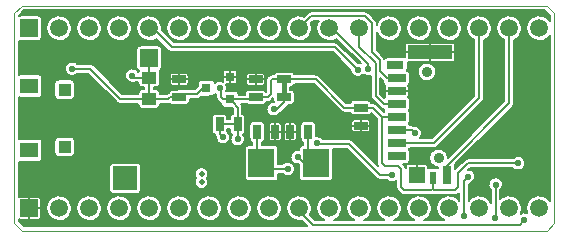
<source format=gbl>
G04 #@! TF.FileFunction,Copper,L2,Bot,Signal*
%FSLAX46Y46*%
G04 Gerber Fmt 4.6, Leading zero omitted, Abs format (unit mm)*
G04 Created by KiCad (PCBNEW 4.0.0-stable) date 31/12/2015 20:29:45*
%MOMM*%
G01*
G04 APERTURE LIST*
%ADD10C,0.150000*%
%ADD11C,0.101600*%
%ADD12C,0.149860*%
%ADD13C,0.406400*%
%ADD14R,1.143000X0.635000*%
%ADD15R,0.635000X1.143000*%
%ADD16R,1.143000X1.000760*%
%ADD17R,1.600000X1.300000*%
%ADD18R,1.049020X1.049020*%
%ADD19R,1.600000X0.700000*%
%ADD20R,1.400000X0.700000*%
%ADD21R,1.400000X1.450000*%
%ADD22R,0.600000X1.100000*%
%ADD23R,0.800000X1.500000*%
%ADD24R,3.800000X1.200000*%
%ADD25C,0.900000*%
%ADD26R,1.500000X1.500000*%
%ADD27C,1.500000*%
%ADD28R,0.200000X0.381000*%
%ADD29R,0.800100X0.800100*%
%ADD30R,2.199640X2.400300*%
%ADD31O,0.500000X0.500000*%
%ADD32R,2.000000X2.000000*%
%ADD33C,0.551180*%
%ADD34C,0.551200*%
%ADD35C,0.152400*%
G04 APERTURE END LIST*
D10*
D11*
X635000Y0D02*
X45085000Y0D01*
X635000Y19050000D02*
X45085000Y19050000D01*
X45720000Y635000D02*
X45085000Y0D01*
X45720000Y18415000D02*
X45720000Y635000D01*
X45085000Y19050000D02*
X45720000Y18415000D01*
X0Y18415000D02*
X635000Y19050000D01*
X0Y635000D02*
X0Y18415000D01*
X635000Y0D02*
X0Y635000D01*
D12*
X11430000Y11366500D02*
X11430000Y12763500D01*
X17660620Y9017000D02*
X18661380Y9017000D01*
D13*
X22860000Y11303000D02*
X22860000Y12827000D01*
D14*
X29337000Y10414000D03*
X29337000Y8890000D03*
D15*
X20574000Y8382000D03*
X22098000Y8382000D03*
D14*
X20447000Y11303000D03*
X20447000Y12827000D03*
X13970000Y11303000D03*
X13970000Y12827000D03*
D15*
X24892000Y8382000D03*
X23368000Y8382000D03*
D16*
X11430000Y11165840D03*
X11430000Y12964160D03*
D15*
X18923000Y9017000D03*
X17399000Y9017000D03*
D17*
X1270000Y12250000D03*
X1270000Y6800000D03*
D18*
X4269740Y7100000D03*
X4269740Y11950000D03*
D19*
X32385000Y10710000D03*
X32385000Y11810000D03*
X32385000Y12910000D03*
D20*
X32285000Y14010000D03*
D19*
X32385000Y9610000D03*
X32385000Y8510000D03*
X32385000Y7410000D03*
X32385000Y6310000D03*
D21*
X34085000Y4710000D03*
D22*
X35485000Y4460000D03*
D23*
X36635000Y4710000D03*
D24*
X35185000Y15110000D03*
D25*
X34935000Y13460000D03*
X35935000Y6160000D03*
D26*
X11430000Y14605000D03*
X1270000Y17145000D03*
D27*
X3810000Y17145000D03*
X6350000Y17145000D03*
X8890000Y17145000D03*
X11430000Y17145000D03*
X13970001Y17145000D03*
X16510000Y17145000D03*
X19050000Y17145000D03*
X21590000Y17145000D03*
X24130000Y17145000D03*
X26670000Y17145000D03*
X29210000Y17145000D03*
X31749999Y17145000D03*
X34290000Y17145000D03*
X36830000Y17145000D03*
X39370000Y17145000D03*
X41910000Y17145000D03*
X44450000Y17145000D03*
D26*
X1270000Y1905000D03*
D27*
X3810000Y1905000D03*
X6350000Y1905000D03*
X8890000Y1905000D03*
X11430000Y1905000D03*
X13970001Y1905000D03*
X16510000Y1905000D03*
X19050000Y1905000D03*
X21590000Y1905000D03*
X24130000Y1905000D03*
X26670000Y1905000D03*
X29210000Y1905000D03*
X31749999Y1905000D03*
X34290000Y1905000D03*
X36830000Y1905000D03*
X39370000Y1905000D03*
X41910000Y1905000D03*
X44450000Y1905000D03*
D14*
X22860000Y11303000D03*
X22860000Y12827000D03*
D28*
X22860000Y12065000D03*
D29*
X18272760Y13015000D03*
X18272760Y11115000D03*
X16273780Y12065000D03*
D30*
X20939760Y5715000D03*
X25542240Y5715000D03*
D31*
X15870000Y4095000D03*
X15870000Y4795000D03*
D32*
X9400000Y4445000D03*
D33*
X40767000Y3911600D03*
X40690800Y1041400D03*
X23164800Y5232400D03*
X24003000Y6223000D03*
X38430200Y4572000D03*
X38100000Y1244600D03*
X43205400Y939800D03*
X29972000Y13690600D03*
X33909000Y8255000D03*
X29083000Y13639800D03*
X31978600Y4724400D03*
X25654000Y7391400D03*
X10007600Y13131800D03*
X42672000Y5715000D03*
X18923000Y7747000D03*
X17399000Y12065000D03*
X4902200Y13716000D03*
X17678400Y7924800D03*
X21971000Y10287000D03*
X17145000Y7289800D03*
X35102800Y11455400D03*
X23190200Y4292600D03*
D34*
X43878500Y12878400D03*
X6094600Y7532400D03*
X6858000Y14340600D03*
X10543800Y7407200D03*
X10550500Y5921100D03*
X28067000Y4077300D03*
X16650000Y11227400D03*
D35*
X40767000Y1117600D02*
X40767000Y3911600D01*
X40690800Y1041400D02*
X40767000Y1117600D01*
X20574000Y8382000D02*
X20574000Y6080760D01*
X20574000Y6080760D02*
X20939760Y5715000D01*
X21447760Y5207000D02*
X20939760Y5715000D01*
X23139400Y5207000D02*
X21945600Y5207000D01*
X21945600Y5207000D02*
X21447760Y5207000D01*
X23164800Y5232400D02*
X23139400Y5207000D01*
X24511000Y5715000D02*
X25542240Y5715000D01*
X24003000Y6223000D02*
X24511000Y5715000D01*
X24892000Y8382000D02*
X24892000Y6365240D01*
X24892000Y6365240D02*
X25542240Y5715000D01*
X38430200Y4521200D02*
X38430200Y4572000D01*
X38100000Y4191000D02*
X38430200Y4521200D01*
X38100000Y1244600D02*
X38100000Y4191000D01*
X24130000Y1905000D02*
X24130000Y1651000D01*
X24130000Y1651000D02*
X25273000Y508000D01*
X43205400Y914400D02*
X42799000Y508000D01*
X42799000Y508000D02*
X25273000Y508000D01*
X43205400Y939800D02*
X43205400Y914400D01*
X34290000Y1905000D02*
X33625800Y1905000D01*
X36635000Y4710000D02*
X36635000Y5520000D01*
X41910000Y10795000D02*
X41910000Y17145000D01*
X36635000Y5520000D02*
X41910000Y10795000D01*
X32385000Y7410000D02*
X35527800Y7410000D01*
X39370000Y11252200D02*
X39370000Y17145000D01*
X35527800Y7410000D02*
X39370000Y11252200D01*
X30607000Y11430000D02*
X30607000Y14198600D01*
X32385000Y10710000D02*
X31327000Y10710000D01*
X31327000Y10710000D02*
X30607000Y11430000D01*
X29210000Y15595600D02*
X29210000Y17145000D01*
X30607000Y14198600D02*
X29210000Y15595600D01*
X29972000Y13690600D02*
X29972000Y14122400D01*
X32385000Y8510000D02*
X33654000Y8510000D01*
X33909000Y8255000D02*
X33654000Y8510000D01*
X26949400Y17145000D02*
X26670000Y17145000D01*
X29972000Y14122400D02*
X26949400Y17145000D01*
X25146000Y18161000D02*
X29718000Y18161000D01*
X29718000Y18161000D02*
X30302200Y17576800D01*
X31577902Y12910000D02*
X30962600Y13525302D01*
X32385000Y12910000D02*
X31577902Y12910000D01*
X30962600Y14452600D02*
X30962600Y13525302D01*
X30302200Y15113000D02*
X30962600Y14452600D01*
X30302200Y17576800D02*
X30302200Y15113000D01*
X25146000Y18161000D02*
X24130000Y17145000D01*
X13337600Y15542200D02*
X27155200Y15542200D01*
X29083000Y13614400D02*
X29083000Y13639800D01*
X27155200Y15542200D02*
X29083000Y13614400D01*
X13337600Y15542200D02*
X11734800Y17145000D01*
X11430000Y17145000D02*
X11734800Y17145000D01*
X30962600Y4724400D02*
X31978600Y4724400D01*
X28321000Y7366000D02*
X30962600Y4724400D01*
X25679400Y7366000D02*
X28321000Y7366000D01*
X25654000Y7391400D02*
X25679400Y7366000D01*
X10175240Y12964160D02*
X11430000Y12964160D01*
X10007600Y13131800D02*
X10175240Y12964160D01*
X11303000Y14732000D02*
X11430000Y14605000D01*
X11430000Y14605000D02*
X11430000Y12964200D01*
X29337000Y10414000D02*
X27940000Y10414000D01*
X25527000Y12827000D02*
X22860000Y12827000D01*
X27940000Y10414000D02*
X25527000Y12827000D01*
X32512000Y5461000D02*
X31369000Y5461000D01*
X32512000Y5461000D02*
X32766000Y5207000D01*
X32766000Y5207000D02*
X32766000Y3683000D01*
X32766000Y3683000D02*
X33020000Y3429000D01*
X33020000Y3429000D02*
X35306000Y3429000D01*
X35433000Y3556000D02*
X35306000Y3429000D01*
X31115000Y9568000D02*
X31157000Y9610000D01*
X31115000Y5715000D02*
X31115000Y9568000D01*
X31369000Y5461000D02*
X31115000Y5715000D01*
X35433000Y3556000D02*
X35560000Y3429000D01*
X38425000Y5715000D02*
X42672000Y5715000D01*
X37592000Y4882000D02*
X38425000Y5715000D01*
X37592000Y3683000D02*
X37592000Y4882000D01*
X37338000Y3429000D02*
X37592000Y3683000D01*
X35560000Y3429000D02*
X37338000Y3429000D01*
X35433000Y4408000D02*
X35485000Y4460000D01*
X35433000Y3556000D02*
X35433000Y4408000D01*
X32385000Y9610000D02*
X31157000Y9610000D01*
X30353000Y10414000D02*
X29337000Y10414000D01*
X31157000Y9610000D02*
X30353000Y10414000D01*
X20447000Y11303000D02*
X21463000Y11303000D01*
X21463000Y11303000D02*
X21717000Y11557000D01*
X21717000Y11557000D02*
X21717000Y12700000D01*
X21717000Y12700000D02*
X21844000Y12827000D01*
X21844000Y12827000D02*
X22860000Y12827000D01*
X18923000Y7747000D02*
X18923000Y9017000D01*
X17716500Y11112500D02*
X18371820Y11112500D01*
X17526000Y11303000D02*
X17716500Y11112500D01*
X17526000Y11938000D02*
X17526000Y11303000D01*
X17399000Y12065000D02*
X17526000Y11938000D01*
X18371800Y11112500D02*
X18879800Y10483500D01*
X18923000Y9017000D02*
X18923000Y10440300D01*
X18923000Y10440300D02*
X18879800Y10483500D01*
X20447000Y11303000D02*
X20057600Y11303000D01*
X20057600Y11303000D02*
X20375100Y11112500D01*
X20375100Y11112500D02*
X18371800Y11112500D01*
X9001760Y11165840D02*
X6451600Y13716000D01*
X6451600Y13716000D02*
X4902200Y13716000D01*
X9001760Y11165840D02*
X11430000Y11165840D01*
X13032400Y11165800D02*
X13169600Y11303000D01*
X11430000Y11165800D02*
X13032400Y11165800D01*
X13970000Y11303000D02*
X13169600Y11303000D01*
X13970000Y11303000D02*
X13970000Y11576200D01*
X16172200Y12065000D02*
X15950900Y12065000D01*
X15462100Y11576200D02*
X15950900Y12065000D01*
X13970000Y11576200D02*
X15462100Y11576200D01*
X17399000Y8204200D02*
X17399000Y9017000D01*
X17678400Y7924800D02*
X17399000Y8204200D01*
X22860000Y10871200D02*
X22275800Y10287000D01*
X22275800Y10287000D02*
X21971000Y10287000D01*
X22860000Y11303000D02*
X22860000Y10871200D01*
X22860000Y11176000D02*
X22860000Y11303000D01*
D12*
G36*
X45340270Y18196002D02*
X45340270Y17754788D01*
X45290156Y17830215D01*
X45141063Y17980352D01*
X44965648Y18098671D01*
X44770592Y18180665D01*
X44563325Y18223211D01*
X44351741Y18224688D01*
X44143900Y18185040D01*
X43947718Y18105778D01*
X43770667Y17989919D01*
X43619493Y17841878D01*
X43499952Y17667293D01*
X43416598Y17472814D01*
X43372607Y17265849D01*
X43369652Y17054281D01*
X43407848Y16846168D01*
X43485739Y16649437D01*
X43600359Y16471583D01*
X43747341Y16319378D01*
X43921087Y16198622D01*
X44114979Y16113912D01*
X44321632Y16068476D01*
X44533175Y16064045D01*
X44741549Y16100787D01*
X44938819Y16177303D01*
X45117469Y16290678D01*
X45270696Y16436594D01*
X45340270Y16535221D01*
X45340270Y2514788D01*
X45290156Y2590215D01*
X45141063Y2740352D01*
X44965648Y2858671D01*
X44770592Y2940665D01*
X44563325Y2983211D01*
X44351741Y2984688D01*
X44143900Y2945040D01*
X43947718Y2865778D01*
X43770667Y2749919D01*
X43619493Y2601878D01*
X43499952Y2427293D01*
X43416598Y2232814D01*
X43372607Y2025849D01*
X43369652Y1814281D01*
X43407848Y1606168D01*
X43453295Y1491382D01*
X43385026Y1520079D01*
X43268895Y1543917D01*
X43150346Y1544745D01*
X43033893Y1522530D01*
X42923973Y1478120D01*
X42891593Y1456931D01*
X42938724Y1562789D01*
X42985601Y1769120D01*
X42988976Y2010795D01*
X42947878Y2218354D01*
X42867248Y2413978D01*
X42750156Y2590215D01*
X42601063Y2740352D01*
X42425648Y2858671D01*
X42230592Y2940665D01*
X42023325Y2983211D01*
X41811741Y2984688D01*
X41603900Y2945040D01*
X41407718Y2865778D01*
X41230667Y2749919D01*
X41172130Y2692595D01*
X41172130Y3462590D01*
X41226833Y3514683D01*
X41295170Y3611557D01*
X41343390Y3719861D01*
X41369655Y3835467D01*
X41371546Y3970876D01*
X41348519Y4087171D01*
X41303342Y4196778D01*
X41237736Y4295523D01*
X41154200Y4379644D01*
X41055916Y4445938D01*
X40946626Y4491879D01*
X40830495Y4515717D01*
X40711946Y4516545D01*
X40595493Y4494330D01*
X40485573Y4449920D01*
X40386373Y4385005D01*
X40301670Y4302058D01*
X40234692Y4204239D01*
X40187989Y4095273D01*
X40163341Y3979311D01*
X40161685Y3860770D01*
X40183086Y3744165D01*
X40226728Y3633938D01*
X40290949Y3534287D01*
X40361870Y3460846D01*
X40361870Y2329978D01*
X40327248Y2413978D01*
X40210156Y2590215D01*
X40061063Y2740352D01*
X39885648Y2858671D01*
X39690592Y2940665D01*
X39483325Y2983211D01*
X39271741Y2984688D01*
X39063900Y2945040D01*
X38867718Y2865778D01*
X38690667Y2749919D01*
X38539493Y2601878D01*
X38505130Y2551692D01*
X38505130Y3971340D01*
X38593554Y3986932D01*
X38704083Y4029803D01*
X38804180Y4093327D01*
X38890033Y4175083D01*
X38958370Y4271957D01*
X39006590Y4380261D01*
X39032855Y4495867D01*
X39034746Y4631276D01*
X39011719Y4747571D01*
X38966542Y4857178D01*
X38900936Y4955923D01*
X38817400Y5040044D01*
X38719116Y5106338D01*
X38609826Y5152279D01*
X38493695Y5176117D01*
X38459297Y5176357D01*
X38592810Y5309870D01*
X42222812Y5309870D01*
X42278303Y5252407D01*
X42375652Y5184748D01*
X42484289Y5137285D01*
X42600076Y5111828D01*
X42718603Y5109345D01*
X42835354Y5129932D01*
X42945883Y5172803D01*
X43045980Y5236327D01*
X43131833Y5318083D01*
X43200170Y5414957D01*
X43248390Y5523261D01*
X43274655Y5638867D01*
X43276546Y5774276D01*
X43253519Y5890571D01*
X43208342Y6000178D01*
X43142736Y6098923D01*
X43059200Y6183044D01*
X42960916Y6249338D01*
X42851626Y6295279D01*
X42735495Y6319117D01*
X42616946Y6319945D01*
X42500493Y6297730D01*
X42390573Y6253320D01*
X42291373Y6188405D01*
X42221653Y6120130D01*
X38425000Y6120130D01*
X38387753Y6116478D01*
X38350476Y6113216D01*
X38348431Y6112622D01*
X38346310Y6112414D01*
X38310512Y6101606D01*
X38274548Y6091158D01*
X38272653Y6090176D01*
X38270617Y6089561D01*
X38237631Y6072022D01*
X38204350Y6054771D01*
X38202682Y6053440D01*
X38200804Y6052441D01*
X38171856Y6028831D01*
X38142557Y6005442D01*
X38139589Y6002514D01*
X38139532Y6002468D01*
X38139488Y6002415D01*
X38138530Y6001470D01*
X37365521Y5228461D01*
X37365521Y5460000D01*
X37361344Y5512381D01*
X37333831Y5601224D01*
X37316089Y5628149D01*
X42196470Y10508530D01*
X42220225Y10537450D01*
X42244278Y10566115D01*
X42245303Y10567980D01*
X42246657Y10569628D01*
X42264345Y10602617D01*
X42282369Y10635402D01*
X42283014Y10637434D01*
X42284020Y10639311D01*
X42294966Y10675111D01*
X42306277Y10710769D01*
X42306514Y10712884D01*
X42307138Y10714924D01*
X42310918Y10752139D01*
X42315091Y10789344D01*
X42315120Y10793515D01*
X42315127Y10793586D01*
X42315121Y10793653D01*
X42315130Y10795000D01*
X42315130Y16144842D01*
X42398819Y16177303D01*
X42577469Y16290678D01*
X42730696Y16436594D01*
X42852663Y16609493D01*
X42938724Y16802789D01*
X42985601Y17009120D01*
X42988976Y17250795D01*
X42947878Y17458354D01*
X42867248Y17653978D01*
X42750156Y17830215D01*
X42601063Y17980352D01*
X42425648Y18098671D01*
X42230592Y18180665D01*
X42023325Y18223211D01*
X41811741Y18224688D01*
X41603900Y18185040D01*
X41407718Y18105778D01*
X41230667Y17989919D01*
X41079493Y17841878D01*
X40959952Y17667293D01*
X40876598Y17472814D01*
X40832607Y17265849D01*
X40829652Y17054281D01*
X40867848Y16846168D01*
X40945739Y16649437D01*
X41060359Y16471583D01*
X41207341Y16319378D01*
X41381087Y16198622D01*
X41504870Y16144542D01*
X41504870Y10962810D01*
X36713050Y6170990D01*
X36713963Y6236378D01*
X36684293Y6386225D01*
X36626082Y6527455D01*
X36541548Y6654689D01*
X36433911Y6763080D01*
X36307271Y6848500D01*
X36166450Y6907695D01*
X36016814Y6938411D01*
X35864062Y6939478D01*
X35714012Y6910854D01*
X35572379Y6853631D01*
X35444558Y6769987D01*
X35335418Y6663109D01*
X35249116Y6537068D01*
X35188939Y6396665D01*
X35157179Y6247247D01*
X35155046Y6094505D01*
X35182621Y5944259D01*
X35238855Y5802230D01*
X35321604Y5673828D01*
X35427717Y5563945D01*
X35553153Y5476765D01*
X35693133Y5415609D01*
X35842325Y5382807D01*
X35904479Y5381505D01*
X35904479Y5315085D01*
X35877081Y5327435D01*
X35785000Y5340521D01*
X35185000Y5340521D01*
X35132619Y5336344D01*
X35043776Y5308831D01*
X35009790Y5286436D01*
X35009790Y5457140D01*
X35001151Y5500569D01*
X34984206Y5541478D01*
X34959606Y5578295D01*
X34928295Y5609606D01*
X34891478Y5634206D01*
X34850569Y5651151D01*
X34807140Y5659790D01*
X34142467Y5659790D01*
X34086270Y5603593D01*
X34086270Y4711270D01*
X34106270Y4711270D01*
X34106270Y4708730D01*
X34086270Y4708730D01*
X34086270Y4688730D01*
X34083730Y4688730D01*
X34083730Y4708730D01*
X34063730Y4708730D01*
X34063730Y4711270D01*
X34083730Y4711270D01*
X34083730Y5603593D01*
X34027533Y5659790D01*
X33362860Y5659790D01*
X33319431Y5651151D01*
X33278522Y5634206D01*
X33241705Y5609606D01*
X33210394Y5578295D01*
X33185794Y5541478D01*
X33168849Y5500569D01*
X33160210Y5457140D01*
X33160210Y5296302D01*
X33152592Y5321534D01*
X33142157Y5357452D01*
X33141177Y5359343D01*
X33140561Y5361383D01*
X33122982Y5394444D01*
X33105770Y5427650D01*
X33104442Y5429314D01*
X33103441Y5431196D01*
X33079809Y5460171D01*
X33056442Y5489443D01*
X33053514Y5492411D01*
X33053468Y5492468D01*
X33053415Y5492512D01*
X33052470Y5493470D01*
X32916461Y5629479D01*
X33185000Y5629479D01*
X33237381Y5633656D01*
X33326224Y5661169D01*
X33403885Y5712344D01*
X33464215Y5783129D01*
X33502435Y5867919D01*
X33515521Y5960000D01*
X33515521Y6660000D01*
X33511344Y6712381D01*
X33483831Y6801224D01*
X33444840Y6860396D01*
X33464215Y6883129D01*
X33502435Y6967919D01*
X33507686Y7004870D01*
X35527800Y7004870D01*
X35565047Y7008522D01*
X35602324Y7011784D01*
X35604368Y7012378D01*
X35606490Y7012586D01*
X35642334Y7023408D01*
X35678252Y7033843D01*
X35680143Y7034823D01*
X35682183Y7035439D01*
X35715244Y7053018D01*
X35748450Y7070230D01*
X35750114Y7071558D01*
X35751996Y7072559D01*
X35780971Y7096191D01*
X35810243Y7119558D01*
X35813211Y7122486D01*
X35813268Y7122532D01*
X35813312Y7122585D01*
X35814270Y7123530D01*
X39656470Y10965730D01*
X39680203Y10994623D01*
X39704278Y11023315D01*
X39705305Y11025184D01*
X39706656Y11026828D01*
X39724334Y11059796D01*
X39742369Y11092602D01*
X39743013Y11094632D01*
X39744020Y11096510D01*
X39754961Y11132296D01*
X39766277Y11167969D01*
X39766515Y11170087D01*
X39767137Y11172123D01*
X39770913Y11209294D01*
X39775091Y11246544D01*
X39775120Y11250715D01*
X39775127Y11250786D01*
X39775121Y11250853D01*
X39775130Y11252200D01*
X39775130Y16144842D01*
X39858819Y16177303D01*
X40037469Y16290678D01*
X40190696Y16436594D01*
X40312663Y16609493D01*
X40398724Y16802789D01*
X40445601Y17009120D01*
X40448976Y17250795D01*
X40407878Y17458354D01*
X40327248Y17653978D01*
X40210156Y17830215D01*
X40061063Y17980352D01*
X39885648Y18098671D01*
X39690592Y18180665D01*
X39483325Y18223211D01*
X39271741Y18224688D01*
X39063900Y18185040D01*
X38867718Y18105778D01*
X38690667Y17989919D01*
X38539493Y17841878D01*
X38419952Y17667293D01*
X38336598Y17472814D01*
X38292607Y17265849D01*
X38289652Y17054281D01*
X38327848Y16846168D01*
X38405739Y16649437D01*
X38520359Y16471583D01*
X38667341Y16319378D01*
X38841087Y16198622D01*
X38964870Y16144542D01*
X38964870Y11420010D01*
X35359990Y7815130D01*
X34323728Y7815130D01*
X34368833Y7858083D01*
X34437170Y7954957D01*
X34485390Y8063261D01*
X34511655Y8178867D01*
X34513546Y8314276D01*
X34490519Y8430571D01*
X34445342Y8540178D01*
X34379736Y8638923D01*
X34296200Y8723044D01*
X34197916Y8789338D01*
X34088626Y8835279D01*
X33972495Y8859117D01*
X33854597Y8859940D01*
X33846422Y8864324D01*
X33813598Y8882369D01*
X33811566Y8883014D01*
X33809689Y8884020D01*
X33773930Y8894952D01*
X33738231Y8906277D01*
X33736111Y8906515D01*
X33734076Y8907137D01*
X33696911Y8910912D01*
X33659656Y8915091D01*
X33655485Y8915120D01*
X33655414Y8915127D01*
X33655347Y8915121D01*
X33654000Y8915130D01*
X33510493Y8915130D01*
X33483831Y9001224D01*
X33444840Y9060396D01*
X33464215Y9083129D01*
X33502435Y9167919D01*
X33515521Y9260000D01*
X33515521Y9960000D01*
X33511344Y10012381D01*
X33483831Y10101224D01*
X33444840Y10160396D01*
X33464215Y10183129D01*
X33502435Y10267919D01*
X33515521Y10360000D01*
X33515521Y11060000D01*
X33511344Y11112381D01*
X33483831Y11201224D01*
X33432656Y11278885D01*
X33370011Y11332277D01*
X33384206Y11353522D01*
X33401151Y11394431D01*
X33409790Y11437860D01*
X33409790Y11752533D01*
X33353593Y11808730D01*
X32386270Y11808730D01*
X32386270Y11788730D01*
X32383730Y11788730D01*
X32383730Y11808730D01*
X31416407Y11808730D01*
X31360210Y11752533D01*
X31360210Y11437860D01*
X31368849Y11394431D01*
X31385794Y11353522D01*
X31401056Y11330680D01*
X31366115Y11307656D01*
X31336744Y11273196D01*
X31012130Y11597810D01*
X31012130Y12902832D01*
X31254479Y12660483D01*
X31254479Y12560000D01*
X31258656Y12507619D01*
X31286169Y12418776D01*
X31337344Y12341115D01*
X31399989Y12287723D01*
X31385794Y12266478D01*
X31368849Y12225569D01*
X31360210Y12182140D01*
X31360210Y11867467D01*
X31416407Y11811270D01*
X32383730Y11811270D01*
X32383730Y11831270D01*
X32386270Y11831270D01*
X32386270Y11811270D01*
X33353593Y11811270D01*
X33409790Y11867467D01*
X33409790Y12182140D01*
X33401151Y12225569D01*
X33384206Y12266478D01*
X33368944Y12289320D01*
X33403885Y12312344D01*
X33464215Y12383129D01*
X33502435Y12467919D01*
X33515521Y12560000D01*
X33515521Y13260000D01*
X33511344Y13312381D01*
X33485912Y13394505D01*
X34155046Y13394505D01*
X34182621Y13244259D01*
X34238855Y13102230D01*
X34321604Y12973828D01*
X34427717Y12863945D01*
X34553153Y12776765D01*
X34693133Y12715609D01*
X34842325Y12682807D01*
X34995048Y12679608D01*
X35145483Y12706134D01*
X35287901Y12761374D01*
X35416878Y12843225D01*
X35527499Y12948568D01*
X35615553Y13073392D01*
X35677684Y13212942D01*
X35711527Y13361902D01*
X35713963Y13536378D01*
X35684293Y13686225D01*
X35626082Y13827455D01*
X35541548Y13954689D01*
X35433911Y14063080D01*
X35307271Y14148500D01*
X35166450Y14207695D01*
X35016814Y14238411D01*
X34864062Y14239478D01*
X34714012Y14210854D01*
X34572379Y14153631D01*
X34444558Y14069987D01*
X34335418Y13963109D01*
X34249116Y13837068D01*
X34188939Y13696665D01*
X34157179Y13547247D01*
X34155046Y13394505D01*
X33485912Y13394505D01*
X33483831Y13401224D01*
X33432656Y13478885D01*
X33361871Y13539215D01*
X33301718Y13566329D01*
X33302435Y13567919D01*
X33315521Y13660000D01*
X33315521Y14285210D01*
X35127533Y14285210D01*
X35183730Y14341407D01*
X35183730Y15108730D01*
X35186270Y15108730D01*
X35186270Y14341407D01*
X35242467Y14285210D01*
X37107140Y14285210D01*
X37150569Y14293849D01*
X37191478Y14310794D01*
X37228295Y14335394D01*
X37259606Y14366705D01*
X37284206Y14403522D01*
X37301151Y14444431D01*
X37309790Y14487860D01*
X37309790Y15052533D01*
X37253593Y15108730D01*
X35186270Y15108730D01*
X35183730Y15108730D01*
X33116407Y15108730D01*
X33060210Y15052533D01*
X33060210Y14679833D01*
X32985000Y14690521D01*
X31585000Y14690521D01*
X31532619Y14686344D01*
X31443776Y14658831D01*
X31366115Y14607656D01*
X31344715Y14582548D01*
X31338758Y14603052D01*
X31337776Y14604947D01*
X31337161Y14606983D01*
X31319622Y14639969D01*
X31302371Y14673250D01*
X31301040Y14674918D01*
X31300041Y14676796D01*
X31276431Y14705744D01*
X31253042Y14735043D01*
X31250114Y14738011D01*
X31250068Y14738068D01*
X31250015Y14738112D01*
X31249070Y14739070D01*
X30707330Y15280810D01*
X30707330Y15732140D01*
X33060210Y15732140D01*
X33060210Y15167467D01*
X33116407Y15111270D01*
X35183730Y15111270D01*
X35183730Y15878593D01*
X35186270Y15878593D01*
X35186270Y15111270D01*
X37253593Y15111270D01*
X37309790Y15167467D01*
X37309790Y15732140D01*
X37301151Y15775569D01*
X37284206Y15816478D01*
X37259606Y15853295D01*
X37228295Y15884606D01*
X37191478Y15909206D01*
X37150569Y15926151D01*
X37107140Y15934790D01*
X35242467Y15934790D01*
X35186270Y15878593D01*
X35183730Y15878593D01*
X35127533Y15934790D01*
X33262860Y15934790D01*
X33219431Y15926151D01*
X33178522Y15909206D01*
X33141705Y15884606D01*
X33110394Y15853295D01*
X33085794Y15816478D01*
X33068849Y15775569D01*
X33060210Y15732140D01*
X30707330Y15732140D01*
X30707330Y16848985D01*
X30707847Y16846168D01*
X30785738Y16649437D01*
X30900358Y16471583D01*
X31047340Y16319378D01*
X31221086Y16198622D01*
X31414978Y16113912D01*
X31621631Y16068476D01*
X31833174Y16064045D01*
X32041548Y16100787D01*
X32238818Y16177303D01*
X32417468Y16290678D01*
X32570695Y16436594D01*
X32692662Y16609493D01*
X32778723Y16802789D01*
X32825600Y17009120D01*
X32826230Y17054281D01*
X33209652Y17054281D01*
X33247848Y16846168D01*
X33325739Y16649437D01*
X33440359Y16471583D01*
X33587341Y16319378D01*
X33761087Y16198622D01*
X33954979Y16113912D01*
X34161632Y16068476D01*
X34373175Y16064045D01*
X34581549Y16100787D01*
X34778819Y16177303D01*
X34957469Y16290678D01*
X35110696Y16436594D01*
X35232663Y16609493D01*
X35318724Y16802789D01*
X35365601Y17009120D01*
X35366231Y17054281D01*
X35749652Y17054281D01*
X35787848Y16846168D01*
X35865739Y16649437D01*
X35980359Y16471583D01*
X36127341Y16319378D01*
X36301087Y16198622D01*
X36494979Y16113912D01*
X36701632Y16068476D01*
X36913175Y16064045D01*
X37121549Y16100787D01*
X37318819Y16177303D01*
X37497469Y16290678D01*
X37650696Y16436594D01*
X37772663Y16609493D01*
X37858724Y16802789D01*
X37905601Y17009120D01*
X37908976Y17250795D01*
X37867878Y17458354D01*
X37787248Y17653978D01*
X37670156Y17830215D01*
X37521063Y17980352D01*
X37345648Y18098671D01*
X37150592Y18180665D01*
X36943325Y18223211D01*
X36731741Y18224688D01*
X36523900Y18185040D01*
X36327718Y18105778D01*
X36150667Y17989919D01*
X35999493Y17841878D01*
X35879952Y17667293D01*
X35796598Y17472814D01*
X35752607Y17265849D01*
X35749652Y17054281D01*
X35366231Y17054281D01*
X35368976Y17250795D01*
X35327878Y17458354D01*
X35247248Y17653978D01*
X35130156Y17830215D01*
X34981063Y17980352D01*
X34805648Y18098671D01*
X34610592Y18180665D01*
X34403325Y18223211D01*
X34191741Y18224688D01*
X33983900Y18185040D01*
X33787718Y18105778D01*
X33610667Y17989919D01*
X33459493Y17841878D01*
X33339952Y17667293D01*
X33256598Y17472814D01*
X33212607Y17265849D01*
X33209652Y17054281D01*
X32826230Y17054281D01*
X32828975Y17250795D01*
X32787877Y17458354D01*
X32707247Y17653978D01*
X32590155Y17830215D01*
X32441062Y17980352D01*
X32265647Y18098671D01*
X32070591Y18180665D01*
X31863324Y18223211D01*
X31651740Y18224688D01*
X31443899Y18185040D01*
X31247717Y18105778D01*
X31070666Y17989919D01*
X30919492Y17841878D01*
X30799951Y17667293D01*
X30716597Y17472814D01*
X30707330Y17429215D01*
X30707330Y17576800D01*
X30703683Y17613997D01*
X30700417Y17651324D01*
X30699822Y17653374D01*
X30699614Y17655490D01*
X30688819Y17691247D01*
X30678358Y17727252D01*
X30677376Y17729147D01*
X30676761Y17731183D01*
X30659222Y17764169D01*
X30641971Y17797450D01*
X30640640Y17799118D01*
X30639641Y17800996D01*
X30616031Y17829944D01*
X30592642Y17859243D01*
X30589714Y17862211D01*
X30589668Y17862268D01*
X30589615Y17862312D01*
X30588670Y17863270D01*
X30004470Y18447470D01*
X29975577Y18471203D01*
X29946885Y18495278D01*
X29945016Y18496305D01*
X29943372Y18497656D01*
X29910422Y18515324D01*
X29877598Y18533369D01*
X29875566Y18534014D01*
X29873689Y18535020D01*
X29837930Y18545952D01*
X29802231Y18557277D01*
X29800111Y18557515D01*
X29798076Y18558137D01*
X29760911Y18561912D01*
X29723656Y18566091D01*
X29719485Y18566120D01*
X29719414Y18566127D01*
X29719347Y18566121D01*
X29718000Y18566130D01*
X25146000Y18566130D01*
X25108753Y18562478D01*
X25071476Y18559216D01*
X25069432Y18558622D01*
X25067310Y18558414D01*
X25031466Y18547592D01*
X24995548Y18537157D01*
X24993657Y18536177D01*
X24991617Y18535561D01*
X24958556Y18517982D01*
X24925350Y18500770D01*
X24923686Y18499442D01*
X24921804Y18498441D01*
X24892829Y18474809D01*
X24863557Y18451442D01*
X24860589Y18448514D01*
X24860532Y18448468D01*
X24860488Y18448415D01*
X24859530Y18447470D01*
X24550660Y18138600D01*
X24450592Y18180665D01*
X24243325Y18223211D01*
X24031741Y18224688D01*
X23823900Y18185040D01*
X23627718Y18105778D01*
X23450667Y17989919D01*
X23299493Y17841878D01*
X23179952Y17667293D01*
X23096598Y17472814D01*
X23052607Y17265849D01*
X23049652Y17054281D01*
X23087848Y16846168D01*
X23165739Y16649437D01*
X23280359Y16471583D01*
X23427341Y16319378D01*
X23601087Y16198622D01*
X23794979Y16113912D01*
X24001632Y16068476D01*
X24213175Y16064045D01*
X24421549Y16100787D01*
X24618819Y16177303D01*
X24797469Y16290678D01*
X24950696Y16436594D01*
X25072663Y16609493D01*
X25158724Y16802789D01*
X25205601Y17009120D01*
X25208976Y17250795D01*
X25167878Y17458354D01*
X25123635Y17565695D01*
X25313810Y17755870D01*
X25780602Y17755870D01*
X25719952Y17667293D01*
X25636598Y17472814D01*
X25592607Y17265849D01*
X25589652Y17054281D01*
X25627848Y16846168D01*
X25705739Y16649437D01*
X25820359Y16471583D01*
X25967341Y16319378D01*
X26141087Y16198622D01*
X26334979Y16113912D01*
X26541632Y16068476D01*
X26753175Y16064045D01*
X26961549Y16100787D01*
X27158819Y16177303D01*
X27272202Y16249258D01*
X29329486Y14191974D01*
X29262626Y14220079D01*
X29146495Y14243917D01*
X29027946Y14244745D01*
X29025972Y14244368D01*
X27441670Y15828670D01*
X27412777Y15852403D01*
X27384085Y15876478D01*
X27382216Y15877505D01*
X27380572Y15878856D01*
X27347622Y15896524D01*
X27314798Y15914569D01*
X27312766Y15915214D01*
X27310889Y15916220D01*
X27275130Y15927152D01*
X27239431Y15938477D01*
X27237311Y15938715D01*
X27235276Y15939337D01*
X27198111Y15943112D01*
X27160856Y15947291D01*
X27156685Y15947320D01*
X27156614Y15947327D01*
X27156547Y15947321D01*
X27155200Y15947330D01*
X13505411Y15947330D01*
X12494126Y16958614D01*
X12505601Y17009120D01*
X12506231Y17054281D01*
X12889653Y17054281D01*
X12927849Y16846168D01*
X13005740Y16649437D01*
X13120360Y16471583D01*
X13267342Y16319378D01*
X13441088Y16198622D01*
X13634980Y16113912D01*
X13841633Y16068476D01*
X14053176Y16064045D01*
X14261550Y16100787D01*
X14458820Y16177303D01*
X14637470Y16290678D01*
X14790697Y16436594D01*
X14912664Y16609493D01*
X14998725Y16802789D01*
X15045602Y17009120D01*
X15046232Y17054281D01*
X15429652Y17054281D01*
X15467848Y16846168D01*
X15545739Y16649437D01*
X15660359Y16471583D01*
X15807341Y16319378D01*
X15981087Y16198622D01*
X16174979Y16113912D01*
X16381632Y16068476D01*
X16593175Y16064045D01*
X16801549Y16100787D01*
X16998819Y16177303D01*
X17177469Y16290678D01*
X17330696Y16436594D01*
X17452663Y16609493D01*
X17538724Y16802789D01*
X17585601Y17009120D01*
X17586231Y17054281D01*
X17969652Y17054281D01*
X18007848Y16846168D01*
X18085739Y16649437D01*
X18200359Y16471583D01*
X18347341Y16319378D01*
X18521087Y16198622D01*
X18714979Y16113912D01*
X18921632Y16068476D01*
X19133175Y16064045D01*
X19341549Y16100787D01*
X19538819Y16177303D01*
X19717469Y16290678D01*
X19870696Y16436594D01*
X19992663Y16609493D01*
X20078724Y16802789D01*
X20125601Y17009120D01*
X20126231Y17054281D01*
X20509652Y17054281D01*
X20547848Y16846168D01*
X20625739Y16649437D01*
X20740359Y16471583D01*
X20887341Y16319378D01*
X21061087Y16198622D01*
X21254979Y16113912D01*
X21461632Y16068476D01*
X21673175Y16064045D01*
X21881549Y16100787D01*
X22078819Y16177303D01*
X22257469Y16290678D01*
X22410696Y16436594D01*
X22532663Y16609493D01*
X22618724Y16802789D01*
X22665601Y17009120D01*
X22668976Y17250795D01*
X22627878Y17458354D01*
X22547248Y17653978D01*
X22430156Y17830215D01*
X22281063Y17980352D01*
X22105648Y18098671D01*
X21910592Y18180665D01*
X21703325Y18223211D01*
X21491741Y18224688D01*
X21283900Y18185040D01*
X21087718Y18105778D01*
X20910667Y17989919D01*
X20759493Y17841878D01*
X20639952Y17667293D01*
X20556598Y17472814D01*
X20512607Y17265849D01*
X20509652Y17054281D01*
X20126231Y17054281D01*
X20128976Y17250795D01*
X20087878Y17458354D01*
X20007248Y17653978D01*
X19890156Y17830215D01*
X19741063Y17980352D01*
X19565648Y18098671D01*
X19370592Y18180665D01*
X19163325Y18223211D01*
X18951741Y18224688D01*
X18743900Y18185040D01*
X18547718Y18105778D01*
X18370667Y17989919D01*
X18219493Y17841878D01*
X18099952Y17667293D01*
X18016598Y17472814D01*
X17972607Y17265849D01*
X17969652Y17054281D01*
X17586231Y17054281D01*
X17588976Y17250795D01*
X17547878Y17458354D01*
X17467248Y17653978D01*
X17350156Y17830215D01*
X17201063Y17980352D01*
X17025648Y18098671D01*
X16830592Y18180665D01*
X16623325Y18223211D01*
X16411741Y18224688D01*
X16203900Y18185040D01*
X16007718Y18105778D01*
X15830667Y17989919D01*
X15679493Y17841878D01*
X15559952Y17667293D01*
X15476598Y17472814D01*
X15432607Y17265849D01*
X15429652Y17054281D01*
X15046232Y17054281D01*
X15048977Y17250795D01*
X15007879Y17458354D01*
X14927249Y17653978D01*
X14810157Y17830215D01*
X14661064Y17980352D01*
X14485649Y18098671D01*
X14290593Y18180665D01*
X14083326Y18223211D01*
X13871742Y18224688D01*
X13663901Y18185040D01*
X13467719Y18105778D01*
X13290668Y17989919D01*
X13139494Y17841878D01*
X13019953Y17667293D01*
X12936599Y17472814D01*
X12892608Y17265849D01*
X12889653Y17054281D01*
X12506231Y17054281D01*
X12508976Y17250795D01*
X12467878Y17458354D01*
X12387248Y17653978D01*
X12270156Y17830215D01*
X12121063Y17980352D01*
X11945648Y18098671D01*
X11750592Y18180665D01*
X11543325Y18223211D01*
X11331741Y18224688D01*
X11123900Y18185040D01*
X10927718Y18105778D01*
X10750667Y17989919D01*
X10599493Y17841878D01*
X10479952Y17667293D01*
X10396598Y17472814D01*
X10352607Y17265849D01*
X10349652Y17054281D01*
X10387848Y16846168D01*
X10465739Y16649437D01*
X10580359Y16471583D01*
X10727341Y16319378D01*
X10901087Y16198622D01*
X11094979Y16113912D01*
X11301632Y16068476D01*
X11513175Y16064045D01*
X11721549Y16100787D01*
X11918819Y16177303D01*
X12047740Y16259119D01*
X13051129Y15255730D01*
X13080048Y15231977D01*
X13108715Y15207922D01*
X13110583Y15206895D01*
X13112228Y15205544D01*
X13145196Y15187866D01*
X13178002Y15169831D01*
X13180032Y15169187D01*
X13181910Y15168180D01*
X13217696Y15157239D01*
X13253369Y15145923D01*
X13255487Y15145685D01*
X13257523Y15145063D01*
X13294699Y15141287D01*
X13331944Y15137109D01*
X13336114Y15137080D01*
X13336185Y15137073D01*
X13336252Y15137079D01*
X13337600Y15137070D01*
X26987390Y15137070D01*
X28478481Y13645979D01*
X28477685Y13588970D01*
X28499086Y13472365D01*
X28542728Y13362138D01*
X28606949Y13262487D01*
X28689303Y13177207D01*
X28786652Y13109548D01*
X28895289Y13062085D01*
X29011076Y13036628D01*
X29129603Y13034145D01*
X29246354Y13054732D01*
X29356883Y13097603D01*
X29456980Y13161127D01*
X29542833Y13242883D01*
X29551742Y13255512D01*
X29578303Y13228007D01*
X29675652Y13160348D01*
X29784289Y13112885D01*
X29900076Y13087428D01*
X30018603Y13084945D01*
X30135354Y13105532D01*
X30201870Y13131332D01*
X30201870Y11430000D01*
X30205522Y11392753D01*
X30208784Y11355476D01*
X30209378Y11353432D01*
X30209586Y11351310D01*
X30220408Y11315466D01*
X30230843Y11279548D01*
X30231823Y11277657D01*
X30232439Y11275617D01*
X30250018Y11242556D01*
X30267230Y11209350D01*
X30268558Y11207686D01*
X30269559Y11205804D01*
X30293191Y11176829D01*
X30316558Y11147557D01*
X30319486Y11144589D01*
X30319532Y11144532D01*
X30319585Y11144488D01*
X30320530Y11143530D01*
X31040530Y10423530D01*
X31069450Y10399775D01*
X31098115Y10375722D01*
X31099980Y10374697D01*
X31101628Y10373343D01*
X31134617Y10355655D01*
X31167402Y10337631D01*
X31169434Y10336986D01*
X31171311Y10335980D01*
X31207070Y10325048D01*
X31242769Y10313723D01*
X31244889Y10313485D01*
X31246924Y10312863D01*
X31258330Y10311704D01*
X31258656Y10307619D01*
X31286169Y10218776D01*
X31325160Y10159604D01*
X31305785Y10136871D01*
X31273870Y10066070D01*
X30639470Y10700470D01*
X30610577Y10724203D01*
X30581885Y10748278D01*
X30580016Y10749305D01*
X30578372Y10750656D01*
X30545422Y10768324D01*
X30512598Y10786369D01*
X30510566Y10787014D01*
X30508689Y10788020D01*
X30472930Y10798952D01*
X30437231Y10810277D01*
X30435111Y10810515D01*
X30433076Y10811137D01*
X30395911Y10814912D01*
X30358656Y10819091D01*
X30354485Y10819120D01*
X30354414Y10819127D01*
X30354347Y10819121D01*
X30353000Y10819130D01*
X30223928Y10819130D01*
X30207331Y10872724D01*
X30156156Y10950385D01*
X30085371Y11010715D01*
X30000581Y11048935D01*
X29908500Y11062021D01*
X28765500Y11062021D01*
X28713119Y11057844D01*
X28624276Y11030331D01*
X28546615Y10979156D01*
X28486285Y10908371D01*
X28448065Y10823581D01*
X28447432Y10819130D01*
X28107810Y10819130D01*
X25813470Y13113470D01*
X25784577Y13137203D01*
X25755885Y13161278D01*
X25754016Y13162305D01*
X25752372Y13163656D01*
X25719422Y13181324D01*
X25686598Y13199369D01*
X25684566Y13200014D01*
X25682689Y13201020D01*
X25646930Y13211952D01*
X25611231Y13223277D01*
X25609111Y13223515D01*
X25607076Y13224137D01*
X25569911Y13227912D01*
X25532656Y13232091D01*
X25528485Y13232120D01*
X25528414Y13232127D01*
X25528347Y13232121D01*
X25527000Y13232130D01*
X23746928Y13232130D01*
X23730331Y13285724D01*
X23679156Y13363385D01*
X23608371Y13423715D01*
X23523581Y13461935D01*
X23431500Y13475021D01*
X22288500Y13475021D01*
X22236119Y13470844D01*
X22147276Y13443331D01*
X22069615Y13392156D01*
X22009285Y13321371D01*
X21971065Y13236581D01*
X21970432Y13232130D01*
X21844000Y13232130D01*
X21806753Y13228478D01*
X21769476Y13225216D01*
X21767432Y13224622D01*
X21765310Y13224414D01*
X21729466Y13213592D01*
X21693548Y13203157D01*
X21691657Y13202177D01*
X21689617Y13201561D01*
X21656556Y13183982D01*
X21623350Y13166770D01*
X21621686Y13165442D01*
X21619804Y13164441D01*
X21590829Y13140809D01*
X21561557Y13117442D01*
X21558589Y13114514D01*
X21558532Y13114468D01*
X21558488Y13114415D01*
X21557530Y13113470D01*
X21430530Y12986470D01*
X21406797Y12957577D01*
X21382722Y12928885D01*
X21381695Y12927016D01*
X21380344Y12925372D01*
X21362676Y12892422D01*
X21344631Y12859598D01*
X21343986Y12857566D01*
X21342980Y12855689D01*
X21332048Y12819930D01*
X21320723Y12784231D01*
X21320485Y12782111D01*
X21319863Y12780076D01*
X21316088Y12742911D01*
X21311909Y12705656D01*
X21311880Y12701485D01*
X21311873Y12701414D01*
X21311879Y12701347D01*
X21311870Y12700000D01*
X21311870Y11770011D01*
X21266156Y11839385D01*
X21195371Y11899715D01*
X21110581Y11937935D01*
X21018500Y11951021D01*
X19875500Y11951021D01*
X19823119Y11946844D01*
X19734276Y11919331D01*
X19656615Y11868156D01*
X19596285Y11797371D01*
X19558065Y11712581D01*
X19544979Y11620500D01*
X19544979Y11517630D01*
X19003125Y11517630D01*
X18999154Y11567431D01*
X18971641Y11656274D01*
X18920466Y11733935D01*
X18849681Y11794265D01*
X18764891Y11832485D01*
X18672810Y11845571D01*
X17963062Y11845571D01*
X17975390Y11873261D01*
X18001655Y11988867D01*
X18003546Y12124276D01*
X17980519Y12240571D01*
X17935342Y12350178D01*
X17908778Y12390160D01*
X18215293Y12390160D01*
X18271490Y12446357D01*
X18271490Y13013730D01*
X18274030Y13013730D01*
X18274030Y12446357D01*
X18330227Y12390160D01*
X18694950Y12390160D01*
X18738379Y12398799D01*
X18779288Y12415744D01*
X18816105Y12440344D01*
X18847416Y12471655D01*
X18872016Y12508472D01*
X18888961Y12549381D01*
X18897600Y12592810D01*
X18897600Y12769533D01*
X19650710Y12769533D01*
X19650710Y12487360D01*
X19659349Y12443931D01*
X19676294Y12403022D01*
X19700894Y12366205D01*
X19732205Y12334894D01*
X19769022Y12310294D01*
X19809931Y12293349D01*
X19853360Y12284710D01*
X20389533Y12284710D01*
X20445730Y12340907D01*
X20445730Y12825730D01*
X20448270Y12825730D01*
X20448270Y12340907D01*
X20504467Y12284710D01*
X21040640Y12284710D01*
X21084069Y12293349D01*
X21124978Y12310294D01*
X21161795Y12334894D01*
X21193106Y12366205D01*
X21217706Y12403022D01*
X21234651Y12443931D01*
X21243290Y12487360D01*
X21243290Y12769533D01*
X21187093Y12825730D01*
X20448270Y12825730D01*
X20445730Y12825730D01*
X19706907Y12825730D01*
X19650710Y12769533D01*
X18897600Y12769533D01*
X18897600Y12957533D01*
X18841403Y13013730D01*
X18274030Y13013730D01*
X18271490Y13013730D01*
X17704117Y13013730D01*
X17647920Y12957533D01*
X17647920Y12616151D01*
X17578626Y12645279D01*
X17462495Y12669117D01*
X17343946Y12669945D01*
X17227493Y12647730D01*
X17117573Y12603320D01*
X17018373Y12538405D01*
X16999425Y12519850D01*
X16972661Y12606274D01*
X16921486Y12683935D01*
X16850701Y12744265D01*
X16765911Y12782485D01*
X16673830Y12795571D01*
X15873730Y12795571D01*
X15821349Y12791394D01*
X15732506Y12763881D01*
X15654845Y12712706D01*
X15594515Y12641921D01*
X15556295Y12557131D01*
X15543209Y12465050D01*
X15543209Y12230249D01*
X15294290Y11981330D01*
X13970000Y11981330D01*
X13932074Y11977611D01*
X13894086Y11974154D01*
X13892722Y11973752D01*
X13891310Y11973614D01*
X13854855Y11962608D01*
X13818236Y11951830D01*
X13816976Y11951171D01*
X13816478Y11951021D01*
X13398500Y11951021D01*
X13346119Y11946844D01*
X13257276Y11919331D01*
X13179615Y11868156D01*
X13119285Y11797371D01*
X13081065Y11712581D01*
X13078817Y11696763D01*
X13055066Y11689592D01*
X13019148Y11679157D01*
X13017257Y11678177D01*
X13015217Y11677561D01*
X12982156Y11659982D01*
X12948950Y11642770D01*
X12947286Y11641442D01*
X12945404Y11640441D01*
X12916429Y11616809D01*
X12887157Y11593442D01*
X12884189Y11590514D01*
X12884132Y11590468D01*
X12884088Y11590415D01*
X12883130Y11589470D01*
X12864590Y11570930D01*
X12332021Y11570930D01*
X12332021Y11666220D01*
X12327844Y11718601D01*
X12300331Y11807444D01*
X12249156Y11885105D01*
X12178371Y11945435D01*
X12093581Y11983655D01*
X12001500Y11996741D01*
X11833860Y11996741D01*
X11833860Y12133259D01*
X12001500Y12133259D01*
X12053881Y12137436D01*
X12142724Y12164949D01*
X12220385Y12216124D01*
X12280715Y12286909D01*
X12318935Y12371699D01*
X12332021Y12463780D01*
X12332021Y12769533D01*
X13173710Y12769533D01*
X13173710Y12487360D01*
X13182349Y12443931D01*
X13199294Y12403022D01*
X13223894Y12366205D01*
X13255205Y12334894D01*
X13292022Y12310294D01*
X13332931Y12293349D01*
X13376360Y12284710D01*
X13912533Y12284710D01*
X13968730Y12340907D01*
X13968730Y12825730D01*
X13971270Y12825730D01*
X13971270Y12340907D01*
X14027467Y12284710D01*
X14563640Y12284710D01*
X14607069Y12293349D01*
X14647978Y12310294D01*
X14684795Y12334894D01*
X14716106Y12366205D01*
X14740706Y12403022D01*
X14757651Y12443931D01*
X14766290Y12487360D01*
X14766290Y12769533D01*
X14710093Y12825730D01*
X13971270Y12825730D01*
X13968730Y12825730D01*
X13229907Y12825730D01*
X13173710Y12769533D01*
X12332021Y12769533D01*
X12332021Y13166640D01*
X13173710Y13166640D01*
X13173710Y12884467D01*
X13229907Y12828270D01*
X13968730Y12828270D01*
X13968730Y13313093D01*
X13971270Y13313093D01*
X13971270Y12828270D01*
X14710093Y12828270D01*
X14766290Y12884467D01*
X14766290Y13166640D01*
X14757651Y13210069D01*
X14740706Y13250978D01*
X14716106Y13287795D01*
X14684795Y13319106D01*
X14647978Y13343706D01*
X14607069Y13360651D01*
X14563640Y13369290D01*
X14027467Y13369290D01*
X13971270Y13313093D01*
X13968730Y13313093D01*
X13912533Y13369290D01*
X13376360Y13369290D01*
X13332931Y13360651D01*
X13292022Y13343706D01*
X13255205Y13319106D01*
X13223894Y13287795D01*
X13199294Y13250978D01*
X13182349Y13210069D01*
X13173710Y13166640D01*
X12332021Y13166640D01*
X12332021Y13437190D01*
X17647920Y13437190D01*
X17647920Y13072467D01*
X17704117Y13016270D01*
X18271490Y13016270D01*
X18271490Y13583643D01*
X18274030Y13583643D01*
X18274030Y13016270D01*
X18841403Y13016270D01*
X18897600Y13072467D01*
X18897600Y13166640D01*
X19650710Y13166640D01*
X19650710Y12884467D01*
X19706907Y12828270D01*
X20445730Y12828270D01*
X20445730Y13313093D01*
X20448270Y13313093D01*
X20448270Y12828270D01*
X21187093Y12828270D01*
X21243290Y12884467D01*
X21243290Y13166640D01*
X21234651Y13210069D01*
X21217706Y13250978D01*
X21193106Y13287795D01*
X21161795Y13319106D01*
X21124978Y13343706D01*
X21084069Y13360651D01*
X21040640Y13369290D01*
X20504467Y13369290D01*
X20448270Y13313093D01*
X20445730Y13313093D01*
X20389533Y13369290D01*
X19853360Y13369290D01*
X19809931Y13360651D01*
X19769022Y13343706D01*
X19732205Y13319106D01*
X19700894Y13287795D01*
X19676294Y13250978D01*
X19659349Y13210069D01*
X19650710Y13166640D01*
X18897600Y13166640D01*
X18897600Y13437190D01*
X18888961Y13480619D01*
X18872016Y13521528D01*
X18847416Y13558345D01*
X18816105Y13589656D01*
X18779288Y13614256D01*
X18738379Y13631201D01*
X18694950Y13639840D01*
X18330227Y13639840D01*
X18274030Y13583643D01*
X18271490Y13583643D01*
X18215293Y13639840D01*
X17850570Y13639840D01*
X17807141Y13631201D01*
X17766232Y13614256D01*
X17729415Y13589656D01*
X17698104Y13558345D01*
X17673504Y13521528D01*
X17656559Y13480619D01*
X17647920Y13437190D01*
X12332021Y13437190D01*
X12332021Y13464540D01*
X12327844Y13516921D01*
X12316174Y13554605D01*
X12321224Y13556169D01*
X12398885Y13607344D01*
X12459215Y13678129D01*
X12497435Y13762919D01*
X12510521Y13855000D01*
X12510521Y15355000D01*
X12506344Y15407381D01*
X12478831Y15496224D01*
X12427656Y15573885D01*
X12356871Y15634215D01*
X12272081Y15672435D01*
X12180000Y15685521D01*
X10680000Y15685521D01*
X10627619Y15681344D01*
X10538776Y15653831D01*
X10461115Y15602656D01*
X10400785Y15531871D01*
X10362565Y15447081D01*
X10349479Y15355000D01*
X10349479Y13855000D01*
X10353656Y13802619D01*
X10381169Y13713776D01*
X10432344Y13636115D01*
X10503129Y13575785D01*
X10541838Y13558336D01*
X10541065Y13556621D01*
X10527979Y13464540D01*
X10527979Y13441004D01*
X10478336Y13515723D01*
X10394800Y13599844D01*
X10296516Y13666138D01*
X10187226Y13712079D01*
X10071095Y13735917D01*
X9952546Y13736745D01*
X9836093Y13714530D01*
X9726173Y13670120D01*
X9626973Y13605205D01*
X9542270Y13522258D01*
X9475292Y13424439D01*
X9428589Y13315473D01*
X9403941Y13199511D01*
X9402285Y13080970D01*
X9423686Y12964365D01*
X9467328Y12854138D01*
X9531549Y12754487D01*
X9613903Y12669207D01*
X9711252Y12601548D01*
X9819889Y12554085D01*
X9935676Y12528628D01*
X10054203Y12526145D01*
X10170954Y12546732D01*
X10202660Y12559030D01*
X10527979Y12559030D01*
X10527979Y12463780D01*
X10532156Y12411399D01*
X10559669Y12322556D01*
X10610844Y12244895D01*
X10681629Y12184565D01*
X10766419Y12146345D01*
X10858500Y12133259D01*
X11026140Y12133259D01*
X11026140Y11996741D01*
X10858500Y11996741D01*
X10806119Y11992564D01*
X10717276Y11965051D01*
X10639615Y11913876D01*
X10579285Y11843091D01*
X10541065Y11758301D01*
X10527979Y11666220D01*
X10527979Y11570970D01*
X9169570Y11570970D01*
X6738070Y14002470D01*
X6709177Y14026203D01*
X6680485Y14050278D01*
X6678616Y14051305D01*
X6676972Y14052656D01*
X6644022Y14070324D01*
X6611198Y14088369D01*
X6609166Y14089014D01*
X6607289Y14090020D01*
X6571530Y14100952D01*
X6535831Y14112277D01*
X6533711Y14112515D01*
X6531676Y14113137D01*
X6494511Y14116912D01*
X6457256Y14121091D01*
X6453085Y14121120D01*
X6453014Y14121127D01*
X6452947Y14121121D01*
X6451600Y14121130D01*
X5351876Y14121130D01*
X5289400Y14184044D01*
X5191116Y14250338D01*
X5081826Y14296279D01*
X4965695Y14320117D01*
X4847146Y14320945D01*
X4730693Y14298730D01*
X4620773Y14254320D01*
X4521573Y14189405D01*
X4436870Y14106458D01*
X4369892Y14008639D01*
X4323189Y13899673D01*
X4298541Y13783711D01*
X4296885Y13665170D01*
X4318286Y13548565D01*
X4361928Y13438338D01*
X4426149Y13338687D01*
X4508503Y13253407D01*
X4605852Y13185748D01*
X4714489Y13138285D01*
X4830276Y13112828D01*
X4948803Y13110345D01*
X5065554Y13130932D01*
X5176083Y13173803D01*
X5276180Y13237327D01*
X5353408Y13310870D01*
X6283790Y13310870D01*
X8715290Y10879370D01*
X8744183Y10855637D01*
X8772875Y10831562D01*
X8774744Y10830535D01*
X8776388Y10829184D01*
X8809338Y10811516D01*
X8842162Y10793471D01*
X8844194Y10792826D01*
X8846071Y10791820D01*
X8881830Y10780888D01*
X8917529Y10769563D01*
X8919649Y10769325D01*
X8921684Y10768703D01*
X8958849Y10764928D01*
X8996104Y10760749D01*
X9000275Y10760720D01*
X9000346Y10760713D01*
X9000413Y10760719D01*
X9001760Y10760710D01*
X10527979Y10760710D01*
X10527979Y10665460D01*
X10532156Y10613079D01*
X10559669Y10524236D01*
X10610844Y10446575D01*
X10681629Y10386245D01*
X10766419Y10348025D01*
X10858500Y10334939D01*
X12001500Y10334939D01*
X12053881Y10339116D01*
X12142724Y10366629D01*
X12220385Y10417804D01*
X12280715Y10488589D01*
X12318935Y10573379D01*
X12332021Y10665460D01*
X12332021Y10760670D01*
X13032400Y10760670D01*
X13069647Y10764322D01*
X13106924Y10767584D01*
X13108968Y10768178D01*
X13111090Y10768386D01*
X13143274Y10778103D01*
X13150844Y10766615D01*
X13221629Y10706285D01*
X13306419Y10668065D01*
X13398500Y10654979D01*
X14541500Y10654979D01*
X14593881Y10659156D01*
X14682724Y10686669D01*
X14760385Y10737844D01*
X14820715Y10808629D01*
X14858935Y10893419D01*
X14872021Y10985500D01*
X14872021Y11171070D01*
X15462100Y11171070D01*
X15499347Y11174722D01*
X15536624Y11177984D01*
X15538668Y11178578D01*
X15540790Y11178786D01*
X15576634Y11189608D01*
X15612552Y11200043D01*
X15614443Y11201023D01*
X15616483Y11201639D01*
X15649544Y11219218D01*
X15682750Y11236430D01*
X15684414Y11237758D01*
X15686296Y11238759D01*
X15715271Y11262391D01*
X15744543Y11285758D01*
X15747511Y11288686D01*
X15747568Y11288732D01*
X15747612Y11288785D01*
X15748570Y11289730D01*
X15803281Y11344441D01*
X15873730Y11334429D01*
X16673830Y11334429D01*
X16726211Y11338606D01*
X16815054Y11366119D01*
X16892715Y11417294D01*
X16953045Y11488079D01*
X16991265Y11572869D01*
X16996725Y11611290D01*
X17005303Y11602407D01*
X17102652Y11534748D01*
X17120870Y11526789D01*
X17120870Y11303000D01*
X17124522Y11265753D01*
X17127784Y11228476D01*
X17128378Y11226432D01*
X17128586Y11224310D01*
X17139408Y11188466D01*
X17149843Y11152548D01*
X17150823Y11150657D01*
X17151439Y11148617D01*
X17169018Y11115556D01*
X17186230Y11082350D01*
X17187558Y11080686D01*
X17188559Y11078804D01*
X17212191Y11049829D01*
X17235558Y11020557D01*
X17238486Y11017589D01*
X17238532Y11017532D01*
X17238585Y11017488D01*
X17239530Y11016530D01*
X17430030Y10826030D01*
X17458950Y10802275D01*
X17487615Y10778222D01*
X17489480Y10777197D01*
X17491128Y10775843D01*
X17524117Y10758155D01*
X17542189Y10748220D01*
X17542189Y10714950D01*
X17546366Y10662569D01*
X17573879Y10573726D01*
X17625054Y10496065D01*
X17695839Y10435735D01*
X17780629Y10397515D01*
X17872710Y10384429D01*
X18439056Y10384429D01*
X18517870Y10286843D01*
X18517870Y9903928D01*
X18464276Y9887331D01*
X18386615Y9836156D01*
X18326285Y9765371D01*
X18288065Y9680581D01*
X18274979Y9588500D01*
X18274979Y9420860D01*
X18047021Y9420860D01*
X18047021Y9588500D01*
X18042844Y9640881D01*
X18015331Y9729724D01*
X17964156Y9807385D01*
X17893371Y9867715D01*
X17808581Y9905935D01*
X17716500Y9919021D01*
X17081500Y9919021D01*
X17029119Y9914844D01*
X16940276Y9887331D01*
X16862615Y9836156D01*
X16802285Y9765371D01*
X16764065Y9680581D01*
X16750979Y9588500D01*
X16750979Y8445500D01*
X16755156Y8393119D01*
X16782669Y8304276D01*
X16833844Y8226615D01*
X16904629Y8166285D01*
X16989419Y8128065D01*
X17001504Y8126348D01*
X17001586Y8125510D01*
X17012408Y8089666D01*
X17022843Y8053748D01*
X17023823Y8051857D01*
X17024439Y8049817D01*
X17042018Y8016756D01*
X17059230Y7983550D01*
X17060558Y7981886D01*
X17061559Y7980004D01*
X17074347Y7964324D01*
X17073085Y7873970D01*
X17094486Y7757365D01*
X17138128Y7647138D01*
X17202349Y7547487D01*
X17284703Y7462207D01*
X17382052Y7394548D01*
X17490689Y7347085D01*
X17606476Y7321628D01*
X17725003Y7319145D01*
X17841754Y7339732D01*
X17952283Y7382603D01*
X18052380Y7446127D01*
X18138233Y7527883D01*
X18206570Y7624757D01*
X18254790Y7733061D01*
X18281055Y7848667D01*
X18282946Y7984076D01*
X18259919Y8100371D01*
X18214742Y8209978D01*
X18149136Y8308723D01*
X18065600Y8392844D01*
X18041818Y8408886D01*
X18047021Y8445500D01*
X18047021Y8613140D01*
X18274979Y8613140D01*
X18274979Y8445500D01*
X18279156Y8393119D01*
X18306669Y8304276D01*
X18357844Y8226615D01*
X18428629Y8166285D01*
X18468674Y8148234D01*
X18457670Y8137458D01*
X18390692Y8039639D01*
X18343989Y7930673D01*
X18319341Y7814711D01*
X18317685Y7696170D01*
X18339086Y7579565D01*
X18382728Y7469338D01*
X18446949Y7369687D01*
X18529303Y7284407D01*
X18626652Y7216748D01*
X18735289Y7169285D01*
X18851076Y7143828D01*
X18969603Y7141345D01*
X19086354Y7161932D01*
X19196883Y7204803D01*
X19296980Y7268327D01*
X19382833Y7350083D01*
X19451170Y7446957D01*
X19499390Y7555261D01*
X19525655Y7670867D01*
X19527546Y7806276D01*
X19504519Y7922571D01*
X19459342Y8032178D01*
X19393736Y8130923D01*
X19378952Y8145811D01*
X19381724Y8146669D01*
X19459385Y8197844D01*
X19519715Y8268629D01*
X19557935Y8353419D01*
X19571021Y8445500D01*
X19571021Y9588500D01*
X19566844Y9640881D01*
X19539331Y9729724D01*
X19488156Y9807385D01*
X19417371Y9867715D01*
X19332581Y9905935D01*
X19328130Y9906568D01*
X19328130Y10440300D01*
X19324478Y10477547D01*
X19321216Y10514824D01*
X19320622Y10516868D01*
X19320414Y10518990D01*
X19309592Y10554834D01*
X19299157Y10590752D01*
X19298177Y10592643D01*
X19297561Y10594683D01*
X19279982Y10627744D01*
X19262770Y10660950D01*
X19261442Y10662614D01*
X19260441Y10664496D01*
X19236809Y10693471D01*
X19225714Y10707370D01*
X19697356Y10707370D01*
X19698629Y10706285D01*
X19783419Y10668065D01*
X19875500Y10654979D01*
X21018500Y10654979D01*
X21070881Y10659156D01*
X21159724Y10686669D01*
X21237385Y10737844D01*
X21297715Y10808629D01*
X21335935Y10893419D01*
X21336568Y10897870D01*
X21463000Y10897870D01*
X21500247Y10901522D01*
X21537524Y10904784D01*
X21539568Y10905378D01*
X21541690Y10905586D01*
X21577534Y10916408D01*
X21613452Y10926843D01*
X21615343Y10927823D01*
X21617383Y10928439D01*
X21650444Y10946018D01*
X21683650Y10963230D01*
X21685314Y10964558D01*
X21687196Y10965559D01*
X21716171Y10989191D01*
X21745443Y11012558D01*
X21748411Y11015486D01*
X21748468Y11015532D01*
X21748512Y11015585D01*
X21749470Y11016530D01*
X21957979Y11225039D01*
X21957979Y10985500D01*
X21962156Y10933119D01*
X21975035Y10891532D01*
X21915946Y10891945D01*
X21799493Y10869730D01*
X21689573Y10825320D01*
X21590373Y10760405D01*
X21505670Y10677458D01*
X21438692Y10579639D01*
X21391989Y10470673D01*
X21367341Y10354711D01*
X21365685Y10236170D01*
X21387086Y10119565D01*
X21430728Y10009338D01*
X21494949Y9909687D01*
X21577303Y9824407D01*
X21674652Y9756748D01*
X21783289Y9709285D01*
X21899076Y9683828D01*
X22017603Y9681345D01*
X22134354Y9701932D01*
X22244883Y9744803D01*
X22344980Y9808327D01*
X22430833Y9890083D01*
X22456459Y9926410D01*
X22463244Y9930018D01*
X22496450Y9947230D01*
X22498114Y9948558D01*
X22499996Y9949559D01*
X22528971Y9973191D01*
X22558243Y9996558D01*
X22561211Y9999486D01*
X22561268Y9999532D01*
X22561312Y9999585D01*
X22562270Y10000530D01*
X23146470Y10584730D01*
X23170225Y10613650D01*
X23194278Y10642315D01*
X23195303Y10644180D01*
X23196657Y10645828D01*
X23201564Y10654979D01*
X23431500Y10654979D01*
X23483881Y10659156D01*
X23572724Y10686669D01*
X23650385Y10737844D01*
X23710715Y10808629D01*
X23748935Y10893419D01*
X23762021Y10985500D01*
X23762021Y11620500D01*
X23757844Y11672881D01*
X23730331Y11761724D01*
X23679156Y11839385D01*
X23608371Y11899715D01*
X23523581Y11937935D01*
X23431500Y11951021D01*
X23392130Y11951021D01*
X23392130Y12178979D01*
X23431500Y12178979D01*
X23483881Y12183156D01*
X23572724Y12210669D01*
X23650385Y12261844D01*
X23710715Y12332629D01*
X23748935Y12417419D01*
X23749568Y12421870D01*
X25359190Y12421870D01*
X27653530Y10127530D01*
X27682423Y10103797D01*
X27711115Y10079722D01*
X27712984Y10078695D01*
X27714628Y10077344D01*
X27747596Y10059666D01*
X27780402Y10041631D01*
X27782432Y10040987D01*
X27784310Y10039980D01*
X27820096Y10029039D01*
X27855769Y10017723D01*
X27857887Y10017485D01*
X27859923Y10016863D01*
X27897094Y10013087D01*
X27934344Y10008909D01*
X27938515Y10008880D01*
X27938586Y10008873D01*
X27938653Y10008879D01*
X27940000Y10008870D01*
X28450072Y10008870D01*
X28466669Y9955276D01*
X28517844Y9877615D01*
X28588629Y9817285D01*
X28673419Y9779065D01*
X28765500Y9765979D01*
X29908500Y9765979D01*
X29960881Y9770156D01*
X30049724Y9797669D01*
X30127385Y9848844D01*
X30187715Y9919629D01*
X30214658Y9979402D01*
X30709870Y9484190D01*
X30709870Y5715000D01*
X30713522Y5677753D01*
X30716784Y5640476D01*
X30717378Y5638432D01*
X30717586Y5636310D01*
X30728408Y5600466D01*
X30738843Y5564548D01*
X30739823Y5562657D01*
X30740439Y5560617D01*
X30758018Y5527556D01*
X30775230Y5494350D01*
X30776558Y5492686D01*
X30777559Y5490804D01*
X30801191Y5461829D01*
X30813379Y5446561D01*
X28607470Y7652470D01*
X28578577Y7676203D01*
X28549885Y7700278D01*
X28548016Y7701305D01*
X28546372Y7702656D01*
X28513422Y7720324D01*
X28480598Y7738369D01*
X28478566Y7739014D01*
X28476689Y7740020D01*
X28440930Y7750952D01*
X28405231Y7762277D01*
X28403111Y7762515D01*
X28401076Y7763137D01*
X28363911Y7766912D01*
X28326656Y7771091D01*
X28322485Y7771120D01*
X28322414Y7771127D01*
X28322347Y7771121D01*
X28321000Y7771130D01*
X26127522Y7771130D01*
X26124736Y7775323D01*
X26041200Y7859444D01*
X25942916Y7925738D01*
X25833626Y7971679D01*
X25717495Y7995517D01*
X25598946Y7996345D01*
X25540021Y7985104D01*
X25540021Y8832533D01*
X28540710Y8832533D01*
X28540710Y8550360D01*
X28549349Y8506931D01*
X28566294Y8466022D01*
X28590894Y8429205D01*
X28622205Y8397894D01*
X28659022Y8373294D01*
X28699931Y8356349D01*
X28743360Y8347710D01*
X29279533Y8347710D01*
X29335730Y8403907D01*
X29335730Y8888730D01*
X29338270Y8888730D01*
X29338270Y8403907D01*
X29394467Y8347710D01*
X29930640Y8347710D01*
X29974069Y8356349D01*
X30014978Y8373294D01*
X30051795Y8397894D01*
X30083106Y8429205D01*
X30107706Y8466022D01*
X30124651Y8506931D01*
X30133290Y8550360D01*
X30133290Y8832533D01*
X30077093Y8888730D01*
X29338270Y8888730D01*
X29335730Y8888730D01*
X28596907Y8888730D01*
X28540710Y8832533D01*
X25540021Y8832533D01*
X25540021Y8953500D01*
X25535844Y9005881D01*
X25508331Y9094724D01*
X25457156Y9172385D01*
X25389979Y9229640D01*
X28540710Y9229640D01*
X28540710Y8947467D01*
X28596907Y8891270D01*
X29335730Y8891270D01*
X29335730Y9376093D01*
X29338270Y9376093D01*
X29338270Y8891270D01*
X30077093Y8891270D01*
X30133290Y8947467D01*
X30133290Y9229640D01*
X30124651Y9273069D01*
X30107706Y9313978D01*
X30083106Y9350795D01*
X30051795Y9382106D01*
X30014978Y9406706D01*
X29974069Y9423651D01*
X29930640Y9432290D01*
X29394467Y9432290D01*
X29338270Y9376093D01*
X29335730Y9376093D01*
X29279533Y9432290D01*
X28743360Y9432290D01*
X28699931Y9423651D01*
X28659022Y9406706D01*
X28622205Y9382106D01*
X28590894Y9350795D01*
X28566294Y9313978D01*
X28549349Y9273069D01*
X28540710Y9229640D01*
X25389979Y9229640D01*
X25386371Y9232715D01*
X25301581Y9270935D01*
X25209500Y9284021D01*
X24574500Y9284021D01*
X24522119Y9279844D01*
X24433276Y9252331D01*
X24355615Y9201156D01*
X24295285Y9130371D01*
X24257065Y9045581D01*
X24243979Y8953500D01*
X24243979Y7810500D01*
X24248156Y7758119D01*
X24275669Y7669276D01*
X24326844Y7591615D01*
X24397629Y7531285D01*
X24482419Y7493065D01*
X24486870Y7492432D01*
X24486870Y7245671D01*
X24442420Y7245671D01*
X24390039Y7241494D01*
X24301196Y7213981D01*
X24223535Y7162806D01*
X24163205Y7092021D01*
X24124985Y7007231D01*
X24111899Y6915150D01*
X24111899Y6817797D01*
X24066495Y6827117D01*
X23947946Y6827945D01*
X23831493Y6805730D01*
X23721573Y6761320D01*
X23622373Y6696405D01*
X23537670Y6613458D01*
X23470692Y6515639D01*
X23423989Y6406673D01*
X23399341Y6290711D01*
X23397685Y6172170D01*
X23419086Y6055565D01*
X23462728Y5945338D01*
X23526949Y5845687D01*
X23609303Y5760407D01*
X23706652Y5692748D01*
X23815289Y5645285D01*
X23931076Y5619828D01*
X24035417Y5617642D01*
X24111899Y5541160D01*
X24111899Y4514850D01*
X24116076Y4462469D01*
X24143589Y4373626D01*
X24194764Y4295965D01*
X24265549Y4235635D01*
X24350339Y4197415D01*
X24442420Y4184329D01*
X26642060Y4184329D01*
X26694441Y4188506D01*
X26783284Y4216019D01*
X26860945Y4267194D01*
X26921275Y4337979D01*
X26959495Y4422769D01*
X26972581Y4514850D01*
X26972581Y6915150D01*
X26968935Y6960870D01*
X28153190Y6960870D01*
X30676130Y4437930D01*
X30705050Y4414175D01*
X30733715Y4390122D01*
X30735580Y4389097D01*
X30737228Y4387743D01*
X30770217Y4370055D01*
X30803002Y4352031D01*
X30805034Y4351386D01*
X30806911Y4350380D01*
X30842711Y4339434D01*
X30878369Y4328123D01*
X30880484Y4327886D01*
X30882524Y4327262D01*
X30919739Y4323482D01*
X30956944Y4319309D01*
X30961115Y4319280D01*
X30961186Y4319273D01*
X30961253Y4319279D01*
X30962600Y4319270D01*
X31529412Y4319270D01*
X31584903Y4261807D01*
X31682252Y4194148D01*
X31790889Y4146685D01*
X31906676Y4121228D01*
X32025203Y4118745D01*
X32141954Y4139332D01*
X32252483Y4182203D01*
X32352580Y4245727D01*
X32360870Y4253621D01*
X32360870Y3683000D01*
X32364522Y3645753D01*
X32367784Y3608476D01*
X32368378Y3606432D01*
X32368586Y3604310D01*
X32379408Y3568466D01*
X32389843Y3532548D01*
X32390823Y3530657D01*
X32391439Y3528617D01*
X32409018Y3495556D01*
X32426230Y3462350D01*
X32427558Y3460686D01*
X32428559Y3458804D01*
X32452191Y3429829D01*
X32475558Y3400557D01*
X32478486Y3397589D01*
X32478532Y3397532D01*
X32478585Y3397488D01*
X32479530Y3396530D01*
X32733530Y3142530D01*
X32762423Y3118797D01*
X32791115Y3094722D01*
X32792984Y3093695D01*
X32794628Y3092344D01*
X32827596Y3074666D01*
X32860402Y3056631D01*
X32862432Y3055987D01*
X32864310Y3054980D01*
X32900084Y3044043D01*
X32935769Y3032723D01*
X32937889Y3032485D01*
X32939924Y3031863D01*
X32977089Y3028088D01*
X33014344Y3023909D01*
X33018515Y3023880D01*
X33018586Y3023873D01*
X33018653Y3023879D01*
X33020000Y3023870D01*
X35306000Y3023870D01*
X35343247Y3027522D01*
X35380524Y3030784D01*
X35382568Y3031378D01*
X35384690Y3031586D01*
X35420534Y3042408D01*
X35433301Y3046117D01*
X35440070Y3044048D01*
X35475769Y3032723D01*
X35477889Y3032485D01*
X35479924Y3031863D01*
X35517089Y3028088D01*
X35554344Y3023909D01*
X35558515Y3023880D01*
X35558586Y3023873D01*
X35558653Y3023879D01*
X35560000Y3023870D01*
X37338000Y3023870D01*
X37375247Y3027522D01*
X37412524Y3030784D01*
X37414568Y3031378D01*
X37416690Y3031586D01*
X37452534Y3042408D01*
X37488452Y3052843D01*
X37490343Y3053823D01*
X37492383Y3054439D01*
X37525444Y3072018D01*
X37558650Y3089230D01*
X37560314Y3090558D01*
X37562196Y3091559D01*
X37591171Y3115191D01*
X37620443Y3138558D01*
X37623411Y3141486D01*
X37623468Y3141532D01*
X37623512Y3141585D01*
X37624470Y3142530D01*
X37694870Y3212930D01*
X37694870Y2553018D01*
X37670156Y2590215D01*
X37521063Y2740352D01*
X37345648Y2858671D01*
X37150592Y2940665D01*
X36943325Y2983211D01*
X36731741Y2984688D01*
X36523900Y2945040D01*
X36327718Y2865778D01*
X36150667Y2749919D01*
X35999493Y2601878D01*
X35879952Y2427293D01*
X35796598Y2232814D01*
X35752607Y2025849D01*
X35749652Y1814281D01*
X35787848Y1606168D01*
X35865739Y1409437D01*
X35980359Y1231583D01*
X36127341Y1079378D01*
X36301087Y958622D01*
X36405213Y913130D01*
X34716497Y913130D01*
X34778819Y937303D01*
X34957469Y1050678D01*
X35110696Y1196594D01*
X35232663Y1369493D01*
X35318724Y1562789D01*
X35365601Y1769120D01*
X35368976Y2010795D01*
X35327878Y2218354D01*
X35247248Y2413978D01*
X35130156Y2590215D01*
X34981063Y2740352D01*
X34805648Y2858671D01*
X34610592Y2940665D01*
X34403325Y2983211D01*
X34191741Y2984688D01*
X33983900Y2945040D01*
X33787718Y2865778D01*
X33610667Y2749919D01*
X33459493Y2601878D01*
X33339952Y2427293D01*
X33256598Y2232814D01*
X33212607Y2025849D01*
X33209652Y1814281D01*
X33247848Y1606168D01*
X33325739Y1409437D01*
X33440359Y1231583D01*
X33587341Y1079378D01*
X33761087Y958622D01*
X33865213Y913130D01*
X32176496Y913130D01*
X32238818Y937303D01*
X32417468Y1050678D01*
X32570695Y1196594D01*
X32692662Y1369493D01*
X32778723Y1562789D01*
X32825600Y1769120D01*
X32828975Y2010795D01*
X32787877Y2218354D01*
X32707247Y2413978D01*
X32590155Y2590215D01*
X32441062Y2740352D01*
X32265647Y2858671D01*
X32070591Y2940665D01*
X31863324Y2983211D01*
X31651740Y2984688D01*
X31443899Y2945040D01*
X31247717Y2865778D01*
X31070666Y2749919D01*
X30919492Y2601878D01*
X30799951Y2427293D01*
X30716597Y2232814D01*
X30672606Y2025849D01*
X30669651Y1814281D01*
X30707847Y1606168D01*
X30785738Y1409437D01*
X30900358Y1231583D01*
X31047340Y1079378D01*
X31221086Y958622D01*
X31325212Y913130D01*
X29636497Y913130D01*
X29698819Y937303D01*
X29877469Y1050678D01*
X30030696Y1196594D01*
X30152663Y1369493D01*
X30238724Y1562789D01*
X30285601Y1769120D01*
X30288976Y2010795D01*
X30247878Y2218354D01*
X30167248Y2413978D01*
X30050156Y2590215D01*
X29901063Y2740352D01*
X29725648Y2858671D01*
X29530592Y2940665D01*
X29323325Y2983211D01*
X29111741Y2984688D01*
X28903900Y2945040D01*
X28707718Y2865778D01*
X28530667Y2749919D01*
X28379493Y2601878D01*
X28259952Y2427293D01*
X28176598Y2232814D01*
X28132607Y2025849D01*
X28129652Y1814281D01*
X28167848Y1606168D01*
X28245739Y1409437D01*
X28360359Y1231583D01*
X28507341Y1079378D01*
X28681087Y958622D01*
X28785213Y913130D01*
X27096497Y913130D01*
X27158819Y937303D01*
X27337469Y1050678D01*
X27490696Y1196594D01*
X27612663Y1369493D01*
X27698724Y1562789D01*
X27745601Y1769120D01*
X27748976Y2010795D01*
X27707878Y2218354D01*
X27627248Y2413978D01*
X27510156Y2590215D01*
X27361063Y2740352D01*
X27185648Y2858671D01*
X26990592Y2940665D01*
X26783325Y2983211D01*
X26571741Y2984688D01*
X26363900Y2945040D01*
X26167718Y2865778D01*
X25990667Y2749919D01*
X25839493Y2601878D01*
X25719952Y2427293D01*
X25636598Y2232814D01*
X25592607Y2025849D01*
X25589652Y1814281D01*
X25627848Y1606168D01*
X25705739Y1409437D01*
X25820359Y1231583D01*
X25967341Y1079378D01*
X26141087Y958622D01*
X26245213Y913130D01*
X25440810Y913130D01*
X25036174Y1317766D01*
X25072663Y1369493D01*
X25158724Y1562789D01*
X25205601Y1769120D01*
X25208976Y2010795D01*
X25167878Y2218354D01*
X25087248Y2413978D01*
X24970156Y2590215D01*
X24821063Y2740352D01*
X24645648Y2858671D01*
X24450592Y2940665D01*
X24243325Y2983211D01*
X24031741Y2984688D01*
X23823900Y2945040D01*
X23627718Y2865778D01*
X23450667Y2749919D01*
X23299493Y2601878D01*
X23179952Y2427293D01*
X23096598Y2232814D01*
X23052607Y2025849D01*
X23049652Y1814281D01*
X23087848Y1606168D01*
X23165739Y1409437D01*
X23280359Y1231583D01*
X23427341Y1079378D01*
X23601087Y958622D01*
X23794979Y873912D01*
X24001632Y828476D01*
X24213175Y824045D01*
X24358407Y849653D01*
X24828330Y379730D01*
X853998Y379730D01*
X379730Y853998D01*
X379730Y978373D01*
X413522Y955794D01*
X454431Y938849D01*
X497860Y930210D01*
X1212533Y930210D01*
X1268730Y986407D01*
X1268730Y1903730D01*
X1271270Y1903730D01*
X1271270Y986407D01*
X1327467Y930210D01*
X2042140Y930210D01*
X2085569Y938849D01*
X2126478Y955794D01*
X2163295Y980394D01*
X2194606Y1011705D01*
X2219206Y1048522D01*
X2236151Y1089431D01*
X2244790Y1132860D01*
X2244790Y1814281D01*
X2729652Y1814281D01*
X2767848Y1606168D01*
X2845739Y1409437D01*
X2960359Y1231583D01*
X3107341Y1079378D01*
X3281087Y958622D01*
X3474979Y873912D01*
X3681632Y828476D01*
X3893175Y824045D01*
X4101549Y860787D01*
X4298819Y937303D01*
X4477469Y1050678D01*
X4630696Y1196594D01*
X4752663Y1369493D01*
X4838724Y1562789D01*
X4885601Y1769120D01*
X4886231Y1814281D01*
X5269652Y1814281D01*
X5307848Y1606168D01*
X5385739Y1409437D01*
X5500359Y1231583D01*
X5647341Y1079378D01*
X5821087Y958622D01*
X6014979Y873912D01*
X6221632Y828476D01*
X6433175Y824045D01*
X6641549Y860787D01*
X6838819Y937303D01*
X7017469Y1050678D01*
X7170696Y1196594D01*
X7292663Y1369493D01*
X7378724Y1562789D01*
X7425601Y1769120D01*
X7426231Y1814281D01*
X7809652Y1814281D01*
X7847848Y1606168D01*
X7925739Y1409437D01*
X8040359Y1231583D01*
X8187341Y1079378D01*
X8361087Y958622D01*
X8554979Y873912D01*
X8761632Y828476D01*
X8973175Y824045D01*
X9181549Y860787D01*
X9378819Y937303D01*
X9557469Y1050678D01*
X9710696Y1196594D01*
X9832663Y1369493D01*
X9918724Y1562789D01*
X9965601Y1769120D01*
X9966231Y1814281D01*
X10349652Y1814281D01*
X10387848Y1606168D01*
X10465739Y1409437D01*
X10580359Y1231583D01*
X10727341Y1079378D01*
X10901087Y958622D01*
X11094979Y873912D01*
X11301632Y828476D01*
X11513175Y824045D01*
X11721549Y860787D01*
X11918819Y937303D01*
X12097469Y1050678D01*
X12250696Y1196594D01*
X12372663Y1369493D01*
X12458724Y1562789D01*
X12505601Y1769120D01*
X12506231Y1814281D01*
X12889653Y1814281D01*
X12927849Y1606168D01*
X13005740Y1409437D01*
X13120360Y1231583D01*
X13267342Y1079378D01*
X13441088Y958622D01*
X13634980Y873912D01*
X13841633Y828476D01*
X14053176Y824045D01*
X14261550Y860787D01*
X14458820Y937303D01*
X14637470Y1050678D01*
X14790697Y1196594D01*
X14912664Y1369493D01*
X14998725Y1562789D01*
X15045602Y1769120D01*
X15046232Y1814281D01*
X15429652Y1814281D01*
X15467848Y1606168D01*
X15545739Y1409437D01*
X15660359Y1231583D01*
X15807341Y1079378D01*
X15981087Y958622D01*
X16174979Y873912D01*
X16381632Y828476D01*
X16593175Y824045D01*
X16801549Y860787D01*
X16998819Y937303D01*
X17177469Y1050678D01*
X17330696Y1196594D01*
X17452663Y1369493D01*
X17538724Y1562789D01*
X17585601Y1769120D01*
X17586231Y1814281D01*
X17969652Y1814281D01*
X18007848Y1606168D01*
X18085739Y1409437D01*
X18200359Y1231583D01*
X18347341Y1079378D01*
X18521087Y958622D01*
X18714979Y873912D01*
X18921632Y828476D01*
X19133175Y824045D01*
X19341549Y860787D01*
X19538819Y937303D01*
X19717469Y1050678D01*
X19870696Y1196594D01*
X19992663Y1369493D01*
X20078724Y1562789D01*
X20125601Y1769120D01*
X20126231Y1814281D01*
X20509652Y1814281D01*
X20547848Y1606168D01*
X20625739Y1409437D01*
X20740359Y1231583D01*
X20887341Y1079378D01*
X21061087Y958622D01*
X21254979Y873912D01*
X21461632Y828476D01*
X21673175Y824045D01*
X21881549Y860787D01*
X22078819Y937303D01*
X22257469Y1050678D01*
X22410696Y1196594D01*
X22532663Y1369493D01*
X22618724Y1562789D01*
X22665601Y1769120D01*
X22668976Y2010795D01*
X22627878Y2218354D01*
X22547248Y2413978D01*
X22430156Y2590215D01*
X22281063Y2740352D01*
X22105648Y2858671D01*
X21910592Y2940665D01*
X21703325Y2983211D01*
X21491741Y2984688D01*
X21283900Y2945040D01*
X21087718Y2865778D01*
X20910667Y2749919D01*
X20759493Y2601878D01*
X20639952Y2427293D01*
X20556598Y2232814D01*
X20512607Y2025849D01*
X20509652Y1814281D01*
X20126231Y1814281D01*
X20128976Y2010795D01*
X20087878Y2218354D01*
X20007248Y2413978D01*
X19890156Y2590215D01*
X19741063Y2740352D01*
X19565648Y2858671D01*
X19370592Y2940665D01*
X19163325Y2983211D01*
X18951741Y2984688D01*
X18743900Y2945040D01*
X18547718Y2865778D01*
X18370667Y2749919D01*
X18219493Y2601878D01*
X18099952Y2427293D01*
X18016598Y2232814D01*
X17972607Y2025849D01*
X17969652Y1814281D01*
X17586231Y1814281D01*
X17588976Y2010795D01*
X17547878Y2218354D01*
X17467248Y2413978D01*
X17350156Y2590215D01*
X17201063Y2740352D01*
X17025648Y2858671D01*
X16830592Y2940665D01*
X16623325Y2983211D01*
X16411741Y2984688D01*
X16203900Y2945040D01*
X16007718Y2865778D01*
X15830667Y2749919D01*
X15679493Y2601878D01*
X15559952Y2427293D01*
X15476598Y2232814D01*
X15432607Y2025849D01*
X15429652Y1814281D01*
X15046232Y1814281D01*
X15048977Y2010795D01*
X15007879Y2218354D01*
X14927249Y2413978D01*
X14810157Y2590215D01*
X14661064Y2740352D01*
X14485649Y2858671D01*
X14290593Y2940665D01*
X14083326Y2983211D01*
X13871742Y2984688D01*
X13663901Y2945040D01*
X13467719Y2865778D01*
X13290668Y2749919D01*
X13139494Y2601878D01*
X13019953Y2427293D01*
X12936599Y2232814D01*
X12892608Y2025849D01*
X12889653Y1814281D01*
X12506231Y1814281D01*
X12508976Y2010795D01*
X12467878Y2218354D01*
X12387248Y2413978D01*
X12270156Y2590215D01*
X12121063Y2740352D01*
X11945648Y2858671D01*
X11750592Y2940665D01*
X11543325Y2983211D01*
X11331741Y2984688D01*
X11123900Y2945040D01*
X10927718Y2865778D01*
X10750667Y2749919D01*
X10599493Y2601878D01*
X10479952Y2427293D01*
X10396598Y2232814D01*
X10352607Y2025849D01*
X10349652Y1814281D01*
X9966231Y1814281D01*
X9968976Y2010795D01*
X9927878Y2218354D01*
X9847248Y2413978D01*
X9730156Y2590215D01*
X9581063Y2740352D01*
X9405648Y2858671D01*
X9210592Y2940665D01*
X9003325Y2983211D01*
X8791741Y2984688D01*
X8583900Y2945040D01*
X8387718Y2865778D01*
X8210667Y2749919D01*
X8059493Y2601878D01*
X7939952Y2427293D01*
X7856598Y2232814D01*
X7812607Y2025849D01*
X7809652Y1814281D01*
X7426231Y1814281D01*
X7428976Y2010795D01*
X7387878Y2218354D01*
X7307248Y2413978D01*
X7190156Y2590215D01*
X7041063Y2740352D01*
X6865648Y2858671D01*
X6670592Y2940665D01*
X6463325Y2983211D01*
X6251741Y2984688D01*
X6043900Y2945040D01*
X5847718Y2865778D01*
X5670667Y2749919D01*
X5519493Y2601878D01*
X5399952Y2427293D01*
X5316598Y2232814D01*
X5272607Y2025849D01*
X5269652Y1814281D01*
X4886231Y1814281D01*
X4888976Y2010795D01*
X4847878Y2218354D01*
X4767248Y2413978D01*
X4650156Y2590215D01*
X4501063Y2740352D01*
X4325648Y2858671D01*
X4130592Y2940665D01*
X3923325Y2983211D01*
X3711741Y2984688D01*
X3503900Y2945040D01*
X3307718Y2865778D01*
X3130667Y2749919D01*
X2979493Y2601878D01*
X2859952Y2427293D01*
X2776598Y2232814D01*
X2732607Y2025849D01*
X2729652Y1814281D01*
X2244790Y1814281D01*
X2244790Y1847533D01*
X2188593Y1903730D01*
X1271270Y1903730D01*
X1268730Y1903730D01*
X1248730Y1903730D01*
X1248730Y1906270D01*
X1268730Y1906270D01*
X1268730Y2823593D01*
X1271270Y2823593D01*
X1271270Y1906270D01*
X2188593Y1906270D01*
X2244790Y1962467D01*
X2244790Y2677140D01*
X2236151Y2720569D01*
X2219206Y2761478D01*
X2194606Y2798295D01*
X2163295Y2829606D01*
X2126478Y2854206D01*
X2085569Y2871151D01*
X2042140Y2879790D01*
X1327467Y2879790D01*
X1271270Y2823593D01*
X1268730Y2823593D01*
X1212533Y2879790D01*
X497860Y2879790D01*
X454431Y2871151D01*
X413522Y2854206D01*
X379730Y2831627D01*
X379730Y5445000D01*
X8069479Y5445000D01*
X8069479Y3445000D01*
X8073656Y3392619D01*
X8101169Y3303776D01*
X8152344Y3226115D01*
X8223129Y3165785D01*
X8307919Y3127565D01*
X8400000Y3114479D01*
X10400000Y3114479D01*
X10452381Y3118656D01*
X10541224Y3146169D01*
X10618885Y3197344D01*
X10679215Y3268129D01*
X10717435Y3352919D01*
X10730521Y3445000D01*
X10730521Y4797801D01*
X15291070Y4797801D01*
X15291070Y4792199D01*
X15302096Y4679751D01*
X15334753Y4571586D01*
X15387797Y4471824D01*
X15409441Y4445285D01*
X15392317Y4424877D01*
X15337885Y4325866D01*
X15303721Y4218167D01*
X15291126Y4105884D01*
X15291070Y4097801D01*
X15291070Y4092199D01*
X15302096Y3979751D01*
X15334753Y3871586D01*
X15387797Y3771824D01*
X15459208Y3684265D01*
X15546266Y3612244D01*
X15645656Y3558505D01*
X15753590Y3525094D01*
X15865958Y3513283D01*
X15978481Y3523523D01*
X16086871Y3555424D01*
X16187001Y3607771D01*
X16275056Y3678569D01*
X16347683Y3765123D01*
X16402115Y3864134D01*
X16436279Y3971833D01*
X16448874Y4084116D01*
X16448930Y4092199D01*
X16448930Y4097801D01*
X16437904Y4210249D01*
X16405247Y4318414D01*
X16352203Y4418176D01*
X16330559Y4444715D01*
X16347683Y4465123D01*
X16402115Y4564134D01*
X16436279Y4671833D01*
X16448874Y4784116D01*
X16448930Y4792199D01*
X16448930Y4797801D01*
X16437904Y4910249D01*
X16405247Y5018414D01*
X16352203Y5118176D01*
X16280792Y5205735D01*
X16193734Y5277756D01*
X16094344Y5331495D01*
X15986410Y5364906D01*
X15874042Y5376717D01*
X15761519Y5366477D01*
X15653129Y5334576D01*
X15552999Y5282229D01*
X15464944Y5211431D01*
X15392317Y5124877D01*
X15337885Y5025866D01*
X15303721Y4918167D01*
X15291126Y4805884D01*
X15291070Y4797801D01*
X10730521Y4797801D01*
X10730521Y5445000D01*
X10726344Y5497381D01*
X10698831Y5586224D01*
X10647656Y5663885D01*
X10576871Y5724215D01*
X10492081Y5762435D01*
X10400000Y5775521D01*
X8400000Y5775521D01*
X8347619Y5771344D01*
X8258776Y5743831D01*
X8181115Y5692656D01*
X8120785Y5621871D01*
X8082565Y5537081D01*
X8069479Y5445000D01*
X379730Y5445000D01*
X379730Y5832308D01*
X470000Y5819479D01*
X2070000Y5819479D01*
X2122381Y5823656D01*
X2211224Y5851169D01*
X2288885Y5902344D01*
X2349215Y5973129D01*
X2387435Y6057919D01*
X2400521Y6150000D01*
X2400521Y7450000D01*
X2396344Y7502381D01*
X2368831Y7591224D01*
X2346898Y7624510D01*
X3414709Y7624510D01*
X3414709Y6575490D01*
X3418886Y6523109D01*
X3446399Y6434266D01*
X3497574Y6356605D01*
X3568359Y6296275D01*
X3653149Y6258055D01*
X3745230Y6244969D01*
X4794250Y6244969D01*
X4846631Y6249146D01*
X4935474Y6276659D01*
X5013135Y6327834D01*
X5073465Y6398619D01*
X5111685Y6483409D01*
X5124771Y6575490D01*
X5124771Y6915150D01*
X19509419Y6915150D01*
X19509419Y4514850D01*
X19513596Y4462469D01*
X19541109Y4373626D01*
X19592284Y4295965D01*
X19663069Y4235635D01*
X19747859Y4197415D01*
X19839940Y4184329D01*
X22039580Y4184329D01*
X22091961Y4188506D01*
X22180804Y4216019D01*
X22258465Y4267194D01*
X22318795Y4337979D01*
X22357015Y4422769D01*
X22370101Y4514850D01*
X22370101Y4801870D01*
X22740140Y4801870D01*
X22771103Y4769807D01*
X22868452Y4702148D01*
X22977089Y4654685D01*
X23092876Y4629228D01*
X23211403Y4626745D01*
X23328154Y4647332D01*
X23438683Y4690203D01*
X23538780Y4753727D01*
X23624633Y4835483D01*
X23692970Y4932357D01*
X23741190Y5040661D01*
X23767455Y5156267D01*
X23769346Y5291676D01*
X23746319Y5407971D01*
X23701142Y5517578D01*
X23635536Y5616323D01*
X23552000Y5700444D01*
X23453716Y5766738D01*
X23344426Y5812679D01*
X23228295Y5836517D01*
X23109746Y5837345D01*
X22993293Y5815130D01*
X22883373Y5770720D01*
X22784173Y5705805D01*
X22699470Y5622858D01*
X22692124Y5612130D01*
X22370101Y5612130D01*
X22370101Y6915150D01*
X22365924Y6967531D01*
X22338411Y7056374D01*
X22287236Y7134035D01*
X22216451Y7194365D01*
X22131661Y7232585D01*
X22039580Y7245671D01*
X20979130Y7245671D01*
X20979130Y7495072D01*
X21032724Y7511669D01*
X21110385Y7562844D01*
X21170715Y7633629D01*
X21208935Y7718419D01*
X21222021Y7810500D01*
X21222021Y8324533D01*
X21555710Y8324533D01*
X21555710Y7788360D01*
X21564349Y7744931D01*
X21581294Y7704022D01*
X21605894Y7667205D01*
X21637205Y7635894D01*
X21674022Y7611294D01*
X21714931Y7594349D01*
X21758360Y7585710D01*
X22040533Y7585710D01*
X22096730Y7641907D01*
X22096730Y8380730D01*
X22099270Y8380730D01*
X22099270Y7641907D01*
X22155467Y7585710D01*
X22437640Y7585710D01*
X22481069Y7594349D01*
X22521978Y7611294D01*
X22558795Y7635894D01*
X22590106Y7667205D01*
X22614706Y7704022D01*
X22631651Y7744931D01*
X22640290Y7788360D01*
X22640290Y8324533D01*
X22825710Y8324533D01*
X22825710Y7788360D01*
X22834349Y7744931D01*
X22851294Y7704022D01*
X22875894Y7667205D01*
X22907205Y7635894D01*
X22944022Y7611294D01*
X22984931Y7594349D01*
X23028360Y7585710D01*
X23310533Y7585710D01*
X23366730Y7641907D01*
X23366730Y8380730D01*
X23369270Y8380730D01*
X23369270Y7641907D01*
X23425467Y7585710D01*
X23707640Y7585710D01*
X23751069Y7594349D01*
X23791978Y7611294D01*
X23828795Y7635894D01*
X23860106Y7667205D01*
X23884706Y7704022D01*
X23901651Y7744931D01*
X23910290Y7788360D01*
X23910290Y8324533D01*
X23854093Y8380730D01*
X23369270Y8380730D01*
X23366730Y8380730D01*
X22881907Y8380730D01*
X22825710Y8324533D01*
X22640290Y8324533D01*
X22584093Y8380730D01*
X22099270Y8380730D01*
X22096730Y8380730D01*
X21611907Y8380730D01*
X21555710Y8324533D01*
X21222021Y8324533D01*
X21222021Y8953500D01*
X21220256Y8975640D01*
X21555710Y8975640D01*
X21555710Y8439467D01*
X21611907Y8383270D01*
X22096730Y8383270D01*
X22096730Y9122093D01*
X22099270Y9122093D01*
X22099270Y8383270D01*
X22584093Y8383270D01*
X22640290Y8439467D01*
X22640290Y8975640D01*
X22825710Y8975640D01*
X22825710Y8439467D01*
X22881907Y8383270D01*
X23366730Y8383270D01*
X23366730Y9122093D01*
X23369270Y9122093D01*
X23369270Y8383270D01*
X23854093Y8383270D01*
X23910290Y8439467D01*
X23910290Y8975640D01*
X23901651Y9019069D01*
X23884706Y9059978D01*
X23860106Y9096795D01*
X23828795Y9128106D01*
X23791978Y9152706D01*
X23751069Y9169651D01*
X23707640Y9178290D01*
X23425467Y9178290D01*
X23369270Y9122093D01*
X23366730Y9122093D01*
X23310533Y9178290D01*
X23028360Y9178290D01*
X22984931Y9169651D01*
X22944022Y9152706D01*
X22907205Y9128106D01*
X22875894Y9096795D01*
X22851294Y9059978D01*
X22834349Y9019069D01*
X22825710Y8975640D01*
X22640290Y8975640D01*
X22631651Y9019069D01*
X22614706Y9059978D01*
X22590106Y9096795D01*
X22558795Y9128106D01*
X22521978Y9152706D01*
X22481069Y9169651D01*
X22437640Y9178290D01*
X22155467Y9178290D01*
X22099270Y9122093D01*
X22096730Y9122093D01*
X22040533Y9178290D01*
X21758360Y9178290D01*
X21714931Y9169651D01*
X21674022Y9152706D01*
X21637205Y9128106D01*
X21605894Y9096795D01*
X21581294Y9059978D01*
X21564349Y9019069D01*
X21555710Y8975640D01*
X21220256Y8975640D01*
X21217844Y9005881D01*
X21190331Y9094724D01*
X21139156Y9172385D01*
X21068371Y9232715D01*
X20983581Y9270935D01*
X20891500Y9284021D01*
X20256500Y9284021D01*
X20204119Y9279844D01*
X20115276Y9252331D01*
X20037615Y9201156D01*
X19977285Y9130371D01*
X19939065Y9045581D01*
X19925979Y8953500D01*
X19925979Y7810500D01*
X19930156Y7758119D01*
X19957669Y7669276D01*
X20008844Y7591615D01*
X20079629Y7531285D01*
X20164419Y7493065D01*
X20168870Y7492432D01*
X20168870Y7245671D01*
X19839940Y7245671D01*
X19787559Y7241494D01*
X19698716Y7213981D01*
X19621055Y7162806D01*
X19560725Y7092021D01*
X19522505Y7007231D01*
X19509419Y6915150D01*
X5124771Y6915150D01*
X5124771Y7624510D01*
X5120594Y7676891D01*
X5093081Y7765734D01*
X5041906Y7843395D01*
X4971121Y7903725D01*
X4886331Y7941945D01*
X4794250Y7955031D01*
X3745230Y7955031D01*
X3692849Y7950854D01*
X3604006Y7923341D01*
X3526345Y7872166D01*
X3466015Y7801381D01*
X3427795Y7716591D01*
X3414709Y7624510D01*
X2346898Y7624510D01*
X2317656Y7668885D01*
X2246871Y7729215D01*
X2162081Y7767435D01*
X2070000Y7780521D01*
X470000Y7780521D01*
X417619Y7776344D01*
X379730Y7764610D01*
X379730Y11282308D01*
X470000Y11269479D01*
X2070000Y11269479D01*
X2122381Y11273656D01*
X2211224Y11301169D01*
X2288885Y11352344D01*
X2349215Y11423129D01*
X2387435Y11507919D01*
X2400521Y11600000D01*
X2400521Y12474510D01*
X3414709Y12474510D01*
X3414709Y11425490D01*
X3418886Y11373109D01*
X3446399Y11284266D01*
X3497574Y11206605D01*
X3568359Y11146275D01*
X3653149Y11108055D01*
X3745230Y11094969D01*
X4794250Y11094969D01*
X4846631Y11099146D01*
X4935474Y11126659D01*
X5013135Y11177834D01*
X5073465Y11248619D01*
X5111685Y11333409D01*
X5124771Y11425490D01*
X5124771Y12474510D01*
X5120594Y12526891D01*
X5093081Y12615734D01*
X5041906Y12693395D01*
X4971121Y12753725D01*
X4886331Y12791945D01*
X4794250Y12805031D01*
X3745230Y12805031D01*
X3692849Y12800854D01*
X3604006Y12773341D01*
X3526345Y12722166D01*
X3466015Y12651381D01*
X3427795Y12566591D01*
X3414709Y12474510D01*
X2400521Y12474510D01*
X2400521Y12900000D01*
X2396344Y12952381D01*
X2368831Y13041224D01*
X2317656Y13118885D01*
X2246871Y13179215D01*
X2162081Y13217435D01*
X2070000Y13230521D01*
X470000Y13230521D01*
X417619Y13226344D01*
X379730Y13214610D01*
X379730Y16099287D01*
X427919Y16077565D01*
X520000Y16064479D01*
X2020000Y16064479D01*
X2072381Y16068656D01*
X2161224Y16096169D01*
X2238885Y16147344D01*
X2299215Y16218129D01*
X2337435Y16302919D01*
X2350521Y16395000D01*
X2350521Y17054281D01*
X2729652Y17054281D01*
X2767848Y16846168D01*
X2845739Y16649437D01*
X2960359Y16471583D01*
X3107341Y16319378D01*
X3281087Y16198622D01*
X3474979Y16113912D01*
X3681632Y16068476D01*
X3893175Y16064045D01*
X4101549Y16100787D01*
X4298819Y16177303D01*
X4477469Y16290678D01*
X4630696Y16436594D01*
X4752663Y16609493D01*
X4838724Y16802789D01*
X4885601Y17009120D01*
X4886231Y17054281D01*
X5269652Y17054281D01*
X5307848Y16846168D01*
X5385739Y16649437D01*
X5500359Y16471583D01*
X5647341Y16319378D01*
X5821087Y16198622D01*
X6014979Y16113912D01*
X6221632Y16068476D01*
X6433175Y16064045D01*
X6641549Y16100787D01*
X6838819Y16177303D01*
X7017469Y16290678D01*
X7170696Y16436594D01*
X7292663Y16609493D01*
X7378724Y16802789D01*
X7425601Y17009120D01*
X7426231Y17054281D01*
X7809652Y17054281D01*
X7847848Y16846168D01*
X7925739Y16649437D01*
X8040359Y16471583D01*
X8187341Y16319378D01*
X8361087Y16198622D01*
X8554979Y16113912D01*
X8761632Y16068476D01*
X8973175Y16064045D01*
X9181549Y16100787D01*
X9378819Y16177303D01*
X9557469Y16290678D01*
X9710696Y16436594D01*
X9832663Y16609493D01*
X9918724Y16802789D01*
X9965601Y17009120D01*
X9968976Y17250795D01*
X9927878Y17458354D01*
X9847248Y17653978D01*
X9730156Y17830215D01*
X9581063Y17980352D01*
X9405648Y18098671D01*
X9210592Y18180665D01*
X9003325Y18223211D01*
X8791741Y18224688D01*
X8583900Y18185040D01*
X8387718Y18105778D01*
X8210667Y17989919D01*
X8059493Y17841878D01*
X7939952Y17667293D01*
X7856598Y17472814D01*
X7812607Y17265849D01*
X7809652Y17054281D01*
X7426231Y17054281D01*
X7428976Y17250795D01*
X7387878Y17458354D01*
X7307248Y17653978D01*
X7190156Y17830215D01*
X7041063Y17980352D01*
X6865648Y18098671D01*
X6670592Y18180665D01*
X6463325Y18223211D01*
X6251741Y18224688D01*
X6043900Y18185040D01*
X5847718Y18105778D01*
X5670667Y17989919D01*
X5519493Y17841878D01*
X5399952Y17667293D01*
X5316598Y17472814D01*
X5272607Y17265849D01*
X5269652Y17054281D01*
X4886231Y17054281D01*
X4888976Y17250795D01*
X4847878Y17458354D01*
X4767248Y17653978D01*
X4650156Y17830215D01*
X4501063Y17980352D01*
X4325648Y18098671D01*
X4130592Y18180665D01*
X3923325Y18223211D01*
X3711741Y18224688D01*
X3503900Y18185040D01*
X3307718Y18105778D01*
X3130667Y17989919D01*
X2979493Y17841878D01*
X2859952Y17667293D01*
X2776598Y17472814D01*
X2732607Y17265849D01*
X2729652Y17054281D01*
X2350521Y17054281D01*
X2350521Y17895000D01*
X2346344Y17947381D01*
X2318831Y18036224D01*
X2267656Y18113885D01*
X2196871Y18174215D01*
X2112081Y18212435D01*
X2020000Y18225521D01*
X520000Y18225521D01*
X467619Y18221344D01*
X379730Y18194126D01*
X379730Y18196002D01*
X853998Y18670270D01*
X44866002Y18670270D01*
X45340270Y18196002D01*
X45340270Y18196002D01*
G37*
X45340270Y18196002D02*
X45340270Y17754788D01*
X45290156Y17830215D01*
X45141063Y17980352D01*
X44965648Y18098671D01*
X44770592Y18180665D01*
X44563325Y18223211D01*
X44351741Y18224688D01*
X44143900Y18185040D01*
X43947718Y18105778D01*
X43770667Y17989919D01*
X43619493Y17841878D01*
X43499952Y17667293D01*
X43416598Y17472814D01*
X43372607Y17265849D01*
X43369652Y17054281D01*
X43407848Y16846168D01*
X43485739Y16649437D01*
X43600359Y16471583D01*
X43747341Y16319378D01*
X43921087Y16198622D01*
X44114979Y16113912D01*
X44321632Y16068476D01*
X44533175Y16064045D01*
X44741549Y16100787D01*
X44938819Y16177303D01*
X45117469Y16290678D01*
X45270696Y16436594D01*
X45340270Y16535221D01*
X45340270Y2514788D01*
X45290156Y2590215D01*
X45141063Y2740352D01*
X44965648Y2858671D01*
X44770592Y2940665D01*
X44563325Y2983211D01*
X44351741Y2984688D01*
X44143900Y2945040D01*
X43947718Y2865778D01*
X43770667Y2749919D01*
X43619493Y2601878D01*
X43499952Y2427293D01*
X43416598Y2232814D01*
X43372607Y2025849D01*
X43369652Y1814281D01*
X43407848Y1606168D01*
X43453295Y1491382D01*
X43385026Y1520079D01*
X43268895Y1543917D01*
X43150346Y1544745D01*
X43033893Y1522530D01*
X42923973Y1478120D01*
X42891593Y1456931D01*
X42938724Y1562789D01*
X42985601Y1769120D01*
X42988976Y2010795D01*
X42947878Y2218354D01*
X42867248Y2413978D01*
X42750156Y2590215D01*
X42601063Y2740352D01*
X42425648Y2858671D01*
X42230592Y2940665D01*
X42023325Y2983211D01*
X41811741Y2984688D01*
X41603900Y2945040D01*
X41407718Y2865778D01*
X41230667Y2749919D01*
X41172130Y2692595D01*
X41172130Y3462590D01*
X41226833Y3514683D01*
X41295170Y3611557D01*
X41343390Y3719861D01*
X41369655Y3835467D01*
X41371546Y3970876D01*
X41348519Y4087171D01*
X41303342Y4196778D01*
X41237736Y4295523D01*
X41154200Y4379644D01*
X41055916Y4445938D01*
X40946626Y4491879D01*
X40830495Y4515717D01*
X40711946Y4516545D01*
X40595493Y4494330D01*
X40485573Y4449920D01*
X40386373Y4385005D01*
X40301670Y4302058D01*
X40234692Y4204239D01*
X40187989Y4095273D01*
X40163341Y3979311D01*
X40161685Y3860770D01*
X40183086Y3744165D01*
X40226728Y3633938D01*
X40290949Y3534287D01*
X40361870Y3460846D01*
X40361870Y2329978D01*
X40327248Y2413978D01*
X40210156Y2590215D01*
X40061063Y2740352D01*
X39885648Y2858671D01*
X39690592Y2940665D01*
X39483325Y2983211D01*
X39271741Y2984688D01*
X39063900Y2945040D01*
X38867718Y2865778D01*
X38690667Y2749919D01*
X38539493Y2601878D01*
X38505130Y2551692D01*
X38505130Y3971340D01*
X38593554Y3986932D01*
X38704083Y4029803D01*
X38804180Y4093327D01*
X38890033Y4175083D01*
X38958370Y4271957D01*
X39006590Y4380261D01*
X39032855Y4495867D01*
X39034746Y4631276D01*
X39011719Y4747571D01*
X38966542Y4857178D01*
X38900936Y4955923D01*
X38817400Y5040044D01*
X38719116Y5106338D01*
X38609826Y5152279D01*
X38493695Y5176117D01*
X38459297Y5176357D01*
X38592810Y5309870D01*
X42222812Y5309870D01*
X42278303Y5252407D01*
X42375652Y5184748D01*
X42484289Y5137285D01*
X42600076Y5111828D01*
X42718603Y5109345D01*
X42835354Y5129932D01*
X42945883Y5172803D01*
X43045980Y5236327D01*
X43131833Y5318083D01*
X43200170Y5414957D01*
X43248390Y5523261D01*
X43274655Y5638867D01*
X43276546Y5774276D01*
X43253519Y5890571D01*
X43208342Y6000178D01*
X43142736Y6098923D01*
X43059200Y6183044D01*
X42960916Y6249338D01*
X42851626Y6295279D01*
X42735495Y6319117D01*
X42616946Y6319945D01*
X42500493Y6297730D01*
X42390573Y6253320D01*
X42291373Y6188405D01*
X42221653Y6120130D01*
X38425000Y6120130D01*
X38387753Y6116478D01*
X38350476Y6113216D01*
X38348431Y6112622D01*
X38346310Y6112414D01*
X38310512Y6101606D01*
X38274548Y6091158D01*
X38272653Y6090176D01*
X38270617Y6089561D01*
X38237631Y6072022D01*
X38204350Y6054771D01*
X38202682Y6053440D01*
X38200804Y6052441D01*
X38171856Y6028831D01*
X38142557Y6005442D01*
X38139589Y6002514D01*
X38139532Y6002468D01*
X38139488Y6002415D01*
X38138530Y6001470D01*
X37365521Y5228461D01*
X37365521Y5460000D01*
X37361344Y5512381D01*
X37333831Y5601224D01*
X37316089Y5628149D01*
X42196470Y10508530D01*
X42220225Y10537450D01*
X42244278Y10566115D01*
X42245303Y10567980D01*
X42246657Y10569628D01*
X42264345Y10602617D01*
X42282369Y10635402D01*
X42283014Y10637434D01*
X42284020Y10639311D01*
X42294966Y10675111D01*
X42306277Y10710769D01*
X42306514Y10712884D01*
X42307138Y10714924D01*
X42310918Y10752139D01*
X42315091Y10789344D01*
X42315120Y10793515D01*
X42315127Y10793586D01*
X42315121Y10793653D01*
X42315130Y10795000D01*
X42315130Y16144842D01*
X42398819Y16177303D01*
X42577469Y16290678D01*
X42730696Y16436594D01*
X42852663Y16609493D01*
X42938724Y16802789D01*
X42985601Y17009120D01*
X42988976Y17250795D01*
X42947878Y17458354D01*
X42867248Y17653978D01*
X42750156Y17830215D01*
X42601063Y17980352D01*
X42425648Y18098671D01*
X42230592Y18180665D01*
X42023325Y18223211D01*
X41811741Y18224688D01*
X41603900Y18185040D01*
X41407718Y18105778D01*
X41230667Y17989919D01*
X41079493Y17841878D01*
X40959952Y17667293D01*
X40876598Y17472814D01*
X40832607Y17265849D01*
X40829652Y17054281D01*
X40867848Y16846168D01*
X40945739Y16649437D01*
X41060359Y16471583D01*
X41207341Y16319378D01*
X41381087Y16198622D01*
X41504870Y16144542D01*
X41504870Y10962810D01*
X36713050Y6170990D01*
X36713963Y6236378D01*
X36684293Y6386225D01*
X36626082Y6527455D01*
X36541548Y6654689D01*
X36433911Y6763080D01*
X36307271Y6848500D01*
X36166450Y6907695D01*
X36016814Y6938411D01*
X35864062Y6939478D01*
X35714012Y6910854D01*
X35572379Y6853631D01*
X35444558Y6769987D01*
X35335418Y6663109D01*
X35249116Y6537068D01*
X35188939Y6396665D01*
X35157179Y6247247D01*
X35155046Y6094505D01*
X35182621Y5944259D01*
X35238855Y5802230D01*
X35321604Y5673828D01*
X35427717Y5563945D01*
X35553153Y5476765D01*
X35693133Y5415609D01*
X35842325Y5382807D01*
X35904479Y5381505D01*
X35904479Y5315085D01*
X35877081Y5327435D01*
X35785000Y5340521D01*
X35185000Y5340521D01*
X35132619Y5336344D01*
X35043776Y5308831D01*
X35009790Y5286436D01*
X35009790Y5457140D01*
X35001151Y5500569D01*
X34984206Y5541478D01*
X34959606Y5578295D01*
X34928295Y5609606D01*
X34891478Y5634206D01*
X34850569Y5651151D01*
X34807140Y5659790D01*
X34142467Y5659790D01*
X34086270Y5603593D01*
X34086270Y4711270D01*
X34106270Y4711270D01*
X34106270Y4708730D01*
X34086270Y4708730D01*
X34086270Y4688730D01*
X34083730Y4688730D01*
X34083730Y4708730D01*
X34063730Y4708730D01*
X34063730Y4711270D01*
X34083730Y4711270D01*
X34083730Y5603593D01*
X34027533Y5659790D01*
X33362860Y5659790D01*
X33319431Y5651151D01*
X33278522Y5634206D01*
X33241705Y5609606D01*
X33210394Y5578295D01*
X33185794Y5541478D01*
X33168849Y5500569D01*
X33160210Y5457140D01*
X33160210Y5296302D01*
X33152592Y5321534D01*
X33142157Y5357452D01*
X33141177Y5359343D01*
X33140561Y5361383D01*
X33122982Y5394444D01*
X33105770Y5427650D01*
X33104442Y5429314D01*
X33103441Y5431196D01*
X33079809Y5460171D01*
X33056442Y5489443D01*
X33053514Y5492411D01*
X33053468Y5492468D01*
X33053415Y5492512D01*
X33052470Y5493470D01*
X32916461Y5629479D01*
X33185000Y5629479D01*
X33237381Y5633656D01*
X33326224Y5661169D01*
X33403885Y5712344D01*
X33464215Y5783129D01*
X33502435Y5867919D01*
X33515521Y5960000D01*
X33515521Y6660000D01*
X33511344Y6712381D01*
X33483831Y6801224D01*
X33444840Y6860396D01*
X33464215Y6883129D01*
X33502435Y6967919D01*
X33507686Y7004870D01*
X35527800Y7004870D01*
X35565047Y7008522D01*
X35602324Y7011784D01*
X35604368Y7012378D01*
X35606490Y7012586D01*
X35642334Y7023408D01*
X35678252Y7033843D01*
X35680143Y7034823D01*
X35682183Y7035439D01*
X35715244Y7053018D01*
X35748450Y7070230D01*
X35750114Y7071558D01*
X35751996Y7072559D01*
X35780971Y7096191D01*
X35810243Y7119558D01*
X35813211Y7122486D01*
X35813268Y7122532D01*
X35813312Y7122585D01*
X35814270Y7123530D01*
X39656470Y10965730D01*
X39680203Y10994623D01*
X39704278Y11023315D01*
X39705305Y11025184D01*
X39706656Y11026828D01*
X39724334Y11059796D01*
X39742369Y11092602D01*
X39743013Y11094632D01*
X39744020Y11096510D01*
X39754961Y11132296D01*
X39766277Y11167969D01*
X39766515Y11170087D01*
X39767137Y11172123D01*
X39770913Y11209294D01*
X39775091Y11246544D01*
X39775120Y11250715D01*
X39775127Y11250786D01*
X39775121Y11250853D01*
X39775130Y11252200D01*
X39775130Y16144842D01*
X39858819Y16177303D01*
X40037469Y16290678D01*
X40190696Y16436594D01*
X40312663Y16609493D01*
X40398724Y16802789D01*
X40445601Y17009120D01*
X40448976Y17250795D01*
X40407878Y17458354D01*
X40327248Y17653978D01*
X40210156Y17830215D01*
X40061063Y17980352D01*
X39885648Y18098671D01*
X39690592Y18180665D01*
X39483325Y18223211D01*
X39271741Y18224688D01*
X39063900Y18185040D01*
X38867718Y18105778D01*
X38690667Y17989919D01*
X38539493Y17841878D01*
X38419952Y17667293D01*
X38336598Y17472814D01*
X38292607Y17265849D01*
X38289652Y17054281D01*
X38327848Y16846168D01*
X38405739Y16649437D01*
X38520359Y16471583D01*
X38667341Y16319378D01*
X38841087Y16198622D01*
X38964870Y16144542D01*
X38964870Y11420010D01*
X35359990Y7815130D01*
X34323728Y7815130D01*
X34368833Y7858083D01*
X34437170Y7954957D01*
X34485390Y8063261D01*
X34511655Y8178867D01*
X34513546Y8314276D01*
X34490519Y8430571D01*
X34445342Y8540178D01*
X34379736Y8638923D01*
X34296200Y8723044D01*
X34197916Y8789338D01*
X34088626Y8835279D01*
X33972495Y8859117D01*
X33854597Y8859940D01*
X33846422Y8864324D01*
X33813598Y8882369D01*
X33811566Y8883014D01*
X33809689Y8884020D01*
X33773930Y8894952D01*
X33738231Y8906277D01*
X33736111Y8906515D01*
X33734076Y8907137D01*
X33696911Y8910912D01*
X33659656Y8915091D01*
X33655485Y8915120D01*
X33655414Y8915127D01*
X33655347Y8915121D01*
X33654000Y8915130D01*
X33510493Y8915130D01*
X33483831Y9001224D01*
X33444840Y9060396D01*
X33464215Y9083129D01*
X33502435Y9167919D01*
X33515521Y9260000D01*
X33515521Y9960000D01*
X33511344Y10012381D01*
X33483831Y10101224D01*
X33444840Y10160396D01*
X33464215Y10183129D01*
X33502435Y10267919D01*
X33515521Y10360000D01*
X33515521Y11060000D01*
X33511344Y11112381D01*
X33483831Y11201224D01*
X33432656Y11278885D01*
X33370011Y11332277D01*
X33384206Y11353522D01*
X33401151Y11394431D01*
X33409790Y11437860D01*
X33409790Y11752533D01*
X33353593Y11808730D01*
X32386270Y11808730D01*
X32386270Y11788730D01*
X32383730Y11788730D01*
X32383730Y11808730D01*
X31416407Y11808730D01*
X31360210Y11752533D01*
X31360210Y11437860D01*
X31368849Y11394431D01*
X31385794Y11353522D01*
X31401056Y11330680D01*
X31366115Y11307656D01*
X31336744Y11273196D01*
X31012130Y11597810D01*
X31012130Y12902832D01*
X31254479Y12660483D01*
X31254479Y12560000D01*
X31258656Y12507619D01*
X31286169Y12418776D01*
X31337344Y12341115D01*
X31399989Y12287723D01*
X31385794Y12266478D01*
X31368849Y12225569D01*
X31360210Y12182140D01*
X31360210Y11867467D01*
X31416407Y11811270D01*
X32383730Y11811270D01*
X32383730Y11831270D01*
X32386270Y11831270D01*
X32386270Y11811270D01*
X33353593Y11811270D01*
X33409790Y11867467D01*
X33409790Y12182140D01*
X33401151Y12225569D01*
X33384206Y12266478D01*
X33368944Y12289320D01*
X33403885Y12312344D01*
X33464215Y12383129D01*
X33502435Y12467919D01*
X33515521Y12560000D01*
X33515521Y13260000D01*
X33511344Y13312381D01*
X33485912Y13394505D01*
X34155046Y13394505D01*
X34182621Y13244259D01*
X34238855Y13102230D01*
X34321604Y12973828D01*
X34427717Y12863945D01*
X34553153Y12776765D01*
X34693133Y12715609D01*
X34842325Y12682807D01*
X34995048Y12679608D01*
X35145483Y12706134D01*
X35287901Y12761374D01*
X35416878Y12843225D01*
X35527499Y12948568D01*
X35615553Y13073392D01*
X35677684Y13212942D01*
X35711527Y13361902D01*
X35713963Y13536378D01*
X35684293Y13686225D01*
X35626082Y13827455D01*
X35541548Y13954689D01*
X35433911Y14063080D01*
X35307271Y14148500D01*
X35166450Y14207695D01*
X35016814Y14238411D01*
X34864062Y14239478D01*
X34714012Y14210854D01*
X34572379Y14153631D01*
X34444558Y14069987D01*
X34335418Y13963109D01*
X34249116Y13837068D01*
X34188939Y13696665D01*
X34157179Y13547247D01*
X34155046Y13394505D01*
X33485912Y13394505D01*
X33483831Y13401224D01*
X33432656Y13478885D01*
X33361871Y13539215D01*
X33301718Y13566329D01*
X33302435Y13567919D01*
X33315521Y13660000D01*
X33315521Y14285210D01*
X35127533Y14285210D01*
X35183730Y14341407D01*
X35183730Y15108730D01*
X35186270Y15108730D01*
X35186270Y14341407D01*
X35242467Y14285210D01*
X37107140Y14285210D01*
X37150569Y14293849D01*
X37191478Y14310794D01*
X37228295Y14335394D01*
X37259606Y14366705D01*
X37284206Y14403522D01*
X37301151Y14444431D01*
X37309790Y14487860D01*
X37309790Y15052533D01*
X37253593Y15108730D01*
X35186270Y15108730D01*
X35183730Y15108730D01*
X33116407Y15108730D01*
X33060210Y15052533D01*
X33060210Y14679833D01*
X32985000Y14690521D01*
X31585000Y14690521D01*
X31532619Y14686344D01*
X31443776Y14658831D01*
X31366115Y14607656D01*
X31344715Y14582548D01*
X31338758Y14603052D01*
X31337776Y14604947D01*
X31337161Y14606983D01*
X31319622Y14639969D01*
X31302371Y14673250D01*
X31301040Y14674918D01*
X31300041Y14676796D01*
X31276431Y14705744D01*
X31253042Y14735043D01*
X31250114Y14738011D01*
X31250068Y14738068D01*
X31250015Y14738112D01*
X31249070Y14739070D01*
X30707330Y15280810D01*
X30707330Y15732140D01*
X33060210Y15732140D01*
X33060210Y15167467D01*
X33116407Y15111270D01*
X35183730Y15111270D01*
X35183730Y15878593D01*
X35186270Y15878593D01*
X35186270Y15111270D01*
X37253593Y15111270D01*
X37309790Y15167467D01*
X37309790Y15732140D01*
X37301151Y15775569D01*
X37284206Y15816478D01*
X37259606Y15853295D01*
X37228295Y15884606D01*
X37191478Y15909206D01*
X37150569Y15926151D01*
X37107140Y15934790D01*
X35242467Y15934790D01*
X35186270Y15878593D01*
X35183730Y15878593D01*
X35127533Y15934790D01*
X33262860Y15934790D01*
X33219431Y15926151D01*
X33178522Y15909206D01*
X33141705Y15884606D01*
X33110394Y15853295D01*
X33085794Y15816478D01*
X33068849Y15775569D01*
X33060210Y15732140D01*
X30707330Y15732140D01*
X30707330Y16848985D01*
X30707847Y16846168D01*
X30785738Y16649437D01*
X30900358Y16471583D01*
X31047340Y16319378D01*
X31221086Y16198622D01*
X31414978Y16113912D01*
X31621631Y16068476D01*
X31833174Y16064045D01*
X32041548Y16100787D01*
X32238818Y16177303D01*
X32417468Y16290678D01*
X32570695Y16436594D01*
X32692662Y16609493D01*
X32778723Y16802789D01*
X32825600Y17009120D01*
X32826230Y17054281D01*
X33209652Y17054281D01*
X33247848Y16846168D01*
X33325739Y16649437D01*
X33440359Y16471583D01*
X33587341Y16319378D01*
X33761087Y16198622D01*
X33954979Y16113912D01*
X34161632Y16068476D01*
X34373175Y16064045D01*
X34581549Y16100787D01*
X34778819Y16177303D01*
X34957469Y16290678D01*
X35110696Y16436594D01*
X35232663Y16609493D01*
X35318724Y16802789D01*
X35365601Y17009120D01*
X35366231Y17054281D01*
X35749652Y17054281D01*
X35787848Y16846168D01*
X35865739Y16649437D01*
X35980359Y16471583D01*
X36127341Y16319378D01*
X36301087Y16198622D01*
X36494979Y16113912D01*
X36701632Y16068476D01*
X36913175Y16064045D01*
X37121549Y16100787D01*
X37318819Y16177303D01*
X37497469Y16290678D01*
X37650696Y16436594D01*
X37772663Y16609493D01*
X37858724Y16802789D01*
X37905601Y17009120D01*
X37908976Y17250795D01*
X37867878Y17458354D01*
X37787248Y17653978D01*
X37670156Y17830215D01*
X37521063Y17980352D01*
X37345648Y18098671D01*
X37150592Y18180665D01*
X36943325Y18223211D01*
X36731741Y18224688D01*
X36523900Y18185040D01*
X36327718Y18105778D01*
X36150667Y17989919D01*
X35999493Y17841878D01*
X35879952Y17667293D01*
X35796598Y17472814D01*
X35752607Y17265849D01*
X35749652Y17054281D01*
X35366231Y17054281D01*
X35368976Y17250795D01*
X35327878Y17458354D01*
X35247248Y17653978D01*
X35130156Y17830215D01*
X34981063Y17980352D01*
X34805648Y18098671D01*
X34610592Y18180665D01*
X34403325Y18223211D01*
X34191741Y18224688D01*
X33983900Y18185040D01*
X33787718Y18105778D01*
X33610667Y17989919D01*
X33459493Y17841878D01*
X33339952Y17667293D01*
X33256598Y17472814D01*
X33212607Y17265849D01*
X33209652Y17054281D01*
X32826230Y17054281D01*
X32828975Y17250795D01*
X32787877Y17458354D01*
X32707247Y17653978D01*
X32590155Y17830215D01*
X32441062Y17980352D01*
X32265647Y18098671D01*
X32070591Y18180665D01*
X31863324Y18223211D01*
X31651740Y18224688D01*
X31443899Y18185040D01*
X31247717Y18105778D01*
X31070666Y17989919D01*
X30919492Y17841878D01*
X30799951Y17667293D01*
X30716597Y17472814D01*
X30707330Y17429215D01*
X30707330Y17576800D01*
X30703683Y17613997D01*
X30700417Y17651324D01*
X30699822Y17653374D01*
X30699614Y17655490D01*
X30688819Y17691247D01*
X30678358Y17727252D01*
X30677376Y17729147D01*
X30676761Y17731183D01*
X30659222Y17764169D01*
X30641971Y17797450D01*
X30640640Y17799118D01*
X30639641Y17800996D01*
X30616031Y17829944D01*
X30592642Y17859243D01*
X30589714Y17862211D01*
X30589668Y17862268D01*
X30589615Y17862312D01*
X30588670Y17863270D01*
X30004470Y18447470D01*
X29975577Y18471203D01*
X29946885Y18495278D01*
X29945016Y18496305D01*
X29943372Y18497656D01*
X29910422Y18515324D01*
X29877598Y18533369D01*
X29875566Y18534014D01*
X29873689Y18535020D01*
X29837930Y18545952D01*
X29802231Y18557277D01*
X29800111Y18557515D01*
X29798076Y18558137D01*
X29760911Y18561912D01*
X29723656Y18566091D01*
X29719485Y18566120D01*
X29719414Y18566127D01*
X29719347Y18566121D01*
X29718000Y18566130D01*
X25146000Y18566130D01*
X25108753Y18562478D01*
X25071476Y18559216D01*
X25069432Y18558622D01*
X25067310Y18558414D01*
X25031466Y18547592D01*
X24995548Y18537157D01*
X24993657Y18536177D01*
X24991617Y18535561D01*
X24958556Y18517982D01*
X24925350Y18500770D01*
X24923686Y18499442D01*
X24921804Y18498441D01*
X24892829Y18474809D01*
X24863557Y18451442D01*
X24860589Y18448514D01*
X24860532Y18448468D01*
X24860488Y18448415D01*
X24859530Y18447470D01*
X24550660Y18138600D01*
X24450592Y18180665D01*
X24243325Y18223211D01*
X24031741Y18224688D01*
X23823900Y18185040D01*
X23627718Y18105778D01*
X23450667Y17989919D01*
X23299493Y17841878D01*
X23179952Y17667293D01*
X23096598Y17472814D01*
X23052607Y17265849D01*
X23049652Y17054281D01*
X23087848Y16846168D01*
X23165739Y16649437D01*
X23280359Y16471583D01*
X23427341Y16319378D01*
X23601087Y16198622D01*
X23794979Y16113912D01*
X24001632Y16068476D01*
X24213175Y16064045D01*
X24421549Y16100787D01*
X24618819Y16177303D01*
X24797469Y16290678D01*
X24950696Y16436594D01*
X25072663Y16609493D01*
X25158724Y16802789D01*
X25205601Y17009120D01*
X25208976Y17250795D01*
X25167878Y17458354D01*
X25123635Y17565695D01*
X25313810Y17755870D01*
X25780602Y17755870D01*
X25719952Y17667293D01*
X25636598Y17472814D01*
X25592607Y17265849D01*
X25589652Y17054281D01*
X25627848Y16846168D01*
X25705739Y16649437D01*
X25820359Y16471583D01*
X25967341Y16319378D01*
X26141087Y16198622D01*
X26334979Y16113912D01*
X26541632Y16068476D01*
X26753175Y16064045D01*
X26961549Y16100787D01*
X27158819Y16177303D01*
X27272202Y16249258D01*
X29329486Y14191974D01*
X29262626Y14220079D01*
X29146495Y14243917D01*
X29027946Y14244745D01*
X29025972Y14244368D01*
X27441670Y15828670D01*
X27412777Y15852403D01*
X27384085Y15876478D01*
X27382216Y15877505D01*
X27380572Y15878856D01*
X27347622Y15896524D01*
X27314798Y15914569D01*
X27312766Y15915214D01*
X27310889Y15916220D01*
X27275130Y15927152D01*
X27239431Y15938477D01*
X27237311Y15938715D01*
X27235276Y15939337D01*
X27198111Y15943112D01*
X27160856Y15947291D01*
X27156685Y15947320D01*
X27156614Y15947327D01*
X27156547Y15947321D01*
X27155200Y15947330D01*
X13505411Y15947330D01*
X12494126Y16958614D01*
X12505601Y17009120D01*
X12506231Y17054281D01*
X12889653Y17054281D01*
X12927849Y16846168D01*
X13005740Y16649437D01*
X13120360Y16471583D01*
X13267342Y16319378D01*
X13441088Y16198622D01*
X13634980Y16113912D01*
X13841633Y16068476D01*
X14053176Y16064045D01*
X14261550Y16100787D01*
X14458820Y16177303D01*
X14637470Y16290678D01*
X14790697Y16436594D01*
X14912664Y16609493D01*
X14998725Y16802789D01*
X15045602Y17009120D01*
X15046232Y17054281D01*
X15429652Y17054281D01*
X15467848Y16846168D01*
X15545739Y16649437D01*
X15660359Y16471583D01*
X15807341Y16319378D01*
X15981087Y16198622D01*
X16174979Y16113912D01*
X16381632Y16068476D01*
X16593175Y16064045D01*
X16801549Y16100787D01*
X16998819Y16177303D01*
X17177469Y16290678D01*
X17330696Y16436594D01*
X17452663Y16609493D01*
X17538724Y16802789D01*
X17585601Y17009120D01*
X17586231Y17054281D01*
X17969652Y17054281D01*
X18007848Y16846168D01*
X18085739Y16649437D01*
X18200359Y16471583D01*
X18347341Y16319378D01*
X18521087Y16198622D01*
X18714979Y16113912D01*
X18921632Y16068476D01*
X19133175Y16064045D01*
X19341549Y16100787D01*
X19538819Y16177303D01*
X19717469Y16290678D01*
X19870696Y16436594D01*
X19992663Y16609493D01*
X20078724Y16802789D01*
X20125601Y17009120D01*
X20126231Y17054281D01*
X20509652Y17054281D01*
X20547848Y16846168D01*
X20625739Y16649437D01*
X20740359Y16471583D01*
X20887341Y16319378D01*
X21061087Y16198622D01*
X21254979Y16113912D01*
X21461632Y16068476D01*
X21673175Y16064045D01*
X21881549Y16100787D01*
X22078819Y16177303D01*
X22257469Y16290678D01*
X22410696Y16436594D01*
X22532663Y16609493D01*
X22618724Y16802789D01*
X22665601Y17009120D01*
X22668976Y17250795D01*
X22627878Y17458354D01*
X22547248Y17653978D01*
X22430156Y17830215D01*
X22281063Y17980352D01*
X22105648Y18098671D01*
X21910592Y18180665D01*
X21703325Y18223211D01*
X21491741Y18224688D01*
X21283900Y18185040D01*
X21087718Y18105778D01*
X20910667Y17989919D01*
X20759493Y17841878D01*
X20639952Y17667293D01*
X20556598Y17472814D01*
X20512607Y17265849D01*
X20509652Y17054281D01*
X20126231Y17054281D01*
X20128976Y17250795D01*
X20087878Y17458354D01*
X20007248Y17653978D01*
X19890156Y17830215D01*
X19741063Y17980352D01*
X19565648Y18098671D01*
X19370592Y18180665D01*
X19163325Y18223211D01*
X18951741Y18224688D01*
X18743900Y18185040D01*
X18547718Y18105778D01*
X18370667Y17989919D01*
X18219493Y17841878D01*
X18099952Y17667293D01*
X18016598Y17472814D01*
X17972607Y17265849D01*
X17969652Y17054281D01*
X17586231Y17054281D01*
X17588976Y17250795D01*
X17547878Y17458354D01*
X17467248Y17653978D01*
X17350156Y17830215D01*
X17201063Y17980352D01*
X17025648Y18098671D01*
X16830592Y18180665D01*
X16623325Y18223211D01*
X16411741Y18224688D01*
X16203900Y18185040D01*
X16007718Y18105778D01*
X15830667Y17989919D01*
X15679493Y17841878D01*
X15559952Y17667293D01*
X15476598Y17472814D01*
X15432607Y17265849D01*
X15429652Y17054281D01*
X15046232Y17054281D01*
X15048977Y17250795D01*
X15007879Y17458354D01*
X14927249Y17653978D01*
X14810157Y17830215D01*
X14661064Y17980352D01*
X14485649Y18098671D01*
X14290593Y18180665D01*
X14083326Y18223211D01*
X13871742Y18224688D01*
X13663901Y18185040D01*
X13467719Y18105778D01*
X13290668Y17989919D01*
X13139494Y17841878D01*
X13019953Y17667293D01*
X12936599Y17472814D01*
X12892608Y17265849D01*
X12889653Y17054281D01*
X12506231Y17054281D01*
X12508976Y17250795D01*
X12467878Y17458354D01*
X12387248Y17653978D01*
X12270156Y17830215D01*
X12121063Y17980352D01*
X11945648Y18098671D01*
X11750592Y18180665D01*
X11543325Y18223211D01*
X11331741Y18224688D01*
X11123900Y18185040D01*
X10927718Y18105778D01*
X10750667Y17989919D01*
X10599493Y17841878D01*
X10479952Y17667293D01*
X10396598Y17472814D01*
X10352607Y17265849D01*
X10349652Y17054281D01*
X10387848Y16846168D01*
X10465739Y16649437D01*
X10580359Y16471583D01*
X10727341Y16319378D01*
X10901087Y16198622D01*
X11094979Y16113912D01*
X11301632Y16068476D01*
X11513175Y16064045D01*
X11721549Y16100787D01*
X11918819Y16177303D01*
X12047740Y16259119D01*
X13051129Y15255730D01*
X13080048Y15231977D01*
X13108715Y15207922D01*
X13110583Y15206895D01*
X13112228Y15205544D01*
X13145196Y15187866D01*
X13178002Y15169831D01*
X13180032Y15169187D01*
X13181910Y15168180D01*
X13217696Y15157239D01*
X13253369Y15145923D01*
X13255487Y15145685D01*
X13257523Y15145063D01*
X13294699Y15141287D01*
X13331944Y15137109D01*
X13336114Y15137080D01*
X13336185Y15137073D01*
X13336252Y15137079D01*
X13337600Y15137070D01*
X26987390Y15137070D01*
X28478481Y13645979D01*
X28477685Y13588970D01*
X28499086Y13472365D01*
X28542728Y13362138D01*
X28606949Y13262487D01*
X28689303Y13177207D01*
X28786652Y13109548D01*
X28895289Y13062085D01*
X29011076Y13036628D01*
X29129603Y13034145D01*
X29246354Y13054732D01*
X29356883Y13097603D01*
X29456980Y13161127D01*
X29542833Y13242883D01*
X29551742Y13255512D01*
X29578303Y13228007D01*
X29675652Y13160348D01*
X29784289Y13112885D01*
X29900076Y13087428D01*
X30018603Y13084945D01*
X30135354Y13105532D01*
X30201870Y13131332D01*
X30201870Y11430000D01*
X30205522Y11392753D01*
X30208784Y11355476D01*
X30209378Y11353432D01*
X30209586Y11351310D01*
X30220408Y11315466D01*
X30230843Y11279548D01*
X30231823Y11277657D01*
X30232439Y11275617D01*
X30250018Y11242556D01*
X30267230Y11209350D01*
X30268558Y11207686D01*
X30269559Y11205804D01*
X30293191Y11176829D01*
X30316558Y11147557D01*
X30319486Y11144589D01*
X30319532Y11144532D01*
X30319585Y11144488D01*
X30320530Y11143530D01*
X31040530Y10423530D01*
X31069450Y10399775D01*
X31098115Y10375722D01*
X31099980Y10374697D01*
X31101628Y10373343D01*
X31134617Y10355655D01*
X31167402Y10337631D01*
X31169434Y10336986D01*
X31171311Y10335980D01*
X31207070Y10325048D01*
X31242769Y10313723D01*
X31244889Y10313485D01*
X31246924Y10312863D01*
X31258330Y10311704D01*
X31258656Y10307619D01*
X31286169Y10218776D01*
X31325160Y10159604D01*
X31305785Y10136871D01*
X31273870Y10066070D01*
X30639470Y10700470D01*
X30610577Y10724203D01*
X30581885Y10748278D01*
X30580016Y10749305D01*
X30578372Y10750656D01*
X30545422Y10768324D01*
X30512598Y10786369D01*
X30510566Y10787014D01*
X30508689Y10788020D01*
X30472930Y10798952D01*
X30437231Y10810277D01*
X30435111Y10810515D01*
X30433076Y10811137D01*
X30395911Y10814912D01*
X30358656Y10819091D01*
X30354485Y10819120D01*
X30354414Y10819127D01*
X30354347Y10819121D01*
X30353000Y10819130D01*
X30223928Y10819130D01*
X30207331Y10872724D01*
X30156156Y10950385D01*
X30085371Y11010715D01*
X30000581Y11048935D01*
X29908500Y11062021D01*
X28765500Y11062021D01*
X28713119Y11057844D01*
X28624276Y11030331D01*
X28546615Y10979156D01*
X28486285Y10908371D01*
X28448065Y10823581D01*
X28447432Y10819130D01*
X28107810Y10819130D01*
X25813470Y13113470D01*
X25784577Y13137203D01*
X25755885Y13161278D01*
X25754016Y13162305D01*
X25752372Y13163656D01*
X25719422Y13181324D01*
X25686598Y13199369D01*
X25684566Y13200014D01*
X25682689Y13201020D01*
X25646930Y13211952D01*
X25611231Y13223277D01*
X25609111Y13223515D01*
X25607076Y13224137D01*
X25569911Y13227912D01*
X25532656Y13232091D01*
X25528485Y13232120D01*
X25528414Y13232127D01*
X25528347Y13232121D01*
X25527000Y13232130D01*
X23746928Y13232130D01*
X23730331Y13285724D01*
X23679156Y13363385D01*
X23608371Y13423715D01*
X23523581Y13461935D01*
X23431500Y13475021D01*
X22288500Y13475021D01*
X22236119Y13470844D01*
X22147276Y13443331D01*
X22069615Y13392156D01*
X22009285Y13321371D01*
X21971065Y13236581D01*
X21970432Y13232130D01*
X21844000Y13232130D01*
X21806753Y13228478D01*
X21769476Y13225216D01*
X21767432Y13224622D01*
X21765310Y13224414D01*
X21729466Y13213592D01*
X21693548Y13203157D01*
X21691657Y13202177D01*
X21689617Y13201561D01*
X21656556Y13183982D01*
X21623350Y13166770D01*
X21621686Y13165442D01*
X21619804Y13164441D01*
X21590829Y13140809D01*
X21561557Y13117442D01*
X21558589Y13114514D01*
X21558532Y13114468D01*
X21558488Y13114415D01*
X21557530Y13113470D01*
X21430530Y12986470D01*
X21406797Y12957577D01*
X21382722Y12928885D01*
X21381695Y12927016D01*
X21380344Y12925372D01*
X21362676Y12892422D01*
X21344631Y12859598D01*
X21343986Y12857566D01*
X21342980Y12855689D01*
X21332048Y12819930D01*
X21320723Y12784231D01*
X21320485Y12782111D01*
X21319863Y12780076D01*
X21316088Y12742911D01*
X21311909Y12705656D01*
X21311880Y12701485D01*
X21311873Y12701414D01*
X21311879Y12701347D01*
X21311870Y12700000D01*
X21311870Y11770011D01*
X21266156Y11839385D01*
X21195371Y11899715D01*
X21110581Y11937935D01*
X21018500Y11951021D01*
X19875500Y11951021D01*
X19823119Y11946844D01*
X19734276Y11919331D01*
X19656615Y11868156D01*
X19596285Y11797371D01*
X19558065Y11712581D01*
X19544979Y11620500D01*
X19544979Y11517630D01*
X19003125Y11517630D01*
X18999154Y11567431D01*
X18971641Y11656274D01*
X18920466Y11733935D01*
X18849681Y11794265D01*
X18764891Y11832485D01*
X18672810Y11845571D01*
X17963062Y11845571D01*
X17975390Y11873261D01*
X18001655Y11988867D01*
X18003546Y12124276D01*
X17980519Y12240571D01*
X17935342Y12350178D01*
X17908778Y12390160D01*
X18215293Y12390160D01*
X18271490Y12446357D01*
X18271490Y13013730D01*
X18274030Y13013730D01*
X18274030Y12446357D01*
X18330227Y12390160D01*
X18694950Y12390160D01*
X18738379Y12398799D01*
X18779288Y12415744D01*
X18816105Y12440344D01*
X18847416Y12471655D01*
X18872016Y12508472D01*
X18888961Y12549381D01*
X18897600Y12592810D01*
X18897600Y12769533D01*
X19650710Y12769533D01*
X19650710Y12487360D01*
X19659349Y12443931D01*
X19676294Y12403022D01*
X19700894Y12366205D01*
X19732205Y12334894D01*
X19769022Y12310294D01*
X19809931Y12293349D01*
X19853360Y12284710D01*
X20389533Y12284710D01*
X20445730Y12340907D01*
X20445730Y12825730D01*
X20448270Y12825730D01*
X20448270Y12340907D01*
X20504467Y12284710D01*
X21040640Y12284710D01*
X21084069Y12293349D01*
X21124978Y12310294D01*
X21161795Y12334894D01*
X21193106Y12366205D01*
X21217706Y12403022D01*
X21234651Y12443931D01*
X21243290Y12487360D01*
X21243290Y12769533D01*
X21187093Y12825730D01*
X20448270Y12825730D01*
X20445730Y12825730D01*
X19706907Y12825730D01*
X19650710Y12769533D01*
X18897600Y12769533D01*
X18897600Y12957533D01*
X18841403Y13013730D01*
X18274030Y13013730D01*
X18271490Y13013730D01*
X17704117Y13013730D01*
X17647920Y12957533D01*
X17647920Y12616151D01*
X17578626Y12645279D01*
X17462495Y12669117D01*
X17343946Y12669945D01*
X17227493Y12647730D01*
X17117573Y12603320D01*
X17018373Y12538405D01*
X16999425Y12519850D01*
X16972661Y12606274D01*
X16921486Y12683935D01*
X16850701Y12744265D01*
X16765911Y12782485D01*
X16673830Y12795571D01*
X15873730Y12795571D01*
X15821349Y12791394D01*
X15732506Y12763881D01*
X15654845Y12712706D01*
X15594515Y12641921D01*
X15556295Y12557131D01*
X15543209Y12465050D01*
X15543209Y12230249D01*
X15294290Y11981330D01*
X13970000Y11981330D01*
X13932074Y11977611D01*
X13894086Y11974154D01*
X13892722Y11973752D01*
X13891310Y11973614D01*
X13854855Y11962608D01*
X13818236Y11951830D01*
X13816976Y11951171D01*
X13816478Y11951021D01*
X13398500Y11951021D01*
X13346119Y11946844D01*
X13257276Y11919331D01*
X13179615Y11868156D01*
X13119285Y11797371D01*
X13081065Y11712581D01*
X13078817Y11696763D01*
X13055066Y11689592D01*
X13019148Y11679157D01*
X13017257Y11678177D01*
X13015217Y11677561D01*
X12982156Y11659982D01*
X12948950Y11642770D01*
X12947286Y11641442D01*
X12945404Y11640441D01*
X12916429Y11616809D01*
X12887157Y11593442D01*
X12884189Y11590514D01*
X12884132Y11590468D01*
X12884088Y11590415D01*
X12883130Y11589470D01*
X12864590Y11570930D01*
X12332021Y11570930D01*
X12332021Y11666220D01*
X12327844Y11718601D01*
X12300331Y11807444D01*
X12249156Y11885105D01*
X12178371Y11945435D01*
X12093581Y11983655D01*
X12001500Y11996741D01*
X11833860Y11996741D01*
X11833860Y12133259D01*
X12001500Y12133259D01*
X12053881Y12137436D01*
X12142724Y12164949D01*
X12220385Y12216124D01*
X12280715Y12286909D01*
X12318935Y12371699D01*
X12332021Y12463780D01*
X12332021Y12769533D01*
X13173710Y12769533D01*
X13173710Y12487360D01*
X13182349Y12443931D01*
X13199294Y12403022D01*
X13223894Y12366205D01*
X13255205Y12334894D01*
X13292022Y12310294D01*
X13332931Y12293349D01*
X13376360Y12284710D01*
X13912533Y12284710D01*
X13968730Y12340907D01*
X13968730Y12825730D01*
X13971270Y12825730D01*
X13971270Y12340907D01*
X14027467Y12284710D01*
X14563640Y12284710D01*
X14607069Y12293349D01*
X14647978Y12310294D01*
X14684795Y12334894D01*
X14716106Y12366205D01*
X14740706Y12403022D01*
X14757651Y12443931D01*
X14766290Y12487360D01*
X14766290Y12769533D01*
X14710093Y12825730D01*
X13971270Y12825730D01*
X13968730Y12825730D01*
X13229907Y12825730D01*
X13173710Y12769533D01*
X12332021Y12769533D01*
X12332021Y13166640D01*
X13173710Y13166640D01*
X13173710Y12884467D01*
X13229907Y12828270D01*
X13968730Y12828270D01*
X13968730Y13313093D01*
X13971270Y13313093D01*
X13971270Y12828270D01*
X14710093Y12828270D01*
X14766290Y12884467D01*
X14766290Y13166640D01*
X14757651Y13210069D01*
X14740706Y13250978D01*
X14716106Y13287795D01*
X14684795Y13319106D01*
X14647978Y13343706D01*
X14607069Y13360651D01*
X14563640Y13369290D01*
X14027467Y13369290D01*
X13971270Y13313093D01*
X13968730Y13313093D01*
X13912533Y13369290D01*
X13376360Y13369290D01*
X13332931Y13360651D01*
X13292022Y13343706D01*
X13255205Y13319106D01*
X13223894Y13287795D01*
X13199294Y13250978D01*
X13182349Y13210069D01*
X13173710Y13166640D01*
X12332021Y13166640D01*
X12332021Y13437190D01*
X17647920Y13437190D01*
X17647920Y13072467D01*
X17704117Y13016270D01*
X18271490Y13016270D01*
X18271490Y13583643D01*
X18274030Y13583643D01*
X18274030Y13016270D01*
X18841403Y13016270D01*
X18897600Y13072467D01*
X18897600Y13166640D01*
X19650710Y13166640D01*
X19650710Y12884467D01*
X19706907Y12828270D01*
X20445730Y12828270D01*
X20445730Y13313093D01*
X20448270Y13313093D01*
X20448270Y12828270D01*
X21187093Y12828270D01*
X21243290Y12884467D01*
X21243290Y13166640D01*
X21234651Y13210069D01*
X21217706Y13250978D01*
X21193106Y13287795D01*
X21161795Y13319106D01*
X21124978Y13343706D01*
X21084069Y13360651D01*
X21040640Y13369290D01*
X20504467Y13369290D01*
X20448270Y13313093D01*
X20445730Y13313093D01*
X20389533Y13369290D01*
X19853360Y13369290D01*
X19809931Y13360651D01*
X19769022Y13343706D01*
X19732205Y13319106D01*
X19700894Y13287795D01*
X19676294Y13250978D01*
X19659349Y13210069D01*
X19650710Y13166640D01*
X18897600Y13166640D01*
X18897600Y13437190D01*
X18888961Y13480619D01*
X18872016Y13521528D01*
X18847416Y13558345D01*
X18816105Y13589656D01*
X18779288Y13614256D01*
X18738379Y13631201D01*
X18694950Y13639840D01*
X18330227Y13639840D01*
X18274030Y13583643D01*
X18271490Y13583643D01*
X18215293Y13639840D01*
X17850570Y13639840D01*
X17807141Y13631201D01*
X17766232Y13614256D01*
X17729415Y13589656D01*
X17698104Y13558345D01*
X17673504Y13521528D01*
X17656559Y13480619D01*
X17647920Y13437190D01*
X12332021Y13437190D01*
X12332021Y13464540D01*
X12327844Y13516921D01*
X12316174Y13554605D01*
X12321224Y13556169D01*
X12398885Y13607344D01*
X12459215Y13678129D01*
X12497435Y13762919D01*
X12510521Y13855000D01*
X12510521Y15355000D01*
X12506344Y15407381D01*
X12478831Y15496224D01*
X12427656Y15573885D01*
X12356871Y15634215D01*
X12272081Y15672435D01*
X12180000Y15685521D01*
X10680000Y15685521D01*
X10627619Y15681344D01*
X10538776Y15653831D01*
X10461115Y15602656D01*
X10400785Y15531871D01*
X10362565Y15447081D01*
X10349479Y15355000D01*
X10349479Y13855000D01*
X10353656Y13802619D01*
X10381169Y13713776D01*
X10432344Y13636115D01*
X10503129Y13575785D01*
X10541838Y13558336D01*
X10541065Y13556621D01*
X10527979Y13464540D01*
X10527979Y13441004D01*
X10478336Y13515723D01*
X10394800Y13599844D01*
X10296516Y13666138D01*
X10187226Y13712079D01*
X10071095Y13735917D01*
X9952546Y13736745D01*
X9836093Y13714530D01*
X9726173Y13670120D01*
X9626973Y13605205D01*
X9542270Y13522258D01*
X9475292Y13424439D01*
X9428589Y13315473D01*
X9403941Y13199511D01*
X9402285Y13080970D01*
X9423686Y12964365D01*
X9467328Y12854138D01*
X9531549Y12754487D01*
X9613903Y12669207D01*
X9711252Y12601548D01*
X9819889Y12554085D01*
X9935676Y12528628D01*
X10054203Y12526145D01*
X10170954Y12546732D01*
X10202660Y12559030D01*
X10527979Y12559030D01*
X10527979Y12463780D01*
X10532156Y12411399D01*
X10559669Y12322556D01*
X10610844Y12244895D01*
X10681629Y12184565D01*
X10766419Y12146345D01*
X10858500Y12133259D01*
X11026140Y12133259D01*
X11026140Y11996741D01*
X10858500Y11996741D01*
X10806119Y11992564D01*
X10717276Y11965051D01*
X10639615Y11913876D01*
X10579285Y11843091D01*
X10541065Y11758301D01*
X10527979Y11666220D01*
X10527979Y11570970D01*
X9169570Y11570970D01*
X6738070Y14002470D01*
X6709177Y14026203D01*
X6680485Y14050278D01*
X6678616Y14051305D01*
X6676972Y14052656D01*
X6644022Y14070324D01*
X6611198Y14088369D01*
X6609166Y14089014D01*
X6607289Y14090020D01*
X6571530Y14100952D01*
X6535831Y14112277D01*
X6533711Y14112515D01*
X6531676Y14113137D01*
X6494511Y14116912D01*
X6457256Y14121091D01*
X6453085Y14121120D01*
X6453014Y14121127D01*
X6452947Y14121121D01*
X6451600Y14121130D01*
X5351876Y14121130D01*
X5289400Y14184044D01*
X5191116Y14250338D01*
X5081826Y14296279D01*
X4965695Y14320117D01*
X4847146Y14320945D01*
X4730693Y14298730D01*
X4620773Y14254320D01*
X4521573Y14189405D01*
X4436870Y14106458D01*
X4369892Y14008639D01*
X4323189Y13899673D01*
X4298541Y13783711D01*
X4296885Y13665170D01*
X4318286Y13548565D01*
X4361928Y13438338D01*
X4426149Y13338687D01*
X4508503Y13253407D01*
X4605852Y13185748D01*
X4714489Y13138285D01*
X4830276Y13112828D01*
X4948803Y13110345D01*
X5065554Y13130932D01*
X5176083Y13173803D01*
X5276180Y13237327D01*
X5353408Y13310870D01*
X6283790Y13310870D01*
X8715290Y10879370D01*
X8744183Y10855637D01*
X8772875Y10831562D01*
X8774744Y10830535D01*
X8776388Y10829184D01*
X8809338Y10811516D01*
X8842162Y10793471D01*
X8844194Y10792826D01*
X8846071Y10791820D01*
X8881830Y10780888D01*
X8917529Y10769563D01*
X8919649Y10769325D01*
X8921684Y10768703D01*
X8958849Y10764928D01*
X8996104Y10760749D01*
X9000275Y10760720D01*
X9000346Y10760713D01*
X9000413Y10760719D01*
X9001760Y10760710D01*
X10527979Y10760710D01*
X10527979Y10665460D01*
X10532156Y10613079D01*
X10559669Y10524236D01*
X10610844Y10446575D01*
X10681629Y10386245D01*
X10766419Y10348025D01*
X10858500Y10334939D01*
X12001500Y10334939D01*
X12053881Y10339116D01*
X12142724Y10366629D01*
X12220385Y10417804D01*
X12280715Y10488589D01*
X12318935Y10573379D01*
X12332021Y10665460D01*
X12332021Y10760670D01*
X13032400Y10760670D01*
X13069647Y10764322D01*
X13106924Y10767584D01*
X13108968Y10768178D01*
X13111090Y10768386D01*
X13143274Y10778103D01*
X13150844Y10766615D01*
X13221629Y10706285D01*
X13306419Y10668065D01*
X13398500Y10654979D01*
X14541500Y10654979D01*
X14593881Y10659156D01*
X14682724Y10686669D01*
X14760385Y10737844D01*
X14820715Y10808629D01*
X14858935Y10893419D01*
X14872021Y10985500D01*
X14872021Y11171070D01*
X15462100Y11171070D01*
X15499347Y11174722D01*
X15536624Y11177984D01*
X15538668Y11178578D01*
X15540790Y11178786D01*
X15576634Y11189608D01*
X15612552Y11200043D01*
X15614443Y11201023D01*
X15616483Y11201639D01*
X15649544Y11219218D01*
X15682750Y11236430D01*
X15684414Y11237758D01*
X15686296Y11238759D01*
X15715271Y11262391D01*
X15744543Y11285758D01*
X15747511Y11288686D01*
X15747568Y11288732D01*
X15747612Y11288785D01*
X15748570Y11289730D01*
X15803281Y11344441D01*
X15873730Y11334429D01*
X16673830Y11334429D01*
X16726211Y11338606D01*
X16815054Y11366119D01*
X16892715Y11417294D01*
X16953045Y11488079D01*
X16991265Y11572869D01*
X16996725Y11611290D01*
X17005303Y11602407D01*
X17102652Y11534748D01*
X17120870Y11526789D01*
X17120870Y11303000D01*
X17124522Y11265753D01*
X17127784Y11228476D01*
X17128378Y11226432D01*
X17128586Y11224310D01*
X17139408Y11188466D01*
X17149843Y11152548D01*
X17150823Y11150657D01*
X17151439Y11148617D01*
X17169018Y11115556D01*
X17186230Y11082350D01*
X17187558Y11080686D01*
X17188559Y11078804D01*
X17212191Y11049829D01*
X17235558Y11020557D01*
X17238486Y11017589D01*
X17238532Y11017532D01*
X17238585Y11017488D01*
X17239530Y11016530D01*
X17430030Y10826030D01*
X17458950Y10802275D01*
X17487615Y10778222D01*
X17489480Y10777197D01*
X17491128Y10775843D01*
X17524117Y10758155D01*
X17542189Y10748220D01*
X17542189Y10714950D01*
X17546366Y10662569D01*
X17573879Y10573726D01*
X17625054Y10496065D01*
X17695839Y10435735D01*
X17780629Y10397515D01*
X17872710Y10384429D01*
X18439056Y10384429D01*
X18517870Y10286843D01*
X18517870Y9903928D01*
X18464276Y9887331D01*
X18386615Y9836156D01*
X18326285Y9765371D01*
X18288065Y9680581D01*
X18274979Y9588500D01*
X18274979Y9420860D01*
X18047021Y9420860D01*
X18047021Y9588500D01*
X18042844Y9640881D01*
X18015331Y9729724D01*
X17964156Y9807385D01*
X17893371Y9867715D01*
X17808581Y9905935D01*
X17716500Y9919021D01*
X17081500Y9919021D01*
X17029119Y9914844D01*
X16940276Y9887331D01*
X16862615Y9836156D01*
X16802285Y9765371D01*
X16764065Y9680581D01*
X16750979Y9588500D01*
X16750979Y8445500D01*
X16755156Y8393119D01*
X16782669Y8304276D01*
X16833844Y8226615D01*
X16904629Y8166285D01*
X16989419Y8128065D01*
X17001504Y8126348D01*
X17001586Y8125510D01*
X17012408Y8089666D01*
X17022843Y8053748D01*
X17023823Y8051857D01*
X17024439Y8049817D01*
X17042018Y8016756D01*
X17059230Y7983550D01*
X17060558Y7981886D01*
X17061559Y7980004D01*
X17074347Y7964324D01*
X17073085Y7873970D01*
X17094486Y7757365D01*
X17138128Y7647138D01*
X17202349Y7547487D01*
X17284703Y7462207D01*
X17382052Y7394548D01*
X17490689Y7347085D01*
X17606476Y7321628D01*
X17725003Y7319145D01*
X17841754Y7339732D01*
X17952283Y7382603D01*
X18052380Y7446127D01*
X18138233Y7527883D01*
X18206570Y7624757D01*
X18254790Y7733061D01*
X18281055Y7848667D01*
X18282946Y7984076D01*
X18259919Y8100371D01*
X18214742Y8209978D01*
X18149136Y8308723D01*
X18065600Y8392844D01*
X18041818Y8408886D01*
X18047021Y8445500D01*
X18047021Y8613140D01*
X18274979Y8613140D01*
X18274979Y8445500D01*
X18279156Y8393119D01*
X18306669Y8304276D01*
X18357844Y8226615D01*
X18428629Y8166285D01*
X18468674Y8148234D01*
X18457670Y8137458D01*
X18390692Y8039639D01*
X18343989Y7930673D01*
X18319341Y7814711D01*
X18317685Y7696170D01*
X18339086Y7579565D01*
X18382728Y7469338D01*
X18446949Y7369687D01*
X18529303Y7284407D01*
X18626652Y7216748D01*
X18735289Y7169285D01*
X18851076Y7143828D01*
X18969603Y7141345D01*
X19086354Y7161932D01*
X19196883Y7204803D01*
X19296980Y7268327D01*
X19382833Y7350083D01*
X19451170Y7446957D01*
X19499390Y7555261D01*
X19525655Y7670867D01*
X19527546Y7806276D01*
X19504519Y7922571D01*
X19459342Y8032178D01*
X19393736Y8130923D01*
X19378952Y8145811D01*
X19381724Y8146669D01*
X19459385Y8197844D01*
X19519715Y8268629D01*
X19557935Y8353419D01*
X19571021Y8445500D01*
X19571021Y9588500D01*
X19566844Y9640881D01*
X19539331Y9729724D01*
X19488156Y9807385D01*
X19417371Y9867715D01*
X19332581Y9905935D01*
X19328130Y9906568D01*
X19328130Y10440300D01*
X19324478Y10477547D01*
X19321216Y10514824D01*
X19320622Y10516868D01*
X19320414Y10518990D01*
X19309592Y10554834D01*
X19299157Y10590752D01*
X19298177Y10592643D01*
X19297561Y10594683D01*
X19279982Y10627744D01*
X19262770Y10660950D01*
X19261442Y10662614D01*
X19260441Y10664496D01*
X19236809Y10693471D01*
X19225714Y10707370D01*
X19697356Y10707370D01*
X19698629Y10706285D01*
X19783419Y10668065D01*
X19875500Y10654979D01*
X21018500Y10654979D01*
X21070881Y10659156D01*
X21159724Y10686669D01*
X21237385Y10737844D01*
X21297715Y10808629D01*
X21335935Y10893419D01*
X21336568Y10897870D01*
X21463000Y10897870D01*
X21500247Y10901522D01*
X21537524Y10904784D01*
X21539568Y10905378D01*
X21541690Y10905586D01*
X21577534Y10916408D01*
X21613452Y10926843D01*
X21615343Y10927823D01*
X21617383Y10928439D01*
X21650444Y10946018D01*
X21683650Y10963230D01*
X21685314Y10964558D01*
X21687196Y10965559D01*
X21716171Y10989191D01*
X21745443Y11012558D01*
X21748411Y11015486D01*
X21748468Y11015532D01*
X21748512Y11015585D01*
X21749470Y11016530D01*
X21957979Y11225039D01*
X21957979Y10985500D01*
X21962156Y10933119D01*
X21975035Y10891532D01*
X21915946Y10891945D01*
X21799493Y10869730D01*
X21689573Y10825320D01*
X21590373Y10760405D01*
X21505670Y10677458D01*
X21438692Y10579639D01*
X21391989Y10470673D01*
X21367341Y10354711D01*
X21365685Y10236170D01*
X21387086Y10119565D01*
X21430728Y10009338D01*
X21494949Y9909687D01*
X21577303Y9824407D01*
X21674652Y9756748D01*
X21783289Y9709285D01*
X21899076Y9683828D01*
X22017603Y9681345D01*
X22134354Y9701932D01*
X22244883Y9744803D01*
X22344980Y9808327D01*
X22430833Y9890083D01*
X22456459Y9926410D01*
X22463244Y9930018D01*
X22496450Y9947230D01*
X22498114Y9948558D01*
X22499996Y9949559D01*
X22528971Y9973191D01*
X22558243Y9996558D01*
X22561211Y9999486D01*
X22561268Y9999532D01*
X22561312Y9999585D01*
X22562270Y10000530D01*
X23146470Y10584730D01*
X23170225Y10613650D01*
X23194278Y10642315D01*
X23195303Y10644180D01*
X23196657Y10645828D01*
X23201564Y10654979D01*
X23431500Y10654979D01*
X23483881Y10659156D01*
X23572724Y10686669D01*
X23650385Y10737844D01*
X23710715Y10808629D01*
X23748935Y10893419D01*
X23762021Y10985500D01*
X23762021Y11620500D01*
X23757844Y11672881D01*
X23730331Y11761724D01*
X23679156Y11839385D01*
X23608371Y11899715D01*
X23523581Y11937935D01*
X23431500Y11951021D01*
X23392130Y11951021D01*
X23392130Y12178979D01*
X23431500Y12178979D01*
X23483881Y12183156D01*
X23572724Y12210669D01*
X23650385Y12261844D01*
X23710715Y12332629D01*
X23748935Y12417419D01*
X23749568Y12421870D01*
X25359190Y12421870D01*
X27653530Y10127530D01*
X27682423Y10103797D01*
X27711115Y10079722D01*
X27712984Y10078695D01*
X27714628Y10077344D01*
X27747596Y10059666D01*
X27780402Y10041631D01*
X27782432Y10040987D01*
X27784310Y10039980D01*
X27820096Y10029039D01*
X27855769Y10017723D01*
X27857887Y10017485D01*
X27859923Y10016863D01*
X27897094Y10013087D01*
X27934344Y10008909D01*
X27938515Y10008880D01*
X27938586Y10008873D01*
X27938653Y10008879D01*
X27940000Y10008870D01*
X28450072Y10008870D01*
X28466669Y9955276D01*
X28517844Y9877615D01*
X28588629Y9817285D01*
X28673419Y9779065D01*
X28765500Y9765979D01*
X29908500Y9765979D01*
X29960881Y9770156D01*
X30049724Y9797669D01*
X30127385Y9848844D01*
X30187715Y9919629D01*
X30214658Y9979402D01*
X30709870Y9484190D01*
X30709870Y5715000D01*
X30713522Y5677753D01*
X30716784Y5640476D01*
X30717378Y5638432D01*
X30717586Y5636310D01*
X30728408Y5600466D01*
X30738843Y5564548D01*
X30739823Y5562657D01*
X30740439Y5560617D01*
X30758018Y5527556D01*
X30775230Y5494350D01*
X30776558Y5492686D01*
X30777559Y5490804D01*
X30801191Y5461829D01*
X30813379Y5446561D01*
X28607470Y7652470D01*
X28578577Y7676203D01*
X28549885Y7700278D01*
X28548016Y7701305D01*
X28546372Y7702656D01*
X28513422Y7720324D01*
X28480598Y7738369D01*
X28478566Y7739014D01*
X28476689Y7740020D01*
X28440930Y7750952D01*
X28405231Y7762277D01*
X28403111Y7762515D01*
X28401076Y7763137D01*
X28363911Y7766912D01*
X28326656Y7771091D01*
X28322485Y7771120D01*
X28322414Y7771127D01*
X28322347Y7771121D01*
X28321000Y7771130D01*
X26127522Y7771130D01*
X26124736Y7775323D01*
X26041200Y7859444D01*
X25942916Y7925738D01*
X25833626Y7971679D01*
X25717495Y7995517D01*
X25598946Y7996345D01*
X25540021Y7985104D01*
X25540021Y8832533D01*
X28540710Y8832533D01*
X28540710Y8550360D01*
X28549349Y8506931D01*
X28566294Y8466022D01*
X28590894Y8429205D01*
X28622205Y8397894D01*
X28659022Y8373294D01*
X28699931Y8356349D01*
X28743360Y8347710D01*
X29279533Y8347710D01*
X29335730Y8403907D01*
X29335730Y8888730D01*
X29338270Y8888730D01*
X29338270Y8403907D01*
X29394467Y8347710D01*
X29930640Y8347710D01*
X29974069Y8356349D01*
X30014978Y8373294D01*
X30051795Y8397894D01*
X30083106Y8429205D01*
X30107706Y8466022D01*
X30124651Y8506931D01*
X30133290Y8550360D01*
X30133290Y8832533D01*
X30077093Y8888730D01*
X29338270Y8888730D01*
X29335730Y8888730D01*
X28596907Y8888730D01*
X28540710Y8832533D01*
X25540021Y8832533D01*
X25540021Y8953500D01*
X25535844Y9005881D01*
X25508331Y9094724D01*
X25457156Y9172385D01*
X25389979Y9229640D01*
X28540710Y9229640D01*
X28540710Y8947467D01*
X28596907Y8891270D01*
X29335730Y8891270D01*
X29335730Y9376093D01*
X29338270Y9376093D01*
X29338270Y8891270D01*
X30077093Y8891270D01*
X30133290Y8947467D01*
X30133290Y9229640D01*
X30124651Y9273069D01*
X30107706Y9313978D01*
X30083106Y9350795D01*
X30051795Y9382106D01*
X30014978Y9406706D01*
X29974069Y9423651D01*
X29930640Y9432290D01*
X29394467Y9432290D01*
X29338270Y9376093D01*
X29335730Y9376093D01*
X29279533Y9432290D01*
X28743360Y9432290D01*
X28699931Y9423651D01*
X28659022Y9406706D01*
X28622205Y9382106D01*
X28590894Y9350795D01*
X28566294Y9313978D01*
X28549349Y9273069D01*
X28540710Y9229640D01*
X25389979Y9229640D01*
X25386371Y9232715D01*
X25301581Y9270935D01*
X25209500Y9284021D01*
X24574500Y9284021D01*
X24522119Y9279844D01*
X24433276Y9252331D01*
X24355615Y9201156D01*
X24295285Y9130371D01*
X24257065Y9045581D01*
X24243979Y8953500D01*
X24243979Y7810500D01*
X24248156Y7758119D01*
X24275669Y7669276D01*
X24326844Y7591615D01*
X24397629Y7531285D01*
X24482419Y7493065D01*
X24486870Y7492432D01*
X24486870Y7245671D01*
X24442420Y7245671D01*
X24390039Y7241494D01*
X24301196Y7213981D01*
X24223535Y7162806D01*
X24163205Y7092021D01*
X24124985Y7007231D01*
X24111899Y6915150D01*
X24111899Y6817797D01*
X24066495Y6827117D01*
X23947946Y6827945D01*
X23831493Y6805730D01*
X23721573Y6761320D01*
X23622373Y6696405D01*
X23537670Y6613458D01*
X23470692Y6515639D01*
X23423989Y6406673D01*
X23399341Y6290711D01*
X23397685Y6172170D01*
X23419086Y6055565D01*
X23462728Y5945338D01*
X23526949Y5845687D01*
X23609303Y5760407D01*
X23706652Y5692748D01*
X23815289Y5645285D01*
X23931076Y5619828D01*
X24035417Y5617642D01*
X24111899Y5541160D01*
X24111899Y4514850D01*
X24116076Y4462469D01*
X24143589Y4373626D01*
X24194764Y4295965D01*
X24265549Y4235635D01*
X24350339Y4197415D01*
X24442420Y4184329D01*
X26642060Y4184329D01*
X26694441Y4188506D01*
X26783284Y4216019D01*
X26860945Y4267194D01*
X26921275Y4337979D01*
X26959495Y4422769D01*
X26972581Y4514850D01*
X26972581Y6915150D01*
X26968935Y6960870D01*
X28153190Y6960870D01*
X30676130Y4437930D01*
X30705050Y4414175D01*
X30733715Y4390122D01*
X30735580Y4389097D01*
X30737228Y4387743D01*
X30770217Y4370055D01*
X30803002Y4352031D01*
X30805034Y4351386D01*
X30806911Y4350380D01*
X30842711Y4339434D01*
X30878369Y4328123D01*
X30880484Y4327886D01*
X30882524Y4327262D01*
X30919739Y4323482D01*
X30956944Y4319309D01*
X30961115Y4319280D01*
X30961186Y4319273D01*
X30961253Y4319279D01*
X30962600Y4319270D01*
X31529412Y4319270D01*
X31584903Y4261807D01*
X31682252Y4194148D01*
X31790889Y4146685D01*
X31906676Y4121228D01*
X32025203Y4118745D01*
X32141954Y4139332D01*
X32252483Y4182203D01*
X32352580Y4245727D01*
X32360870Y4253621D01*
X32360870Y3683000D01*
X32364522Y3645753D01*
X32367784Y3608476D01*
X32368378Y3606432D01*
X32368586Y3604310D01*
X32379408Y3568466D01*
X32389843Y3532548D01*
X32390823Y3530657D01*
X32391439Y3528617D01*
X32409018Y3495556D01*
X32426230Y3462350D01*
X32427558Y3460686D01*
X32428559Y3458804D01*
X32452191Y3429829D01*
X32475558Y3400557D01*
X32478486Y3397589D01*
X32478532Y3397532D01*
X32478585Y3397488D01*
X32479530Y3396530D01*
X32733530Y3142530D01*
X32762423Y3118797D01*
X32791115Y3094722D01*
X32792984Y3093695D01*
X32794628Y3092344D01*
X32827596Y3074666D01*
X32860402Y3056631D01*
X32862432Y3055987D01*
X32864310Y3054980D01*
X32900084Y3044043D01*
X32935769Y3032723D01*
X32937889Y3032485D01*
X32939924Y3031863D01*
X32977089Y3028088D01*
X33014344Y3023909D01*
X33018515Y3023880D01*
X33018586Y3023873D01*
X33018653Y3023879D01*
X33020000Y3023870D01*
X35306000Y3023870D01*
X35343247Y3027522D01*
X35380524Y3030784D01*
X35382568Y3031378D01*
X35384690Y3031586D01*
X35420534Y3042408D01*
X35433301Y3046117D01*
X35440070Y3044048D01*
X35475769Y3032723D01*
X35477889Y3032485D01*
X35479924Y3031863D01*
X35517089Y3028088D01*
X35554344Y3023909D01*
X35558515Y3023880D01*
X35558586Y3023873D01*
X35558653Y3023879D01*
X35560000Y3023870D01*
X37338000Y3023870D01*
X37375247Y3027522D01*
X37412524Y3030784D01*
X37414568Y3031378D01*
X37416690Y3031586D01*
X37452534Y3042408D01*
X37488452Y3052843D01*
X37490343Y3053823D01*
X37492383Y3054439D01*
X37525444Y3072018D01*
X37558650Y3089230D01*
X37560314Y3090558D01*
X37562196Y3091559D01*
X37591171Y3115191D01*
X37620443Y3138558D01*
X37623411Y3141486D01*
X37623468Y3141532D01*
X37623512Y3141585D01*
X37624470Y3142530D01*
X37694870Y3212930D01*
X37694870Y2553018D01*
X37670156Y2590215D01*
X37521063Y2740352D01*
X37345648Y2858671D01*
X37150592Y2940665D01*
X36943325Y2983211D01*
X36731741Y2984688D01*
X36523900Y2945040D01*
X36327718Y2865778D01*
X36150667Y2749919D01*
X35999493Y2601878D01*
X35879952Y2427293D01*
X35796598Y2232814D01*
X35752607Y2025849D01*
X35749652Y1814281D01*
X35787848Y1606168D01*
X35865739Y1409437D01*
X35980359Y1231583D01*
X36127341Y1079378D01*
X36301087Y958622D01*
X36405213Y913130D01*
X34716497Y913130D01*
X34778819Y937303D01*
X34957469Y1050678D01*
X35110696Y1196594D01*
X35232663Y1369493D01*
X35318724Y1562789D01*
X35365601Y1769120D01*
X35368976Y2010795D01*
X35327878Y2218354D01*
X35247248Y2413978D01*
X35130156Y2590215D01*
X34981063Y2740352D01*
X34805648Y2858671D01*
X34610592Y2940665D01*
X34403325Y2983211D01*
X34191741Y2984688D01*
X33983900Y2945040D01*
X33787718Y2865778D01*
X33610667Y2749919D01*
X33459493Y2601878D01*
X33339952Y2427293D01*
X33256598Y2232814D01*
X33212607Y2025849D01*
X33209652Y1814281D01*
X33247848Y1606168D01*
X33325739Y1409437D01*
X33440359Y1231583D01*
X33587341Y1079378D01*
X33761087Y958622D01*
X33865213Y913130D01*
X32176496Y913130D01*
X32238818Y937303D01*
X32417468Y1050678D01*
X32570695Y1196594D01*
X32692662Y1369493D01*
X32778723Y1562789D01*
X32825600Y1769120D01*
X32828975Y2010795D01*
X32787877Y2218354D01*
X32707247Y2413978D01*
X32590155Y2590215D01*
X32441062Y2740352D01*
X32265647Y2858671D01*
X32070591Y2940665D01*
X31863324Y2983211D01*
X31651740Y2984688D01*
X31443899Y2945040D01*
X31247717Y2865778D01*
X31070666Y2749919D01*
X30919492Y2601878D01*
X30799951Y2427293D01*
X30716597Y2232814D01*
X30672606Y2025849D01*
X30669651Y1814281D01*
X30707847Y1606168D01*
X30785738Y1409437D01*
X30900358Y1231583D01*
X31047340Y1079378D01*
X31221086Y958622D01*
X31325212Y913130D01*
X29636497Y913130D01*
X29698819Y937303D01*
X29877469Y1050678D01*
X30030696Y1196594D01*
X30152663Y1369493D01*
X30238724Y1562789D01*
X30285601Y1769120D01*
X30288976Y2010795D01*
X30247878Y2218354D01*
X30167248Y2413978D01*
X30050156Y2590215D01*
X29901063Y2740352D01*
X29725648Y2858671D01*
X29530592Y2940665D01*
X29323325Y2983211D01*
X29111741Y2984688D01*
X28903900Y2945040D01*
X28707718Y2865778D01*
X28530667Y2749919D01*
X28379493Y2601878D01*
X28259952Y2427293D01*
X28176598Y2232814D01*
X28132607Y2025849D01*
X28129652Y1814281D01*
X28167848Y1606168D01*
X28245739Y1409437D01*
X28360359Y1231583D01*
X28507341Y1079378D01*
X28681087Y958622D01*
X28785213Y913130D01*
X27096497Y913130D01*
X27158819Y937303D01*
X27337469Y1050678D01*
X27490696Y1196594D01*
X27612663Y1369493D01*
X27698724Y1562789D01*
X27745601Y1769120D01*
X27748976Y2010795D01*
X27707878Y2218354D01*
X27627248Y2413978D01*
X27510156Y2590215D01*
X27361063Y2740352D01*
X27185648Y2858671D01*
X26990592Y2940665D01*
X26783325Y2983211D01*
X26571741Y2984688D01*
X26363900Y2945040D01*
X26167718Y2865778D01*
X25990667Y2749919D01*
X25839493Y2601878D01*
X25719952Y2427293D01*
X25636598Y2232814D01*
X25592607Y2025849D01*
X25589652Y1814281D01*
X25627848Y1606168D01*
X25705739Y1409437D01*
X25820359Y1231583D01*
X25967341Y1079378D01*
X26141087Y958622D01*
X26245213Y913130D01*
X25440810Y913130D01*
X25036174Y1317766D01*
X25072663Y1369493D01*
X25158724Y1562789D01*
X25205601Y1769120D01*
X25208976Y2010795D01*
X25167878Y2218354D01*
X25087248Y2413978D01*
X24970156Y2590215D01*
X24821063Y2740352D01*
X24645648Y2858671D01*
X24450592Y2940665D01*
X24243325Y2983211D01*
X24031741Y2984688D01*
X23823900Y2945040D01*
X23627718Y2865778D01*
X23450667Y2749919D01*
X23299493Y2601878D01*
X23179952Y2427293D01*
X23096598Y2232814D01*
X23052607Y2025849D01*
X23049652Y1814281D01*
X23087848Y1606168D01*
X23165739Y1409437D01*
X23280359Y1231583D01*
X23427341Y1079378D01*
X23601087Y958622D01*
X23794979Y873912D01*
X24001632Y828476D01*
X24213175Y824045D01*
X24358407Y849653D01*
X24828330Y379730D01*
X853998Y379730D01*
X379730Y853998D01*
X379730Y978373D01*
X413522Y955794D01*
X454431Y938849D01*
X497860Y930210D01*
X1212533Y930210D01*
X1268730Y986407D01*
X1268730Y1903730D01*
X1271270Y1903730D01*
X1271270Y986407D01*
X1327467Y930210D01*
X2042140Y930210D01*
X2085569Y938849D01*
X2126478Y955794D01*
X2163295Y980394D01*
X2194606Y1011705D01*
X2219206Y1048522D01*
X2236151Y1089431D01*
X2244790Y1132860D01*
X2244790Y1814281D01*
X2729652Y1814281D01*
X2767848Y1606168D01*
X2845739Y1409437D01*
X2960359Y1231583D01*
X3107341Y1079378D01*
X3281087Y958622D01*
X3474979Y873912D01*
X3681632Y828476D01*
X3893175Y824045D01*
X4101549Y860787D01*
X4298819Y937303D01*
X4477469Y1050678D01*
X4630696Y1196594D01*
X4752663Y1369493D01*
X4838724Y1562789D01*
X4885601Y1769120D01*
X4886231Y1814281D01*
X5269652Y1814281D01*
X5307848Y1606168D01*
X5385739Y1409437D01*
X5500359Y1231583D01*
X5647341Y1079378D01*
X5821087Y958622D01*
X6014979Y873912D01*
X6221632Y828476D01*
X6433175Y824045D01*
X6641549Y860787D01*
X6838819Y937303D01*
X7017469Y1050678D01*
X7170696Y1196594D01*
X7292663Y1369493D01*
X7378724Y1562789D01*
X7425601Y1769120D01*
X7426231Y1814281D01*
X7809652Y1814281D01*
X7847848Y1606168D01*
X7925739Y1409437D01*
X8040359Y1231583D01*
X8187341Y1079378D01*
X8361087Y958622D01*
X8554979Y873912D01*
X8761632Y828476D01*
X8973175Y824045D01*
X9181549Y860787D01*
X9378819Y937303D01*
X9557469Y1050678D01*
X9710696Y1196594D01*
X9832663Y1369493D01*
X9918724Y1562789D01*
X9965601Y1769120D01*
X9966231Y1814281D01*
X10349652Y1814281D01*
X10387848Y1606168D01*
X10465739Y1409437D01*
X10580359Y1231583D01*
X10727341Y1079378D01*
X10901087Y958622D01*
X11094979Y873912D01*
X11301632Y828476D01*
X11513175Y824045D01*
X11721549Y860787D01*
X11918819Y937303D01*
X12097469Y1050678D01*
X12250696Y1196594D01*
X12372663Y1369493D01*
X12458724Y1562789D01*
X12505601Y1769120D01*
X12506231Y1814281D01*
X12889653Y1814281D01*
X12927849Y1606168D01*
X13005740Y1409437D01*
X13120360Y1231583D01*
X13267342Y1079378D01*
X13441088Y958622D01*
X13634980Y873912D01*
X13841633Y828476D01*
X14053176Y824045D01*
X14261550Y860787D01*
X14458820Y937303D01*
X14637470Y1050678D01*
X14790697Y1196594D01*
X14912664Y1369493D01*
X14998725Y1562789D01*
X15045602Y1769120D01*
X15046232Y1814281D01*
X15429652Y1814281D01*
X15467848Y1606168D01*
X15545739Y1409437D01*
X15660359Y1231583D01*
X15807341Y1079378D01*
X15981087Y958622D01*
X16174979Y873912D01*
X16381632Y828476D01*
X16593175Y824045D01*
X16801549Y860787D01*
X16998819Y937303D01*
X17177469Y1050678D01*
X17330696Y1196594D01*
X17452663Y1369493D01*
X17538724Y1562789D01*
X17585601Y1769120D01*
X17586231Y1814281D01*
X17969652Y1814281D01*
X18007848Y1606168D01*
X18085739Y1409437D01*
X18200359Y1231583D01*
X18347341Y1079378D01*
X18521087Y958622D01*
X18714979Y873912D01*
X18921632Y828476D01*
X19133175Y824045D01*
X19341549Y860787D01*
X19538819Y937303D01*
X19717469Y1050678D01*
X19870696Y1196594D01*
X19992663Y1369493D01*
X20078724Y1562789D01*
X20125601Y1769120D01*
X20126231Y1814281D01*
X20509652Y1814281D01*
X20547848Y1606168D01*
X20625739Y1409437D01*
X20740359Y1231583D01*
X20887341Y1079378D01*
X21061087Y958622D01*
X21254979Y873912D01*
X21461632Y828476D01*
X21673175Y824045D01*
X21881549Y860787D01*
X22078819Y937303D01*
X22257469Y1050678D01*
X22410696Y1196594D01*
X22532663Y1369493D01*
X22618724Y1562789D01*
X22665601Y1769120D01*
X22668976Y2010795D01*
X22627878Y2218354D01*
X22547248Y2413978D01*
X22430156Y2590215D01*
X22281063Y2740352D01*
X22105648Y2858671D01*
X21910592Y2940665D01*
X21703325Y2983211D01*
X21491741Y2984688D01*
X21283900Y2945040D01*
X21087718Y2865778D01*
X20910667Y2749919D01*
X20759493Y2601878D01*
X20639952Y2427293D01*
X20556598Y2232814D01*
X20512607Y2025849D01*
X20509652Y1814281D01*
X20126231Y1814281D01*
X20128976Y2010795D01*
X20087878Y2218354D01*
X20007248Y2413978D01*
X19890156Y2590215D01*
X19741063Y2740352D01*
X19565648Y2858671D01*
X19370592Y2940665D01*
X19163325Y2983211D01*
X18951741Y2984688D01*
X18743900Y2945040D01*
X18547718Y2865778D01*
X18370667Y2749919D01*
X18219493Y2601878D01*
X18099952Y2427293D01*
X18016598Y2232814D01*
X17972607Y2025849D01*
X17969652Y1814281D01*
X17586231Y1814281D01*
X17588976Y2010795D01*
X17547878Y2218354D01*
X17467248Y2413978D01*
X17350156Y2590215D01*
X17201063Y2740352D01*
X17025648Y2858671D01*
X16830592Y2940665D01*
X16623325Y2983211D01*
X16411741Y2984688D01*
X16203900Y2945040D01*
X16007718Y2865778D01*
X15830667Y2749919D01*
X15679493Y2601878D01*
X15559952Y2427293D01*
X15476598Y2232814D01*
X15432607Y2025849D01*
X15429652Y1814281D01*
X15046232Y1814281D01*
X15048977Y2010795D01*
X15007879Y2218354D01*
X14927249Y2413978D01*
X14810157Y2590215D01*
X14661064Y2740352D01*
X14485649Y2858671D01*
X14290593Y2940665D01*
X14083326Y2983211D01*
X13871742Y2984688D01*
X13663901Y2945040D01*
X13467719Y2865778D01*
X13290668Y2749919D01*
X13139494Y2601878D01*
X13019953Y2427293D01*
X12936599Y2232814D01*
X12892608Y2025849D01*
X12889653Y1814281D01*
X12506231Y1814281D01*
X12508976Y2010795D01*
X12467878Y2218354D01*
X12387248Y2413978D01*
X12270156Y2590215D01*
X12121063Y2740352D01*
X11945648Y2858671D01*
X11750592Y2940665D01*
X11543325Y2983211D01*
X11331741Y2984688D01*
X11123900Y2945040D01*
X10927718Y2865778D01*
X10750667Y2749919D01*
X10599493Y2601878D01*
X10479952Y2427293D01*
X10396598Y2232814D01*
X10352607Y2025849D01*
X10349652Y1814281D01*
X9966231Y1814281D01*
X9968976Y2010795D01*
X9927878Y2218354D01*
X9847248Y2413978D01*
X9730156Y2590215D01*
X9581063Y2740352D01*
X9405648Y2858671D01*
X9210592Y2940665D01*
X9003325Y2983211D01*
X8791741Y2984688D01*
X8583900Y2945040D01*
X8387718Y2865778D01*
X8210667Y2749919D01*
X8059493Y2601878D01*
X7939952Y2427293D01*
X7856598Y2232814D01*
X7812607Y2025849D01*
X7809652Y1814281D01*
X7426231Y1814281D01*
X7428976Y2010795D01*
X7387878Y2218354D01*
X7307248Y2413978D01*
X7190156Y2590215D01*
X7041063Y2740352D01*
X6865648Y2858671D01*
X6670592Y2940665D01*
X6463325Y2983211D01*
X6251741Y2984688D01*
X6043900Y2945040D01*
X5847718Y2865778D01*
X5670667Y2749919D01*
X5519493Y2601878D01*
X5399952Y2427293D01*
X5316598Y2232814D01*
X5272607Y2025849D01*
X5269652Y1814281D01*
X4886231Y1814281D01*
X4888976Y2010795D01*
X4847878Y2218354D01*
X4767248Y2413978D01*
X4650156Y2590215D01*
X4501063Y2740352D01*
X4325648Y2858671D01*
X4130592Y2940665D01*
X3923325Y2983211D01*
X3711741Y2984688D01*
X3503900Y2945040D01*
X3307718Y2865778D01*
X3130667Y2749919D01*
X2979493Y2601878D01*
X2859952Y2427293D01*
X2776598Y2232814D01*
X2732607Y2025849D01*
X2729652Y1814281D01*
X2244790Y1814281D01*
X2244790Y1847533D01*
X2188593Y1903730D01*
X1271270Y1903730D01*
X1268730Y1903730D01*
X1248730Y1903730D01*
X1248730Y1906270D01*
X1268730Y1906270D01*
X1268730Y2823593D01*
X1271270Y2823593D01*
X1271270Y1906270D01*
X2188593Y1906270D01*
X2244790Y1962467D01*
X2244790Y2677140D01*
X2236151Y2720569D01*
X2219206Y2761478D01*
X2194606Y2798295D01*
X2163295Y2829606D01*
X2126478Y2854206D01*
X2085569Y2871151D01*
X2042140Y2879790D01*
X1327467Y2879790D01*
X1271270Y2823593D01*
X1268730Y2823593D01*
X1212533Y2879790D01*
X497860Y2879790D01*
X454431Y2871151D01*
X413522Y2854206D01*
X379730Y2831627D01*
X379730Y5445000D01*
X8069479Y5445000D01*
X8069479Y3445000D01*
X8073656Y3392619D01*
X8101169Y3303776D01*
X8152344Y3226115D01*
X8223129Y3165785D01*
X8307919Y3127565D01*
X8400000Y3114479D01*
X10400000Y3114479D01*
X10452381Y3118656D01*
X10541224Y3146169D01*
X10618885Y3197344D01*
X10679215Y3268129D01*
X10717435Y3352919D01*
X10730521Y3445000D01*
X10730521Y4797801D01*
X15291070Y4797801D01*
X15291070Y4792199D01*
X15302096Y4679751D01*
X15334753Y4571586D01*
X15387797Y4471824D01*
X15409441Y4445285D01*
X15392317Y4424877D01*
X15337885Y4325866D01*
X15303721Y4218167D01*
X15291126Y4105884D01*
X15291070Y4097801D01*
X15291070Y4092199D01*
X15302096Y3979751D01*
X15334753Y3871586D01*
X15387797Y3771824D01*
X15459208Y3684265D01*
X15546266Y3612244D01*
X15645656Y3558505D01*
X15753590Y3525094D01*
X15865958Y3513283D01*
X15978481Y3523523D01*
X16086871Y3555424D01*
X16187001Y3607771D01*
X16275056Y3678569D01*
X16347683Y3765123D01*
X16402115Y3864134D01*
X16436279Y3971833D01*
X16448874Y4084116D01*
X16448930Y4092199D01*
X16448930Y4097801D01*
X16437904Y4210249D01*
X16405247Y4318414D01*
X16352203Y4418176D01*
X16330559Y4444715D01*
X16347683Y4465123D01*
X16402115Y4564134D01*
X16436279Y4671833D01*
X16448874Y4784116D01*
X16448930Y4792199D01*
X16448930Y4797801D01*
X16437904Y4910249D01*
X16405247Y5018414D01*
X16352203Y5118176D01*
X16280792Y5205735D01*
X16193734Y5277756D01*
X16094344Y5331495D01*
X15986410Y5364906D01*
X15874042Y5376717D01*
X15761519Y5366477D01*
X15653129Y5334576D01*
X15552999Y5282229D01*
X15464944Y5211431D01*
X15392317Y5124877D01*
X15337885Y5025866D01*
X15303721Y4918167D01*
X15291126Y4805884D01*
X15291070Y4797801D01*
X10730521Y4797801D01*
X10730521Y5445000D01*
X10726344Y5497381D01*
X10698831Y5586224D01*
X10647656Y5663885D01*
X10576871Y5724215D01*
X10492081Y5762435D01*
X10400000Y5775521D01*
X8400000Y5775521D01*
X8347619Y5771344D01*
X8258776Y5743831D01*
X8181115Y5692656D01*
X8120785Y5621871D01*
X8082565Y5537081D01*
X8069479Y5445000D01*
X379730Y5445000D01*
X379730Y5832308D01*
X470000Y5819479D01*
X2070000Y5819479D01*
X2122381Y5823656D01*
X2211224Y5851169D01*
X2288885Y5902344D01*
X2349215Y5973129D01*
X2387435Y6057919D01*
X2400521Y6150000D01*
X2400521Y7450000D01*
X2396344Y7502381D01*
X2368831Y7591224D01*
X2346898Y7624510D01*
X3414709Y7624510D01*
X3414709Y6575490D01*
X3418886Y6523109D01*
X3446399Y6434266D01*
X3497574Y6356605D01*
X3568359Y6296275D01*
X3653149Y6258055D01*
X3745230Y6244969D01*
X4794250Y6244969D01*
X4846631Y6249146D01*
X4935474Y6276659D01*
X5013135Y6327834D01*
X5073465Y6398619D01*
X5111685Y6483409D01*
X5124771Y6575490D01*
X5124771Y6915150D01*
X19509419Y6915150D01*
X19509419Y4514850D01*
X19513596Y4462469D01*
X19541109Y4373626D01*
X19592284Y4295965D01*
X19663069Y4235635D01*
X19747859Y4197415D01*
X19839940Y4184329D01*
X22039580Y4184329D01*
X22091961Y4188506D01*
X22180804Y4216019D01*
X22258465Y4267194D01*
X22318795Y4337979D01*
X22357015Y4422769D01*
X22370101Y4514850D01*
X22370101Y4801870D01*
X22740140Y4801870D01*
X22771103Y4769807D01*
X22868452Y4702148D01*
X22977089Y4654685D01*
X23092876Y4629228D01*
X23211403Y4626745D01*
X23328154Y4647332D01*
X23438683Y4690203D01*
X23538780Y4753727D01*
X23624633Y4835483D01*
X23692970Y4932357D01*
X23741190Y5040661D01*
X23767455Y5156267D01*
X23769346Y5291676D01*
X23746319Y5407971D01*
X23701142Y5517578D01*
X23635536Y5616323D01*
X23552000Y5700444D01*
X23453716Y5766738D01*
X23344426Y5812679D01*
X23228295Y5836517D01*
X23109746Y5837345D01*
X22993293Y5815130D01*
X22883373Y5770720D01*
X22784173Y5705805D01*
X22699470Y5622858D01*
X22692124Y5612130D01*
X22370101Y5612130D01*
X22370101Y6915150D01*
X22365924Y6967531D01*
X22338411Y7056374D01*
X22287236Y7134035D01*
X22216451Y7194365D01*
X22131661Y7232585D01*
X22039580Y7245671D01*
X20979130Y7245671D01*
X20979130Y7495072D01*
X21032724Y7511669D01*
X21110385Y7562844D01*
X21170715Y7633629D01*
X21208935Y7718419D01*
X21222021Y7810500D01*
X21222021Y8324533D01*
X21555710Y8324533D01*
X21555710Y7788360D01*
X21564349Y7744931D01*
X21581294Y7704022D01*
X21605894Y7667205D01*
X21637205Y7635894D01*
X21674022Y7611294D01*
X21714931Y7594349D01*
X21758360Y7585710D01*
X22040533Y7585710D01*
X22096730Y7641907D01*
X22096730Y8380730D01*
X22099270Y8380730D01*
X22099270Y7641907D01*
X22155467Y7585710D01*
X22437640Y7585710D01*
X22481069Y7594349D01*
X22521978Y7611294D01*
X22558795Y7635894D01*
X22590106Y7667205D01*
X22614706Y7704022D01*
X22631651Y7744931D01*
X22640290Y7788360D01*
X22640290Y8324533D01*
X22825710Y8324533D01*
X22825710Y7788360D01*
X22834349Y7744931D01*
X22851294Y7704022D01*
X22875894Y7667205D01*
X22907205Y7635894D01*
X22944022Y7611294D01*
X22984931Y7594349D01*
X23028360Y7585710D01*
X23310533Y7585710D01*
X23366730Y7641907D01*
X23366730Y8380730D01*
X23369270Y8380730D01*
X23369270Y7641907D01*
X23425467Y7585710D01*
X23707640Y7585710D01*
X23751069Y7594349D01*
X23791978Y7611294D01*
X23828795Y7635894D01*
X23860106Y7667205D01*
X23884706Y7704022D01*
X23901651Y7744931D01*
X23910290Y7788360D01*
X23910290Y8324533D01*
X23854093Y8380730D01*
X23369270Y8380730D01*
X23366730Y8380730D01*
X22881907Y8380730D01*
X22825710Y8324533D01*
X22640290Y8324533D01*
X22584093Y8380730D01*
X22099270Y8380730D01*
X22096730Y8380730D01*
X21611907Y8380730D01*
X21555710Y8324533D01*
X21222021Y8324533D01*
X21222021Y8953500D01*
X21220256Y8975640D01*
X21555710Y8975640D01*
X21555710Y8439467D01*
X21611907Y8383270D01*
X22096730Y8383270D01*
X22096730Y9122093D01*
X22099270Y9122093D01*
X22099270Y8383270D01*
X22584093Y8383270D01*
X22640290Y8439467D01*
X22640290Y8975640D01*
X22825710Y8975640D01*
X22825710Y8439467D01*
X22881907Y8383270D01*
X23366730Y8383270D01*
X23366730Y9122093D01*
X23369270Y9122093D01*
X23369270Y8383270D01*
X23854093Y8383270D01*
X23910290Y8439467D01*
X23910290Y8975640D01*
X23901651Y9019069D01*
X23884706Y9059978D01*
X23860106Y9096795D01*
X23828795Y9128106D01*
X23791978Y9152706D01*
X23751069Y9169651D01*
X23707640Y9178290D01*
X23425467Y9178290D01*
X23369270Y9122093D01*
X23366730Y9122093D01*
X23310533Y9178290D01*
X23028360Y9178290D01*
X22984931Y9169651D01*
X22944022Y9152706D01*
X22907205Y9128106D01*
X22875894Y9096795D01*
X22851294Y9059978D01*
X22834349Y9019069D01*
X22825710Y8975640D01*
X22640290Y8975640D01*
X22631651Y9019069D01*
X22614706Y9059978D01*
X22590106Y9096795D01*
X22558795Y9128106D01*
X22521978Y9152706D01*
X22481069Y9169651D01*
X22437640Y9178290D01*
X22155467Y9178290D01*
X22099270Y9122093D01*
X22096730Y9122093D01*
X22040533Y9178290D01*
X21758360Y9178290D01*
X21714931Y9169651D01*
X21674022Y9152706D01*
X21637205Y9128106D01*
X21605894Y9096795D01*
X21581294Y9059978D01*
X21564349Y9019069D01*
X21555710Y8975640D01*
X21220256Y8975640D01*
X21217844Y9005881D01*
X21190331Y9094724D01*
X21139156Y9172385D01*
X21068371Y9232715D01*
X20983581Y9270935D01*
X20891500Y9284021D01*
X20256500Y9284021D01*
X20204119Y9279844D01*
X20115276Y9252331D01*
X20037615Y9201156D01*
X19977285Y9130371D01*
X19939065Y9045581D01*
X19925979Y8953500D01*
X19925979Y7810500D01*
X19930156Y7758119D01*
X19957669Y7669276D01*
X20008844Y7591615D01*
X20079629Y7531285D01*
X20164419Y7493065D01*
X20168870Y7492432D01*
X20168870Y7245671D01*
X19839940Y7245671D01*
X19787559Y7241494D01*
X19698716Y7213981D01*
X19621055Y7162806D01*
X19560725Y7092021D01*
X19522505Y7007231D01*
X19509419Y6915150D01*
X5124771Y6915150D01*
X5124771Y7624510D01*
X5120594Y7676891D01*
X5093081Y7765734D01*
X5041906Y7843395D01*
X4971121Y7903725D01*
X4886331Y7941945D01*
X4794250Y7955031D01*
X3745230Y7955031D01*
X3692849Y7950854D01*
X3604006Y7923341D01*
X3526345Y7872166D01*
X3466015Y7801381D01*
X3427795Y7716591D01*
X3414709Y7624510D01*
X2346898Y7624510D01*
X2317656Y7668885D01*
X2246871Y7729215D01*
X2162081Y7767435D01*
X2070000Y7780521D01*
X470000Y7780521D01*
X417619Y7776344D01*
X379730Y7764610D01*
X379730Y11282308D01*
X470000Y11269479D01*
X2070000Y11269479D01*
X2122381Y11273656D01*
X2211224Y11301169D01*
X2288885Y11352344D01*
X2349215Y11423129D01*
X2387435Y11507919D01*
X2400521Y11600000D01*
X2400521Y12474510D01*
X3414709Y12474510D01*
X3414709Y11425490D01*
X3418886Y11373109D01*
X3446399Y11284266D01*
X3497574Y11206605D01*
X3568359Y11146275D01*
X3653149Y11108055D01*
X3745230Y11094969D01*
X4794250Y11094969D01*
X4846631Y11099146D01*
X4935474Y11126659D01*
X5013135Y11177834D01*
X5073465Y11248619D01*
X5111685Y11333409D01*
X5124771Y11425490D01*
X5124771Y12474510D01*
X5120594Y12526891D01*
X5093081Y12615734D01*
X5041906Y12693395D01*
X4971121Y12753725D01*
X4886331Y12791945D01*
X4794250Y12805031D01*
X3745230Y12805031D01*
X3692849Y12800854D01*
X3604006Y12773341D01*
X3526345Y12722166D01*
X3466015Y12651381D01*
X3427795Y12566591D01*
X3414709Y12474510D01*
X2400521Y12474510D01*
X2400521Y12900000D01*
X2396344Y12952381D01*
X2368831Y13041224D01*
X2317656Y13118885D01*
X2246871Y13179215D01*
X2162081Y13217435D01*
X2070000Y13230521D01*
X470000Y13230521D01*
X417619Y13226344D01*
X379730Y13214610D01*
X379730Y16099287D01*
X427919Y16077565D01*
X520000Y16064479D01*
X2020000Y16064479D01*
X2072381Y16068656D01*
X2161224Y16096169D01*
X2238885Y16147344D01*
X2299215Y16218129D01*
X2337435Y16302919D01*
X2350521Y16395000D01*
X2350521Y17054281D01*
X2729652Y17054281D01*
X2767848Y16846168D01*
X2845739Y16649437D01*
X2960359Y16471583D01*
X3107341Y16319378D01*
X3281087Y16198622D01*
X3474979Y16113912D01*
X3681632Y16068476D01*
X3893175Y16064045D01*
X4101549Y16100787D01*
X4298819Y16177303D01*
X4477469Y16290678D01*
X4630696Y16436594D01*
X4752663Y16609493D01*
X4838724Y16802789D01*
X4885601Y17009120D01*
X4886231Y17054281D01*
X5269652Y17054281D01*
X5307848Y16846168D01*
X5385739Y16649437D01*
X5500359Y16471583D01*
X5647341Y16319378D01*
X5821087Y16198622D01*
X6014979Y16113912D01*
X6221632Y16068476D01*
X6433175Y16064045D01*
X6641549Y16100787D01*
X6838819Y16177303D01*
X7017469Y16290678D01*
X7170696Y16436594D01*
X7292663Y16609493D01*
X7378724Y16802789D01*
X7425601Y17009120D01*
X7426231Y17054281D01*
X7809652Y17054281D01*
X7847848Y16846168D01*
X7925739Y16649437D01*
X8040359Y16471583D01*
X8187341Y16319378D01*
X8361087Y16198622D01*
X8554979Y16113912D01*
X8761632Y16068476D01*
X8973175Y16064045D01*
X9181549Y16100787D01*
X9378819Y16177303D01*
X9557469Y16290678D01*
X9710696Y16436594D01*
X9832663Y16609493D01*
X9918724Y16802789D01*
X9965601Y17009120D01*
X9968976Y17250795D01*
X9927878Y17458354D01*
X9847248Y17653978D01*
X9730156Y17830215D01*
X9581063Y17980352D01*
X9405648Y18098671D01*
X9210592Y18180665D01*
X9003325Y18223211D01*
X8791741Y18224688D01*
X8583900Y18185040D01*
X8387718Y18105778D01*
X8210667Y17989919D01*
X8059493Y17841878D01*
X7939952Y17667293D01*
X7856598Y17472814D01*
X7812607Y17265849D01*
X7809652Y17054281D01*
X7426231Y17054281D01*
X7428976Y17250795D01*
X7387878Y17458354D01*
X7307248Y17653978D01*
X7190156Y17830215D01*
X7041063Y17980352D01*
X6865648Y18098671D01*
X6670592Y18180665D01*
X6463325Y18223211D01*
X6251741Y18224688D01*
X6043900Y18185040D01*
X5847718Y18105778D01*
X5670667Y17989919D01*
X5519493Y17841878D01*
X5399952Y17667293D01*
X5316598Y17472814D01*
X5272607Y17265849D01*
X5269652Y17054281D01*
X4886231Y17054281D01*
X4888976Y17250795D01*
X4847878Y17458354D01*
X4767248Y17653978D01*
X4650156Y17830215D01*
X4501063Y17980352D01*
X4325648Y18098671D01*
X4130592Y18180665D01*
X3923325Y18223211D01*
X3711741Y18224688D01*
X3503900Y18185040D01*
X3307718Y18105778D01*
X3130667Y17989919D01*
X2979493Y17841878D01*
X2859952Y17667293D01*
X2776598Y17472814D01*
X2732607Y17265849D01*
X2729652Y17054281D01*
X2350521Y17054281D01*
X2350521Y17895000D01*
X2346344Y17947381D01*
X2318831Y18036224D01*
X2267656Y18113885D01*
X2196871Y18174215D01*
X2112081Y18212435D01*
X2020000Y18225521D01*
X520000Y18225521D01*
X467619Y18221344D01*
X379730Y18194126D01*
X379730Y18196002D01*
X853998Y18670270D01*
X44866002Y18670270D01*
X45340270Y18196002D01*
M02*

</source>
